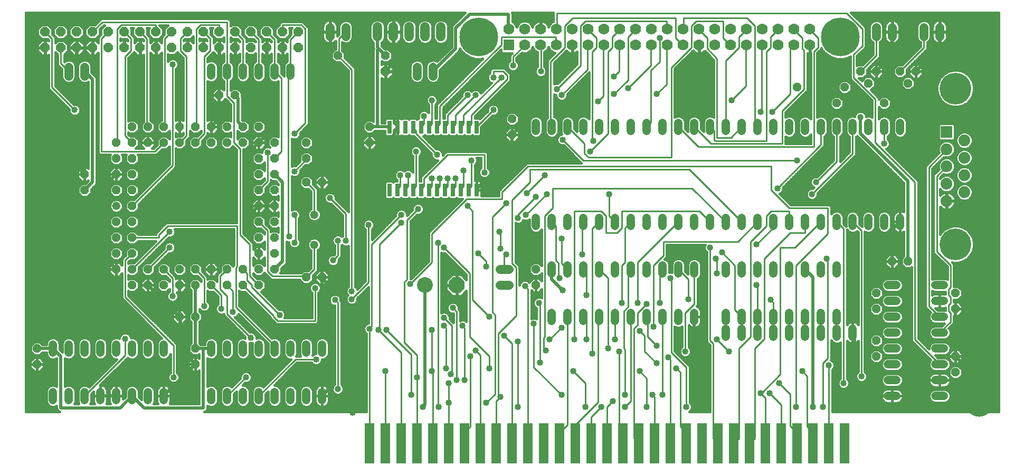
<source format=gtl>
G75*
%MOIN*%
%OFA0B0*%
%FSLAX24Y24*%
%IPPOS*%
%LPD*%
%AMOC8*
5,1,8,0,0,1.08239X$1,22.5*
%
%ADD10R,0.0600X0.2550*%
%ADD11R,0.0740X0.0740*%
%ADD12C,0.0740*%
%ADD13C,0.2000*%
%ADD14OC8,0.0520*%
%ADD15C,0.0520*%
%ADD16R,0.0700X0.0700*%
%ADD17C,0.0700*%
%ADD18C,0.2441*%
%ADD19R,0.0260X0.0800*%
%ADD20C,0.0560*%
%ADD21C,0.1000*%
%ADD22OC8,0.1000*%
%ADD23OC8,0.0600*%
%ADD24C,0.1650*%
%ADD25C,0.0600*%
%ADD26C,0.0520*%
%ADD27C,0.0100*%
%ADD28C,0.0400*%
%ADD29C,0.0200*%
%ADD30C,0.0160*%
D10*
X022680Y002180D03*
X023680Y002180D03*
X024680Y002180D03*
X025680Y002180D03*
X026680Y002180D03*
X027680Y002180D03*
X028680Y002180D03*
X029680Y002180D03*
X030680Y002180D03*
X031680Y002180D03*
X032680Y002180D03*
X033680Y002180D03*
X034680Y002180D03*
X035680Y002180D03*
X036680Y002180D03*
X037680Y002180D03*
X038680Y002180D03*
X039680Y002180D03*
X040680Y002180D03*
X041680Y002180D03*
X042680Y002180D03*
X043680Y002180D03*
X044680Y002180D03*
X045680Y002180D03*
X046680Y002180D03*
X047680Y002180D03*
X048680Y002180D03*
X049680Y002180D03*
X050680Y002180D03*
X051680Y002180D03*
X052680Y002180D03*
D11*
X059121Y021861D03*
D12*
X060239Y021314D03*
X059121Y020771D03*
X060239Y020223D03*
X059121Y019680D03*
X060239Y019137D03*
X059121Y018589D03*
X060239Y018046D03*
X059121Y017499D03*
D13*
X059680Y014759D03*
X059680Y024601D03*
D14*
X057180Y025680D03*
X056180Y025680D03*
X056680Y024930D03*
X054680Y025680D03*
X053680Y025680D03*
X054180Y024930D03*
X052680Y024680D03*
X052180Y023680D03*
X049680Y024680D03*
X055180Y023680D03*
X055680Y013680D03*
X056680Y013680D03*
X054680Y011680D03*
X054680Y010680D03*
X054680Y008680D03*
X054680Y007680D03*
X059680Y007680D03*
X059680Y006680D03*
X059680Y010680D03*
X059680Y011680D03*
X033180Y012180D03*
X033180Y013180D03*
X019680Y012680D03*
X018680Y012680D03*
X016680Y013180D03*
X015680Y013180D03*
X014680Y013180D03*
X013680Y013180D03*
X012680Y013180D03*
X011680Y013180D03*
X010680Y013180D03*
X009680Y013180D03*
X008680Y013180D03*
X007680Y013180D03*
X006680Y013180D03*
X006680Y014180D03*
X007680Y014180D03*
X007680Y015180D03*
X006680Y015180D03*
X006680Y016180D03*
X007680Y016180D03*
X007680Y017180D03*
X007680Y018180D03*
X006680Y018180D03*
X004680Y018180D03*
X004680Y019180D03*
X006680Y019180D03*
X007680Y019180D03*
X007680Y020180D03*
X006680Y020180D03*
X006680Y021180D03*
X007680Y021180D03*
X008680Y021180D03*
X009680Y021180D03*
X010680Y021180D03*
X011680Y021180D03*
X012680Y021180D03*
X013680Y021180D03*
X014680Y021180D03*
X015680Y021180D03*
X016680Y021180D03*
X016680Y020180D03*
X015680Y020180D03*
X015680Y019180D03*
X016680Y019180D03*
X018680Y018680D03*
X019680Y018680D03*
X016680Y018180D03*
X015680Y018180D03*
X015680Y017180D03*
X016680Y017180D03*
X016680Y016180D03*
X015680Y016180D03*
X015680Y015180D03*
X016680Y015180D03*
X016680Y014180D03*
X015680Y014180D03*
X015680Y012180D03*
X014680Y012180D03*
X013680Y012180D03*
X012680Y012180D03*
X011680Y012180D03*
X010680Y012180D03*
X009680Y012180D03*
X008680Y012180D03*
X007680Y012180D03*
X010680Y010180D03*
X011680Y010180D03*
X011680Y008180D03*
X011680Y007180D03*
X001680Y007180D03*
X001680Y008180D03*
X018680Y020180D03*
X018680Y021180D03*
X015680Y022180D03*
X014680Y022180D03*
X013680Y022180D03*
X012680Y022180D03*
X011680Y022180D03*
X010680Y022180D03*
X009680Y022180D03*
X008680Y022180D03*
X007680Y022180D03*
X013180Y024180D03*
X014180Y024180D03*
X020680Y026680D03*
X023680Y026680D03*
X031680Y022680D03*
X031680Y021680D03*
X022680Y021180D03*
X022680Y022180D03*
D15*
X017680Y025420D02*
X017680Y025940D01*
X016680Y025940D02*
X016680Y025420D01*
X015680Y025420D02*
X015680Y025940D01*
X014680Y025940D02*
X014680Y025420D01*
X013680Y025420D02*
X013680Y025940D01*
X012680Y025940D02*
X012680Y025420D01*
X033180Y022440D02*
X033180Y021920D01*
X034180Y021920D02*
X034180Y022440D01*
X035180Y022440D02*
X035180Y021920D01*
X036180Y021920D02*
X036180Y022440D01*
X037180Y022440D02*
X037180Y021920D01*
X038180Y021920D02*
X038180Y022440D01*
X039180Y022440D02*
X039180Y021920D01*
X040180Y021920D02*
X040180Y022440D01*
X041180Y022440D02*
X041180Y021920D01*
X042180Y021920D02*
X042180Y022440D01*
X043180Y022440D02*
X043180Y021920D01*
X044180Y021920D02*
X044180Y022440D01*
X045180Y022440D02*
X045180Y021920D01*
X046180Y021920D02*
X046180Y022440D01*
X047180Y022440D02*
X047180Y021920D01*
X048180Y021920D02*
X048180Y022440D01*
X049180Y022440D02*
X049180Y021920D01*
X050180Y021920D02*
X050180Y022440D01*
X051180Y022440D02*
X051180Y021920D01*
X052180Y021920D02*
X052180Y022440D01*
X053180Y022440D02*
X053180Y021920D01*
X054180Y021920D02*
X054180Y022440D01*
X055180Y022440D02*
X055180Y021920D01*
X056180Y021920D02*
X056180Y022440D01*
X056180Y016440D02*
X056180Y015920D01*
X055180Y015920D02*
X055180Y016440D01*
X054180Y016440D02*
X054180Y015920D01*
X053180Y015920D02*
X053180Y016440D01*
X052180Y016440D02*
X052180Y015920D01*
X051180Y015920D02*
X051180Y016440D01*
X050180Y016440D02*
X050180Y015920D01*
X049180Y015920D02*
X049180Y016440D01*
X048180Y016440D02*
X048180Y015920D01*
X047180Y015920D02*
X047180Y016440D01*
X046180Y016440D02*
X046180Y015920D01*
X045180Y015920D02*
X045180Y016440D01*
X044180Y016440D02*
X044180Y015920D01*
X043180Y015920D02*
X043180Y016440D01*
X042180Y016440D02*
X042180Y015920D01*
X041180Y015920D02*
X041180Y016440D01*
X040180Y016440D02*
X040180Y015920D01*
X039180Y015920D02*
X039180Y016440D01*
X038180Y016440D02*
X038180Y015920D01*
X037180Y015920D02*
X037180Y016440D01*
X036180Y016440D02*
X036180Y015920D01*
X035180Y015920D02*
X035180Y016440D01*
X034180Y016440D02*
X034180Y015920D01*
X033180Y015920D02*
X033180Y016440D01*
X034180Y013440D02*
X034180Y012920D01*
X035180Y012920D02*
X035180Y013440D01*
X036180Y013440D02*
X036180Y012920D01*
X037180Y012920D02*
X037180Y013440D01*
X038180Y013440D02*
X038180Y012920D01*
X039180Y012920D02*
X039180Y013440D01*
X040180Y013440D02*
X040180Y012920D01*
X041180Y012920D02*
X041180Y013440D01*
X042180Y013440D02*
X042180Y012920D01*
X043180Y012920D02*
X043180Y013440D01*
X045180Y013440D02*
X045180Y012920D01*
X046180Y012920D02*
X046180Y013440D01*
X047180Y013440D02*
X047180Y012920D01*
X048180Y012920D02*
X048180Y013440D01*
X049180Y013440D02*
X049180Y012920D01*
X050180Y012920D02*
X050180Y013440D01*
X051180Y013440D02*
X051180Y012920D01*
X052180Y012920D02*
X052180Y013440D01*
X055420Y012180D02*
X055940Y012180D01*
X055940Y011180D02*
X055420Y011180D01*
X055420Y010180D02*
X055940Y010180D01*
X055940Y009180D02*
X055420Y009180D01*
X055420Y008180D02*
X055940Y008180D01*
X055940Y007180D02*
X055420Y007180D01*
X055420Y006180D02*
X055940Y006180D01*
X055940Y005180D02*
X055420Y005180D01*
X058420Y005180D02*
X058940Y005180D01*
X058940Y006180D02*
X058420Y006180D01*
X058420Y007180D02*
X058940Y007180D01*
X058940Y008180D02*
X058420Y008180D01*
X058420Y009180D02*
X058940Y009180D01*
X058940Y010180D02*
X058420Y010180D01*
X058420Y011180D02*
X058940Y011180D01*
X058940Y012180D02*
X058420Y012180D01*
X053180Y009440D02*
X053180Y008920D01*
X052180Y008920D02*
X052180Y009440D01*
X052180Y009920D02*
X052180Y010440D01*
X051180Y010440D02*
X051180Y009920D01*
X051180Y009440D02*
X051180Y008920D01*
X050180Y008920D02*
X050180Y009440D01*
X049180Y009440D02*
X049180Y008920D01*
X048180Y008920D02*
X048180Y009440D01*
X047180Y009440D02*
X047180Y008920D01*
X046180Y008920D02*
X046180Y009440D01*
X045180Y009440D02*
X045180Y008920D01*
X045180Y009920D02*
X045180Y010440D01*
X046180Y010440D02*
X046180Y009920D01*
X047180Y009920D02*
X047180Y010440D01*
X048180Y010440D02*
X048180Y009920D01*
X049180Y009920D02*
X049180Y010440D01*
X050180Y010440D02*
X050180Y009920D01*
X043180Y009920D02*
X043180Y010440D01*
X042180Y010440D02*
X042180Y009920D01*
X041180Y009920D02*
X041180Y010440D01*
X040180Y010440D02*
X040180Y009920D01*
X039180Y009920D02*
X039180Y010440D01*
X038180Y010440D02*
X038180Y009920D01*
X037180Y009920D02*
X037180Y010440D01*
X036180Y010440D02*
X036180Y009920D01*
X035180Y009920D02*
X035180Y010440D01*
X034180Y010440D02*
X034180Y009920D01*
X019680Y008440D02*
X019680Y007920D01*
X018680Y007920D02*
X018680Y008440D01*
X017680Y008440D02*
X017680Y007920D01*
X016680Y007920D02*
X016680Y008440D01*
X015680Y008440D02*
X015680Y007920D01*
X014680Y007920D02*
X014680Y008440D01*
X013680Y008440D02*
X013680Y007920D01*
X012680Y007920D02*
X012680Y008440D01*
X009680Y008440D02*
X009680Y007920D01*
X008680Y007920D02*
X008680Y008440D01*
X007680Y008440D02*
X007680Y007920D01*
X006680Y007920D02*
X006680Y008440D01*
X005680Y008440D02*
X005680Y007920D01*
X004680Y007920D02*
X004680Y008440D01*
X003680Y008440D02*
X003680Y007920D01*
X002680Y007920D02*
X002680Y008440D01*
X002680Y005440D02*
X002680Y004920D01*
X003680Y004920D02*
X003680Y005440D01*
X004680Y005440D02*
X004680Y004920D01*
X005680Y004920D02*
X005680Y005440D01*
X006680Y005440D02*
X006680Y004920D01*
X007680Y004920D02*
X007680Y005440D01*
X008680Y005440D02*
X008680Y004920D01*
X009680Y004920D02*
X009680Y005440D01*
X012680Y005440D02*
X012680Y004920D01*
X013680Y004920D02*
X013680Y005440D01*
X014680Y005440D02*
X014680Y004920D01*
X015680Y004920D02*
X015680Y005440D01*
X016680Y005440D02*
X016680Y004920D01*
X017680Y004920D02*
X017680Y005440D01*
X018680Y005440D02*
X018680Y004920D01*
X019680Y004920D02*
X019680Y005440D01*
D16*
X031475Y027349D03*
D17*
X032475Y027349D03*
X033475Y027349D03*
X034475Y027349D03*
X035475Y027349D03*
X036475Y027349D03*
X037475Y027349D03*
X038475Y027349D03*
X039475Y027349D03*
X040475Y027349D03*
X041475Y027349D03*
X042475Y027349D03*
X043475Y027349D03*
X044475Y027349D03*
X045475Y027349D03*
X046475Y027349D03*
X047475Y027349D03*
X048475Y027349D03*
X049475Y027349D03*
X050475Y027349D03*
X050475Y028349D03*
X049475Y028349D03*
X048475Y028349D03*
X047475Y028349D03*
X046475Y028349D03*
X045475Y028349D03*
X044475Y028349D03*
X043475Y028349D03*
X042475Y028349D03*
X041475Y028349D03*
X040475Y028349D03*
X039475Y028349D03*
X038475Y028349D03*
X037475Y028349D03*
X036475Y028349D03*
X035475Y028349D03*
X034475Y028349D03*
X033475Y028349D03*
X032475Y028349D03*
X031475Y028349D03*
D18*
X029558Y027849D03*
X052393Y027849D03*
D19*
X029430Y022160D03*
X028930Y022160D03*
X028430Y022160D03*
X027930Y022160D03*
X027430Y022160D03*
X026930Y022160D03*
X026430Y022160D03*
X025930Y022160D03*
X025430Y022160D03*
X024930Y022160D03*
X024430Y022160D03*
X023930Y022160D03*
X023930Y018200D03*
X024430Y018200D03*
X024930Y018200D03*
X025430Y018200D03*
X025930Y018200D03*
X026430Y018200D03*
X026930Y018200D03*
X027430Y018200D03*
X027930Y018200D03*
X028430Y018200D03*
X028930Y018200D03*
X029430Y018200D03*
D20*
X030900Y013180D02*
X031460Y013180D01*
X031460Y012180D02*
X030900Y012180D01*
X026680Y025400D02*
X026680Y025960D01*
X025680Y025960D02*
X025680Y025400D01*
X021180Y027900D02*
X021180Y028460D01*
X020180Y028460D02*
X020180Y027900D01*
X004680Y025960D02*
X004680Y025400D01*
X003680Y025400D02*
X003680Y025960D01*
X054680Y027900D02*
X054680Y028460D01*
X055680Y028460D02*
X055680Y027900D01*
X057680Y027900D02*
X057680Y028460D01*
X058680Y028460D02*
X058680Y027900D01*
D21*
X026180Y012180D03*
D22*
X028180Y012180D03*
D23*
X023680Y025680D03*
X018180Y027180D03*
X017180Y027180D03*
X016180Y027180D03*
X015180Y027180D03*
X014180Y027180D03*
X013180Y027180D03*
X012180Y027180D03*
X011180Y027180D03*
X010180Y027180D03*
X009180Y027180D03*
X008180Y027180D03*
X007180Y027180D03*
X006180Y027180D03*
X005180Y027180D03*
X004180Y027180D03*
X003180Y027180D03*
X002180Y027180D03*
X002180Y028180D03*
X003180Y028180D03*
X004180Y028180D03*
X005180Y028180D03*
X006180Y028180D03*
X007180Y028180D03*
X008180Y028180D03*
X009180Y028180D03*
X010180Y028180D03*
X011180Y028180D03*
X012180Y028180D03*
X013180Y028180D03*
X014180Y028180D03*
X015180Y028180D03*
X016180Y028180D03*
X017180Y028180D03*
X018180Y028180D03*
D24*
X061180Y026930D03*
X061180Y004680D03*
D25*
X027180Y027880D02*
X027180Y028480D01*
X026180Y028480D02*
X026180Y027880D01*
X025180Y027880D02*
X025180Y028480D01*
X024180Y028480D02*
X024180Y027880D01*
X023180Y027880D02*
X023180Y028480D01*
D26*
X006680Y017180D03*
X019180Y016630D03*
X019180Y014730D03*
D27*
X019180Y013180D01*
X018680Y012680D01*
X018680Y012743D01*
X016555Y012743D01*
X016243Y013055D01*
X016243Y015618D01*
X015680Y016180D01*
X014305Y015930D02*
X014305Y013368D01*
X014243Y013305D01*
X014243Y010805D01*
X016680Y008368D01*
X016680Y008180D01*
X017993Y007493D02*
X019305Y007493D01*
X017993Y007493D02*
X015680Y005180D01*
X014868Y006368D02*
X013680Y005180D01*
X010305Y006368D02*
X010305Y008368D01*
X007243Y011430D01*
X007243Y013743D01*
X007680Y014180D01*
X007680Y013180D02*
X010055Y015555D01*
X009930Y015930D02*
X009368Y015368D01*
X009368Y015180D01*
X007680Y015180D01*
X008680Y013180D02*
X010055Y014555D01*
X009680Y013180D02*
X010243Y012618D01*
X010243Y011493D01*
X012243Y010868D02*
X012243Y012618D01*
X011680Y013180D01*
X013243Y012743D02*
X013243Y011930D01*
X013680Y011493D01*
X013680Y010368D01*
X015180Y008868D01*
X016618Y010180D02*
X016868Y009930D01*
X019243Y009930D01*
X019243Y011993D01*
X020493Y011243D02*
X020680Y011055D01*
X020680Y005618D01*
X023680Y006743D02*
X023680Y002180D01*
X022680Y002180D02*
X022680Y009430D01*
X022805Y009555D01*
X022805Y014743D01*
X024680Y016618D01*
X025055Y016305D02*
X025055Y012555D01*
X024868Y012368D01*
X024868Y008555D01*
X025680Y007743D01*
X025680Y006368D01*
X025680Y002180D01*
X024680Y002180D02*
X024680Y007930D01*
X023243Y009368D01*
X023305Y009368D01*
X023305Y014743D01*
X024680Y016118D01*
X025055Y016305D02*
X025743Y016993D01*
X025930Y018200D02*
X025930Y018243D01*
X026118Y018430D01*
X026118Y018930D01*
X027618Y020430D01*
X029930Y020430D01*
X029930Y019305D01*
X028618Y019430D02*
X028618Y018430D01*
X028430Y018243D01*
X028430Y018200D01*
X028118Y018430D02*
X028118Y018930D01*
X027618Y018930D02*
X027618Y018430D01*
X027430Y018243D01*
X027430Y018200D01*
X027118Y018430D02*
X026930Y018243D01*
X026930Y018200D01*
X027118Y018430D02*
X027118Y018930D01*
X026618Y018930D02*
X026618Y018430D01*
X026430Y018243D01*
X026430Y018200D01*
X025618Y018430D02*
X025618Y020618D01*
X025618Y021743D02*
X026930Y020430D01*
X025618Y021743D02*
X025618Y021930D01*
X025430Y022118D01*
X025430Y022160D01*
X025930Y022180D02*
X025930Y022160D01*
X025930Y022180D02*
X026118Y022368D01*
X026118Y022868D01*
X026618Y022368D02*
X026618Y023868D01*
X027118Y023493D02*
X030993Y027368D01*
X030993Y027805D01*
X031055Y027868D01*
X034430Y027868D01*
X034430Y027368D01*
X034475Y027349D01*
X034993Y027180D02*
X034993Y028555D01*
X035493Y029055D01*
X041993Y029055D01*
X041993Y027805D01*
X042430Y027368D01*
X042475Y027349D01*
X042993Y027180D02*
X042993Y028555D01*
X043305Y028868D01*
X044993Y028868D01*
X044993Y027805D01*
X045430Y027368D01*
X045475Y027349D01*
X045993Y027180D02*
X045993Y027868D01*
X046430Y028305D01*
X046475Y028349D01*
X046993Y028555D02*
X046493Y029055D01*
X042493Y029055D01*
X042493Y028368D01*
X042475Y028349D01*
X043475Y028349D02*
X043493Y028305D01*
X043993Y027805D01*
X043993Y027118D01*
X044618Y026493D01*
X044618Y021493D01*
X045493Y021493D01*
X046180Y022180D01*
X045180Y022180D02*
X045180Y026368D01*
X045993Y027180D01*
X046430Y027305D02*
X046475Y027349D01*
X046430Y027305D02*
X046430Y024743D01*
X045555Y023868D01*
X047368Y023118D02*
X047430Y023180D01*
X047430Y027305D01*
X047475Y027349D01*
X047743Y026930D02*
X047993Y027180D01*
X047993Y027868D01*
X048430Y028305D01*
X048475Y028349D01*
X049475Y028349D02*
X049493Y028305D01*
X049993Y027805D01*
X049993Y027118D01*
X050118Y026993D01*
X050118Y024555D01*
X048743Y023180D01*
X048743Y021118D01*
X044243Y021118D01*
X043180Y022180D01*
X044180Y022180D02*
X044430Y021930D01*
X044430Y021368D01*
X044493Y021305D01*
X047743Y021305D01*
X047743Y026930D01*
X049243Y027118D02*
X049430Y027305D01*
X049475Y027349D01*
X049243Y027118D02*
X049243Y024243D01*
X048118Y023118D01*
X047180Y022180D02*
X046993Y022368D01*
X046993Y028555D01*
X050475Y028349D02*
X050493Y028305D01*
X050993Y027805D01*
X050993Y027180D01*
X050743Y026930D01*
X050743Y020930D01*
X043430Y020930D01*
X042180Y022180D01*
X040430Y022430D02*
X040430Y025743D01*
X040993Y026305D01*
X040993Y027805D01*
X041430Y028368D02*
X041475Y028349D01*
X041430Y028368D02*
X041430Y028868D01*
X036305Y028868D01*
X035993Y028555D01*
X035993Y026055D01*
X034493Y024555D01*
X034805Y024180D02*
X036430Y025805D01*
X036430Y027305D01*
X036475Y027349D01*
X036743Y026930D02*
X036993Y027180D01*
X036993Y027805D01*
X036493Y028305D01*
X036475Y028349D01*
X037993Y027868D02*
X038430Y028305D01*
X038475Y028349D01*
X037993Y027868D02*
X037993Y027180D01*
X037743Y026930D01*
X037743Y021743D01*
X036618Y020618D01*
X036493Y020243D02*
X036243Y020493D01*
X036243Y021118D01*
X035180Y022180D01*
X034180Y022180D02*
X034118Y022243D01*
X034118Y026305D01*
X034993Y027180D01*
X033493Y027305D02*
X033475Y027349D01*
X033493Y027305D02*
X033493Y025680D01*
X031743Y026055D02*
X031743Y026618D01*
X032430Y027305D01*
X032475Y027349D01*
X034475Y028349D02*
X034493Y028368D01*
X034493Y029368D01*
X052805Y029368D01*
X053805Y028368D01*
X053805Y027305D01*
X053243Y026743D01*
X053243Y025305D01*
X054618Y023930D01*
X054618Y021180D01*
X057118Y018680D01*
X057118Y008743D01*
X058680Y007180D01*
X058680Y009180D02*
X059368Y009868D01*
X059368Y010430D01*
X059243Y010555D01*
X059243Y010930D01*
X059368Y011055D01*
X059368Y011430D01*
X059243Y011555D01*
X059243Y011930D01*
X059368Y012055D01*
X059368Y013430D01*
X058493Y014305D01*
X058493Y019055D01*
X059118Y019680D01*
X059121Y019680D01*
X059118Y020743D02*
X057993Y019618D01*
X057993Y010868D01*
X058680Y010180D01*
X052180Y010180D02*
X052180Y009180D01*
X051180Y009180D02*
X051180Y010180D01*
X050180Y010180D02*
X050180Y009180D01*
X049180Y009180D02*
X049180Y010180D01*
X048180Y010180D02*
X048180Y011055D01*
X047993Y011243D01*
X048180Y010180D02*
X048180Y009180D01*
X047618Y008805D02*
X047618Y013868D01*
X049243Y015493D01*
X050180Y015493D01*
X050180Y016180D01*
X049180Y016180D02*
X049180Y016868D01*
X048055Y016868D01*
X047743Y016555D01*
X047743Y015930D01*
X046743Y014930D01*
X046743Y008930D01*
X045993Y008180D01*
X045993Y002493D01*
X045680Y002180D01*
X046680Y002180D02*
X046993Y002493D01*
X046993Y008180D01*
X047618Y008805D01*
X047180Y009180D02*
X047180Y010180D01*
X047180Y012118D01*
X047118Y012180D01*
X045743Y013430D02*
X045743Y010618D01*
X046180Y010180D01*
X046180Y009180D01*
X045180Y009180D02*
X045180Y010180D01*
X043180Y010993D02*
X042618Y010430D01*
X042618Y007993D01*
X041743Y007930D02*
X042680Y006993D01*
X042680Y004493D01*
X041180Y005243D02*
X041180Y010180D01*
X040243Y010118D02*
X040243Y008930D01*
X040805Y008368D01*
X040055Y007993D02*
X040805Y007243D01*
X041555Y007618D02*
X041680Y007493D01*
X041680Y002180D01*
X042680Y002180D02*
X042680Y002868D01*
X042305Y003243D01*
X042305Y006680D01*
X042055Y006930D01*
X041743Y007930D02*
X041743Y012555D01*
X041680Y012618D01*
X041180Y013180D02*
X040993Y012993D01*
X040993Y011055D01*
X040180Y010993D02*
X039618Y010430D01*
X039618Y009680D01*
X039368Y009430D01*
X039368Y002493D01*
X039680Y002180D01*
X040680Y002180D02*
X040680Y005118D01*
X040555Y005243D01*
X040180Y004493D02*
X040180Y006305D01*
X039743Y006743D01*
X040055Y007993D02*
X040055Y008993D01*
X039743Y009305D01*
X040618Y009555D02*
X040618Y013430D01*
X041243Y014055D01*
X041243Y014930D01*
X045930Y014930D01*
X047180Y016180D01*
X048180Y016180D02*
X048180Y015805D01*
X047118Y014743D01*
X048618Y014555D02*
X048618Y006555D01*
X047430Y005368D01*
X047368Y005368D01*
X047680Y005055D01*
X047680Y002180D01*
X048680Y002180D02*
X048680Y004618D01*
X047930Y005368D01*
X048555Y005993D02*
X049243Y005305D01*
X049243Y003305D01*
X049680Y002868D01*
X049680Y002180D01*
X050680Y002180D02*
X050680Y002868D01*
X050305Y003243D01*
X050305Y006430D01*
X049993Y006743D01*
X051305Y007243D02*
X051305Y004493D01*
X049618Y004493D02*
X049618Y013430D01*
X051618Y015430D01*
X051618Y017055D01*
X049180Y017055D01*
X048055Y018180D01*
X048055Y019680D01*
X032680Y019680D01*
X031055Y018055D01*
X031055Y017618D01*
X028805Y017618D01*
X026618Y015430D01*
X026618Y013618D01*
X025243Y012243D01*
X022618Y012368D02*
X022618Y015993D01*
X021180Y016680D02*
X021180Y014993D01*
X020680Y014993D02*
X020680Y014055D01*
X020368Y013743D01*
X017993Y014930D02*
X017930Y014868D01*
X017993Y014930D02*
X017993Y016555D01*
X017930Y016618D01*
X019180Y016630D02*
X019180Y018180D01*
X018680Y018680D01*
X017930Y019368D02*
X018680Y020118D01*
X018680Y020180D01*
X017118Y020618D02*
X016680Y020180D01*
X016243Y020555D02*
X016243Y018743D01*
X015680Y018180D01*
X014305Y015930D02*
X009930Y015930D01*
X007680Y017180D02*
X010243Y019743D01*
X010243Y026118D01*
X010743Y026993D02*
X011118Y026618D01*
X011118Y021618D01*
X010680Y021180D01*
X011680Y021180D02*
X012243Y021743D01*
X012243Y026618D01*
X012618Y026993D01*
X012618Y027743D01*
X012180Y028180D01*
X011743Y028368D02*
X011993Y028618D01*
X013180Y028618D01*
X013180Y028180D01*
X013680Y028805D02*
X013680Y025680D01*
X013680Y024118D01*
X014118Y023680D01*
X014118Y021180D01*
X014493Y020805D01*
X014493Y015368D01*
X015118Y014743D01*
X015118Y012743D01*
X015680Y012180D01*
X015243Y012180D02*
X015243Y012055D01*
X016993Y010305D01*
X016618Y010243D02*
X016618Y010180D01*
X016618Y010243D02*
X014680Y012180D01*
X014930Y012493D02*
X015243Y012180D01*
X014930Y012493D02*
X014930Y012930D01*
X014680Y013180D01*
X013680Y013180D02*
X013243Y012743D01*
X013680Y012180D02*
X014055Y011805D01*
X014055Y010493D01*
X013305Y010680D02*
X013305Y011555D01*
X012680Y012180D01*
X017555Y015305D02*
X017555Y025555D01*
X017680Y025680D01*
X017680Y027680D01*
X018180Y028180D01*
X018368Y028618D02*
X017180Y028618D01*
X017180Y028180D01*
X018368Y028618D02*
X018618Y028368D01*
X018618Y022430D01*
X017930Y021743D01*
X017118Y020618D02*
X017118Y025243D01*
X016680Y025680D01*
X016680Y027680D01*
X016180Y028180D01*
X015680Y027680D02*
X015680Y025680D01*
X014680Y025680D02*
X014680Y027680D01*
X014180Y028180D01*
X015180Y028180D02*
X015680Y027680D01*
X013680Y028805D02*
X005805Y028805D01*
X005180Y028180D01*
X005743Y027743D02*
X006180Y028180D01*
X006743Y028368D02*
X006993Y028618D01*
X009180Y028618D01*
X009180Y028180D01*
X008618Y027743D02*
X008180Y028180D01*
X008618Y027743D02*
X008618Y022243D01*
X008680Y022180D01*
X009680Y022180D02*
X009743Y022243D01*
X009743Y027743D01*
X010180Y028180D01*
X010743Y027743D02*
X011180Y028180D01*
X011743Y028368D02*
X011743Y022243D01*
X011680Y022180D01*
X009680Y021180D02*
X009118Y020618D01*
X005743Y020618D01*
X005743Y027743D01*
X007180Y028180D02*
X007618Y027743D01*
X007618Y026993D01*
X007243Y026618D01*
X007243Y021618D01*
X007680Y021180D01*
X006743Y021243D02*
X006743Y028368D01*
X003180Y027180D02*
X003180Y026180D01*
X003680Y025680D01*
X002618Y024680D02*
X002618Y027743D01*
X002180Y028180D01*
X002618Y024680D02*
X004055Y023243D01*
X006680Y021180D02*
X006743Y021243D01*
X010743Y026993D02*
X010743Y027743D01*
X020680Y026680D02*
X020743Y026680D01*
X020743Y027743D01*
X021180Y028180D01*
X020680Y026680D02*
X021555Y025805D01*
X021555Y011805D01*
X021555Y011305D02*
X022618Y012368D01*
X027368Y014555D02*
X028993Y012930D01*
X028993Y008930D01*
X030243Y007680D01*
X030243Y006930D01*
X029680Y007743D02*
X029680Y002180D01*
X028680Y002180D02*
X028680Y002868D01*
X029055Y003243D01*
X029055Y007680D01*
X029368Y008055D02*
X029680Y007743D01*
X031180Y008993D02*
X031680Y008493D01*
X031680Y002180D01*
X030680Y002180D02*
X030680Y004868D01*
X030930Y005118D01*
X030805Y005055D01*
X030805Y009118D01*
X031930Y010243D01*
X031930Y013305D01*
X031680Y013555D01*
X031680Y017555D01*
X032805Y018680D01*
X032805Y019493D01*
X042868Y019493D01*
X046180Y016180D01*
X045180Y016180D02*
X043055Y018305D01*
X034243Y018305D01*
X034243Y017055D01*
X033743Y016555D01*
X033743Y008930D01*
X033680Y008868D01*
X033680Y008180D01*
X033805Y008055D01*
X033430Y007305D02*
X033430Y010993D01*
X033368Y011055D01*
X032680Y011930D02*
X032680Y002180D01*
X034680Y002180D02*
X034680Y002868D01*
X035180Y003368D01*
X035180Y010180D01*
X036180Y010180D02*
X036368Y009993D01*
X036368Y008743D01*
X035618Y008743D02*
X035618Y016868D01*
X037305Y016868D01*
X037618Y016555D01*
X037618Y015493D01*
X038305Y015493D01*
X038618Y015805D01*
X038618Y016868D01*
X043493Y016868D01*
X044180Y016180D01*
X042180Y016180D02*
X039618Y013618D01*
X039618Y011055D01*
X038993Y010805D02*
X038743Y010555D01*
X038743Y008180D01*
X038805Y008118D01*
X038805Y005243D01*
X039180Y004868D02*
X038805Y004493D01*
X039180Y004868D02*
X039180Y010180D01*
X040180Y010180D02*
X040243Y010118D01*
X038993Y010805D02*
X038993Y012993D01*
X039180Y013180D01*
X038805Y013618D02*
X038618Y013430D01*
X038618Y011055D01*
X038180Y010180D02*
X038180Y008743D01*
X037743Y008180D02*
X037743Y012618D01*
X037180Y013180D01*
X036368Y012993D02*
X036368Y011555D01*
X037180Y010180D02*
X037118Y010118D01*
X037118Y004805D01*
X035680Y003368D01*
X035680Y002180D01*
X036680Y002180D02*
X036680Y003868D01*
X037305Y004493D01*
X037680Y004493D02*
X038055Y004868D01*
X037680Y004493D02*
X037680Y002180D01*
X038430Y002430D02*
X038680Y002180D01*
X038430Y002430D02*
X038430Y007993D01*
X036743Y007868D02*
X036743Y015743D01*
X037180Y016180D01*
X037805Y016555D02*
X037805Y017930D01*
X037805Y016555D02*
X038180Y016180D01*
X038805Y015805D02*
X038805Y013618D01*
X036368Y012993D02*
X036180Y013180D01*
X035180Y013180D02*
X034805Y013555D01*
X034805Y015118D01*
X034430Y015930D02*
X034430Y013743D01*
X034618Y013555D01*
X034618Y012680D01*
X034680Y012618D01*
X032680Y011930D02*
X032493Y012118D01*
X031180Y013180D02*
X031180Y013993D01*
X031305Y014118D01*
X030930Y014493D02*
X030930Y015493D01*
X030868Y015555D01*
X030430Y016493D02*
X030430Y010493D01*
X030618Y010305D01*
X030618Y005305D01*
X030055Y004743D01*
X032055Y004493D02*
X032055Y008618D01*
X034055Y008743D02*
X034805Y009493D01*
X033055Y009743D02*
X033055Y006993D01*
X034805Y005243D01*
X036305Y004493D02*
X036305Y005993D01*
X035555Y006743D01*
X028680Y006180D02*
X028680Y009493D01*
X028555Y009618D01*
X027868Y009618D02*
X027868Y006618D01*
X027805Y006555D01*
X028180Y006180D02*
X028180Y010493D01*
X027930Y010743D01*
X027368Y010118D02*
X027868Y009618D01*
X027493Y009493D02*
X027493Y006930D01*
X026680Y006680D02*
X026680Y002180D01*
X027680Y002180D02*
X027680Y004743D01*
X027680Y005993D01*
X026680Y006680D02*
X026618Y006743D01*
X026618Y009368D01*
X027368Y009618D02*
X027493Y009493D01*
X029180Y011243D02*
X030243Y010180D01*
X029180Y011243D02*
X029180Y016868D01*
X028868Y017180D01*
X028930Y018200D02*
X028930Y018243D01*
X029118Y018430D01*
X029118Y020055D01*
X028118Y018430D02*
X027930Y018243D01*
X027930Y018200D01*
X025618Y018430D02*
X025430Y018243D01*
X025430Y018200D01*
X025118Y018430D02*
X024930Y018243D01*
X024930Y018200D01*
X025118Y018430D02*
X025118Y019118D01*
X024618Y019118D02*
X024618Y018430D01*
X024430Y018243D01*
X024430Y018200D01*
X021180Y016680D02*
X020180Y017680D01*
X017618Y015243D02*
X017555Y015305D01*
X026993Y014868D02*
X026993Y004555D01*
X027055Y004493D01*
X025305Y005243D02*
X025305Y007805D01*
X023743Y009368D01*
X030055Y013368D02*
X030055Y013680D01*
X029555Y014180D01*
X034180Y016180D02*
X034430Y015930D01*
X036118Y016118D02*
X036118Y014118D01*
X038805Y015805D02*
X039180Y016180D01*
X036180Y016180D02*
X036118Y016118D01*
X033868Y017930D02*
X032555Y016618D01*
X032055Y016618D02*
X032055Y016430D01*
X032055Y016618D02*
X033180Y017743D01*
X032618Y017993D02*
X033743Y019118D01*
X034868Y021368D02*
X036180Y020055D01*
X049680Y020055D01*
X051180Y021055D02*
X051180Y022180D01*
X052180Y022180D02*
X052180Y019993D01*
X050868Y018680D01*
X050618Y017930D02*
X053180Y020493D01*
X053180Y022180D01*
X055180Y022180D02*
X055180Y021118D01*
X059118Y020743D02*
X059121Y020771D01*
X051180Y021055D02*
X048430Y018305D01*
X051180Y016180D02*
X049555Y014555D01*
X048618Y014555D01*
X045743Y013430D02*
X044930Y014243D01*
X044555Y013868D02*
X044618Y013805D01*
X044618Y012930D01*
X043180Y013180D02*
X043180Y010993D01*
X042805Y011305D02*
X042805Y012555D01*
X042180Y013180D01*
X044180Y014555D02*
X044180Y008680D01*
X044368Y008493D01*
X044368Y002493D01*
X044680Y002180D01*
X051680Y002180D02*
X051680Y007118D01*
X051305Y007243D02*
X051618Y007555D01*
X051618Y013805D01*
X051555Y013868D01*
X052618Y015743D02*
X052618Y005993D01*
X053743Y006430D02*
X053743Y015618D01*
X053180Y016180D01*
X052618Y015743D02*
X052180Y016180D01*
X041743Y020243D02*
X041743Y025930D01*
X042993Y027180D01*
X041475Y027349D02*
X041430Y027305D01*
X041430Y024868D01*
X040805Y024243D01*
X040430Y026055D02*
X038993Y024618D01*
X038993Y025118D02*
X038993Y027868D01*
X039430Y028305D01*
X039475Y028349D01*
X038475Y027349D02*
X038430Y027305D01*
X038430Y025680D01*
X038118Y025368D01*
X038993Y025118D02*
X038118Y024243D01*
X037430Y024118D02*
X037430Y027305D01*
X037475Y027349D01*
X036743Y026930D02*
X036743Y021368D01*
X036805Y021305D01*
X036493Y020243D02*
X041743Y020243D01*
X040180Y022180D02*
X040430Y022430D01*
X037430Y024118D02*
X037118Y023805D01*
X040430Y026055D02*
X040430Y027305D01*
X040475Y027349D01*
X031368Y025430D02*
X031368Y025180D01*
X029118Y022930D01*
X029118Y022368D01*
X028930Y022180D01*
X028930Y022160D01*
X028618Y022368D02*
X028618Y022930D01*
X030993Y025305D01*
X031118Y025680D02*
X031368Y025430D01*
X031118Y025680D02*
X030493Y025680D01*
X030493Y025305D01*
X029368Y024180D02*
X028118Y022930D01*
X028118Y022368D01*
X027930Y022180D01*
X027930Y022160D01*
X027618Y022368D02*
X027618Y022930D01*
X028868Y024180D01*
X027118Y023493D02*
X027118Y022368D01*
X026930Y022180D01*
X026930Y022160D01*
X026618Y022368D02*
X026430Y022180D01*
X026430Y022160D01*
X027430Y022180D02*
X027430Y022160D01*
X027430Y022180D02*
X027618Y022368D01*
X028430Y022180D02*
X028430Y022160D01*
X028430Y022180D02*
X028618Y022368D01*
X029430Y022180D02*
X029430Y022160D01*
X029430Y022180D02*
X030493Y023243D01*
X031305Y017368D02*
X030430Y016493D01*
X044618Y008743D02*
X045368Y007993D01*
X007243Y007743D02*
X007243Y008805D01*
X007243Y007743D02*
X004680Y005180D01*
X053680Y025680D02*
X054680Y026680D01*
X054680Y028180D01*
X056180Y025680D02*
X057680Y027180D01*
X057680Y028180D01*
D28*
X048118Y023118D03*
X047368Y023118D03*
X045555Y023868D03*
X040805Y024243D03*
X038993Y024618D03*
X038118Y024243D03*
X037118Y023805D03*
X034805Y024180D03*
X034493Y024555D03*
X033493Y025680D03*
X031743Y026055D03*
X033118Y026743D03*
X030993Y025305D03*
X030493Y025305D03*
X029368Y024180D03*
X028868Y024180D03*
X030493Y023243D03*
X026618Y023868D03*
X026118Y022868D03*
X025618Y020618D03*
X026930Y020430D03*
X028618Y019430D03*
X028118Y018930D03*
X027618Y018930D03*
X027118Y018930D03*
X026618Y018930D03*
X025118Y019118D03*
X024618Y019118D03*
X029118Y020055D03*
X029930Y019305D03*
X032618Y017993D03*
X033180Y017743D03*
X033868Y017930D03*
X033743Y019118D03*
X036618Y020618D03*
X036805Y021305D03*
X034868Y021368D03*
X037805Y017930D03*
X032555Y016618D03*
X032055Y016430D03*
X031305Y017368D03*
X028868Y017180D03*
X030868Y015555D03*
X030930Y014493D03*
X031305Y014118D03*
X030055Y013368D03*
X029555Y014180D03*
X027368Y014555D03*
X026993Y014868D03*
X024680Y016118D03*
X024680Y016618D03*
X025743Y016993D03*
X022618Y015993D03*
X021180Y014993D03*
X020680Y014993D03*
X020368Y013743D03*
X017930Y014868D03*
X017618Y015243D03*
X017930Y016618D03*
X020180Y017680D03*
X017930Y019368D03*
X016243Y020555D03*
X017930Y021743D03*
X010243Y026118D03*
X004055Y023243D03*
X010055Y015555D03*
X010055Y014555D03*
X010243Y011493D03*
X012243Y010868D03*
X013305Y010680D03*
X014055Y010493D03*
X016993Y010305D03*
X015180Y008868D03*
X019305Y007493D03*
X022680Y009430D03*
X023243Y009368D03*
X023743Y009368D03*
X026618Y009368D03*
X027368Y009618D03*
X027368Y010118D03*
X027930Y010743D03*
X028555Y009618D03*
X030243Y010180D03*
X031180Y008993D03*
X032055Y008618D03*
X033805Y008055D03*
X033430Y007305D03*
X035555Y006743D03*
X036743Y007868D03*
X037743Y008180D03*
X038430Y007993D03*
X038180Y008743D03*
X036368Y008743D03*
X035618Y008743D03*
X034805Y009493D03*
X034055Y008743D03*
X033055Y009743D03*
X033368Y011055D03*
X034868Y011868D03*
X034680Y012618D03*
X032493Y012118D03*
X036368Y011555D03*
X038618Y011055D03*
X039618Y011055D03*
X040180Y010993D03*
X040993Y011055D03*
X042805Y011305D03*
X041680Y012618D03*
X044618Y012930D03*
X044555Y013868D03*
X044930Y014243D03*
X044180Y014555D03*
X047118Y014743D03*
X051555Y013868D03*
X047118Y012180D03*
X047993Y011243D03*
X044618Y008743D03*
X045368Y007993D03*
X042618Y007993D03*
X041555Y007618D03*
X040805Y007243D03*
X039743Y006743D03*
X042055Y006930D03*
X040805Y008368D03*
X040618Y009555D03*
X039743Y009305D03*
X048555Y005993D03*
X049993Y006743D03*
X051680Y007118D03*
X052618Y005993D03*
X053743Y006430D03*
X051305Y004493D03*
X050680Y004493D03*
X049618Y004493D03*
X047930Y005368D03*
X047368Y005368D03*
X043180Y004493D03*
X042680Y004493D03*
X041180Y005243D03*
X040555Y005243D03*
X040180Y004493D03*
X038805Y004493D03*
X038055Y004868D03*
X038805Y005243D03*
X037305Y004493D03*
X036305Y004493D03*
X034805Y005243D03*
X032055Y004493D03*
X030930Y005118D03*
X030055Y004743D03*
X027680Y004743D03*
X027055Y004493D03*
X026055Y004493D03*
X025305Y005243D03*
X027680Y005993D03*
X028180Y006180D03*
X028680Y006180D03*
X027805Y006555D03*
X027493Y006930D03*
X026618Y006743D03*
X025680Y006368D03*
X023680Y006743D03*
X020680Y005618D03*
X021618Y004118D03*
X014868Y006368D03*
X010305Y006368D03*
X007243Y008805D03*
X019243Y011993D03*
X020493Y011243D03*
X021555Y011305D03*
X022368Y011493D03*
X021555Y011805D03*
X025243Y012243D03*
X034805Y015118D03*
X036118Y014118D03*
X048430Y018305D03*
X050618Y017930D03*
X050868Y018680D03*
X049680Y020055D03*
X055180Y021118D03*
X053680Y022805D03*
X040993Y027805D03*
X038118Y025368D03*
X029368Y008055D03*
X029055Y007680D03*
X030243Y006930D03*
D29*
X026180Y004618D02*
X026180Y012180D01*
X022368Y011493D02*
X021743Y010868D01*
X020930Y010868D01*
X020930Y011368D01*
X019743Y012555D01*
X019680Y012680D01*
X019680Y018680D01*
X017180Y018680D02*
X017180Y013680D01*
X016680Y013180D01*
X015680Y014180D02*
X015368Y014493D01*
X015368Y014868D01*
X015180Y015055D01*
X015180Y016680D01*
X015243Y016743D01*
X015180Y016805D01*
X015180Y020680D01*
X015680Y021180D01*
X016180Y021680D01*
X016180Y027180D01*
X013180Y027180D02*
X013180Y024180D01*
X013180Y022680D01*
X012680Y022180D01*
X014368Y022493D02*
X014368Y023993D01*
X014180Y024180D01*
X014368Y022493D02*
X014680Y022180D01*
X016680Y019180D02*
X017180Y018680D01*
X016680Y017180D02*
X015680Y017180D01*
X015243Y016743D01*
X006680Y019180D02*
X006180Y018680D01*
X006180Y013680D01*
X006680Y013180D01*
X008680Y012180D02*
X010680Y010180D01*
X010743Y010118D01*
X010743Y008118D01*
X011680Y007180D01*
X009680Y005180D01*
X008430Y004430D02*
X012180Y004430D01*
X012180Y008180D01*
X011680Y008180D01*
X011680Y010180D01*
X011680Y012180D01*
X010680Y012180D02*
X010680Y010180D01*
X012180Y008180D02*
X012680Y008180D01*
X008430Y004430D02*
X007680Y005180D01*
X006930Y004430D01*
X003180Y004430D01*
X003180Y007680D01*
X002680Y008180D01*
X001680Y008180D01*
X005680Y005180D02*
X006680Y005180D01*
X019680Y005180D02*
X020118Y005618D01*
X021618Y004118D01*
X020118Y005618D02*
X020180Y005680D01*
X020180Y010993D01*
X019680Y011493D01*
X019680Y012680D01*
X029430Y018200D02*
X029430Y018243D01*
X031680Y020493D01*
X031680Y021680D01*
X032180Y022180D01*
X032180Y025805D01*
X033118Y026743D01*
X031475Y028349D02*
X031430Y028368D01*
X031430Y029305D01*
X028993Y029305D01*
X028118Y028430D01*
X028118Y027118D01*
X026680Y025680D01*
X024243Y026118D02*
X024180Y026180D01*
X024180Y028180D01*
X023180Y028180D02*
X023180Y027180D01*
X023243Y027118D01*
X023180Y027055D01*
X023180Y022180D01*
X023930Y022180D01*
X023930Y022160D01*
X024243Y021930D02*
X024430Y022118D01*
X024430Y022160D01*
X024430Y022243D01*
X024243Y022430D01*
X024243Y026118D01*
X024180Y026180D02*
X023680Y025680D01*
X023680Y026680D02*
X023243Y027118D01*
X023180Y022180D02*
X022680Y022180D01*
X023743Y021180D02*
X024243Y021680D01*
X024243Y021930D01*
X023743Y021180D02*
X022680Y021180D01*
X034180Y013180D02*
X034180Y012555D01*
X034868Y011868D01*
X043180Y010180D02*
X043180Y004493D01*
X050680Y004493D02*
X050680Y012680D01*
X050180Y013180D01*
X055680Y013680D02*
X055680Y015680D01*
X056180Y016180D01*
X056680Y013680D02*
X056680Y018743D01*
X053680Y021743D01*
X053680Y022805D01*
X054680Y025680D02*
X055680Y026680D01*
X055680Y028180D01*
X057180Y025680D02*
X058680Y027180D01*
X058743Y027118D01*
X061180Y027118D01*
X061180Y026930D01*
X058680Y027180D02*
X058680Y028180D01*
X059680Y010680D02*
X059680Y007680D01*
X061180Y006180D01*
X061180Y004680D01*
X055680Y005180D02*
X054430Y005180D01*
X053305Y006305D01*
X053305Y009055D01*
X053180Y009180D01*
X026180Y004618D02*
X026055Y004493D01*
X005180Y018680D02*
X004680Y018180D01*
X005180Y018680D02*
X005180Y025180D01*
X004680Y025680D01*
X004180Y025243D02*
X004180Y027180D01*
X004180Y025243D02*
X004493Y024930D01*
X004493Y019368D01*
X004680Y019180D01*
D30*
X000960Y029400D02*
X000960Y004180D01*
X003104Y004180D01*
X003033Y004210D01*
X002960Y004283D01*
X002920Y004378D01*
X002920Y004566D01*
X002918Y004564D01*
X002764Y004500D01*
X002596Y004500D01*
X002442Y004564D01*
X002324Y004682D01*
X002260Y004836D01*
X002260Y005524D01*
X002324Y005678D01*
X002442Y005796D01*
X002596Y005860D01*
X002764Y005860D01*
X002918Y005796D01*
X002920Y005794D01*
X002920Y007566D01*
X002918Y007564D01*
X002764Y007500D01*
X002596Y007500D01*
X002442Y007564D01*
X002324Y007682D01*
X002260Y007836D01*
X002260Y007920D01*
X002014Y007920D01*
X001854Y007760D01*
X001506Y007760D01*
X001260Y008006D01*
X001260Y008354D01*
X001506Y008600D01*
X001854Y008600D01*
X002014Y008440D01*
X002260Y008440D01*
X002260Y008524D01*
X002324Y008678D01*
X002442Y008796D01*
X002596Y008860D01*
X002764Y008860D01*
X002918Y008796D01*
X003036Y008678D01*
X003100Y008524D01*
X003100Y008128D01*
X003260Y007968D01*
X003260Y008524D01*
X003324Y008678D01*
X003442Y008796D01*
X003596Y008860D01*
X003764Y008860D01*
X003918Y008796D01*
X004036Y008678D01*
X004100Y008524D01*
X004100Y007836D01*
X004036Y007682D01*
X003918Y007564D01*
X003764Y007500D01*
X003596Y007500D01*
X003442Y007564D01*
X003440Y007566D01*
X003440Y005794D01*
X003442Y005796D01*
X003596Y005860D01*
X003764Y005860D01*
X003918Y005796D01*
X004036Y005678D01*
X004100Y005524D01*
X004100Y004836D01*
X004039Y004690D01*
X004321Y004690D01*
X004260Y004836D01*
X004260Y005524D01*
X004324Y005678D01*
X004442Y005796D01*
X004596Y005860D01*
X004764Y005860D01*
X004918Y005796D01*
X004958Y005755D01*
X006703Y007500D01*
X006596Y007500D01*
X006442Y007564D01*
X006324Y007682D01*
X006260Y007836D01*
X006260Y008524D01*
X006324Y008678D01*
X006442Y008796D01*
X006596Y008860D01*
X006764Y008860D01*
X006883Y008811D01*
X006883Y008877D01*
X006937Y009009D01*
X007039Y009110D01*
X007171Y009165D01*
X007314Y009165D01*
X007446Y009110D01*
X007548Y009009D01*
X007602Y008877D01*
X007602Y008860D01*
X007764Y008860D01*
X007918Y008796D01*
X008036Y008678D01*
X008100Y008524D01*
X008100Y007836D01*
X008036Y007682D01*
X007918Y007564D01*
X007764Y007500D01*
X007596Y007500D01*
X007442Y007564D01*
X007402Y007605D01*
X007329Y007533D01*
X005677Y005880D01*
X005680Y005880D01*
X005680Y005180D01*
X005680Y005180D01*
X006120Y005180D01*
X006120Y005475D01*
X006109Y005543D01*
X006088Y005609D01*
X006056Y005671D01*
X006016Y005727D01*
X005967Y005776D01*
X005911Y005816D01*
X005849Y005848D01*
X005783Y005869D01*
X005715Y005880D01*
X005680Y005880D01*
X005680Y005180D01*
X005680Y005180D01*
X005680Y005180D01*
X005240Y005180D01*
X005240Y005443D01*
X005100Y005303D01*
X005100Y004836D01*
X005039Y004690D01*
X005303Y004690D01*
X005272Y004751D01*
X005251Y004817D01*
X005240Y004885D01*
X005240Y005180D01*
X005680Y005180D01*
X006120Y005180D01*
X006120Y004885D01*
X006109Y004817D01*
X006088Y004751D01*
X006057Y004690D01*
X006303Y004690D01*
X006272Y004751D01*
X006251Y004817D01*
X006240Y004885D01*
X006240Y005180D01*
X006680Y005180D01*
X006680Y005180D01*
X006680Y005880D01*
X006715Y005880D01*
X006783Y005869D01*
X006849Y005848D01*
X006911Y005816D01*
X006967Y005776D01*
X007016Y005727D01*
X007056Y005671D01*
X007088Y005609D01*
X007109Y005543D01*
X007120Y005475D01*
X007120Y005180D01*
X006680Y005180D01*
X006680Y005180D01*
X006680Y005180D01*
X006680Y005880D01*
X006645Y005880D01*
X006577Y005869D01*
X006511Y005848D01*
X006449Y005816D01*
X006393Y005776D01*
X006344Y005727D01*
X006304Y005671D01*
X006272Y005609D01*
X006251Y005543D01*
X006240Y005475D01*
X006240Y005180D01*
X006680Y005180D01*
X007120Y005180D01*
X007120Y004988D01*
X007260Y005128D01*
X007260Y005524D01*
X007324Y005678D01*
X007442Y005796D01*
X007596Y005860D01*
X007764Y005860D01*
X007918Y005796D01*
X008036Y005678D01*
X008100Y005524D01*
X008100Y005128D01*
X008260Y004968D01*
X008260Y005524D01*
X008324Y005678D01*
X008442Y005796D01*
X008596Y005860D01*
X008764Y005860D01*
X008918Y005796D01*
X009036Y005678D01*
X009100Y005524D01*
X009100Y004836D01*
X009039Y004690D01*
X009303Y004690D01*
X009272Y004751D01*
X009251Y004817D01*
X009240Y004885D01*
X009240Y005180D01*
X009680Y005180D01*
X009680Y005180D01*
X009680Y005880D01*
X009715Y005880D01*
X009783Y005869D01*
X009849Y005848D01*
X009911Y005816D01*
X009967Y005776D01*
X010016Y005727D01*
X010056Y005671D01*
X010088Y005609D01*
X010109Y005543D01*
X010120Y005475D01*
X010120Y005180D01*
X009680Y005180D01*
X009680Y005180D01*
X009680Y005180D01*
X009680Y005880D01*
X009645Y005880D01*
X009577Y005869D01*
X009511Y005848D01*
X009449Y005816D01*
X009393Y005776D01*
X009344Y005727D01*
X009304Y005671D01*
X009272Y005609D01*
X009251Y005543D01*
X009240Y005475D01*
X009240Y005180D01*
X009680Y005180D01*
X010120Y005180D01*
X010120Y004885D01*
X010109Y004817D01*
X010088Y004751D01*
X010057Y004690D01*
X011920Y004690D01*
X011920Y006798D01*
X011862Y006740D01*
X011680Y006740D01*
X011680Y007180D01*
X011680Y007180D01*
X011680Y007620D01*
X011862Y007620D01*
X011920Y007562D01*
X011920Y007826D01*
X011854Y007760D01*
X011506Y007760D01*
X011260Y008006D01*
X011260Y008354D01*
X011420Y008514D01*
X011420Y009846D01*
X011260Y010006D01*
X011260Y010354D01*
X011420Y010514D01*
X011420Y011846D01*
X011260Y012006D01*
X011260Y012354D01*
X011506Y012600D01*
X011854Y012600D01*
X012033Y012421D01*
X012033Y012531D01*
X011803Y012760D01*
X011506Y012760D01*
X011260Y013006D01*
X011260Y013354D01*
X011506Y013600D01*
X011854Y013600D01*
X012100Y013354D01*
X012100Y013057D01*
X012329Y012827D01*
X012452Y012704D01*
X012452Y012546D01*
X012506Y012600D01*
X012854Y012600D01*
X013033Y012421D01*
X013033Y012829D01*
X013156Y012952D01*
X013260Y013057D01*
X013260Y013354D01*
X013506Y013600D01*
X013854Y013600D01*
X014047Y013407D01*
X014095Y013454D01*
X014095Y015720D01*
X010376Y015720D01*
X010415Y015627D01*
X010415Y015483D01*
X010360Y015351D01*
X010259Y015250D01*
X010127Y015195D01*
X009992Y015195D01*
X008100Y013303D01*
X008100Y013006D01*
X007854Y012760D01*
X007506Y012760D01*
X007452Y012814D01*
X007452Y012546D01*
X007506Y012600D01*
X007854Y012600D01*
X008100Y012354D01*
X008100Y012006D01*
X007854Y011760D01*
X007506Y011760D01*
X007452Y011814D01*
X007452Y011517D01*
X010392Y008577D01*
X010515Y008454D01*
X010515Y006667D01*
X010610Y006571D01*
X010665Y006439D01*
X010665Y006296D01*
X010610Y006164D01*
X010509Y006062D01*
X010377Y006008D01*
X010233Y006008D01*
X010101Y006062D01*
X010000Y006164D01*
X009945Y006296D01*
X009945Y006439D01*
X010000Y006571D01*
X010095Y006667D01*
X010095Y007824D01*
X010036Y007682D01*
X009918Y007564D01*
X009764Y007500D01*
X009596Y007500D01*
X009442Y007564D01*
X009324Y007682D01*
X009260Y007836D01*
X009260Y008524D01*
X009324Y008678D01*
X009442Y008796D01*
X009539Y008836D01*
X007033Y011343D01*
X007033Y012910D01*
X006862Y012740D01*
X006680Y012740D01*
X006680Y013180D01*
X006680Y013180D01*
X006680Y013620D01*
X006862Y013620D01*
X007033Y013450D01*
X007033Y013829D01*
X007156Y013952D01*
X007260Y014057D01*
X007260Y014354D01*
X007506Y014600D01*
X007854Y014600D01*
X008100Y014354D01*
X008100Y014006D01*
X007854Y013760D01*
X007557Y013760D01*
X007452Y013656D01*
X007452Y013546D01*
X007506Y013600D01*
X007803Y013600D01*
X009173Y014970D01*
X008064Y014970D01*
X007854Y014760D01*
X007506Y014760D01*
X007260Y015006D01*
X007260Y015354D01*
X007506Y015600D01*
X007854Y015600D01*
X008064Y015390D01*
X009158Y015390D01*
X009158Y015454D01*
X009720Y016017D01*
X009843Y016140D01*
X014283Y016140D01*
X014283Y020718D01*
X014047Y020953D01*
X013854Y020760D01*
X013506Y020760D01*
X013260Y021006D01*
X013260Y021354D01*
X013506Y021600D01*
X013854Y021600D01*
X013908Y021546D01*
X013908Y021814D01*
X013854Y021760D01*
X013506Y021760D01*
X013260Y022006D01*
X013260Y022354D01*
X013506Y022600D01*
X013854Y022600D01*
X013908Y022546D01*
X013908Y023593D01*
X013593Y023908D01*
X013561Y023939D01*
X013362Y023740D01*
X013180Y023740D01*
X013180Y024180D01*
X013180Y024180D01*
X013180Y024620D01*
X013362Y024620D01*
X013470Y024512D01*
X013470Y025052D01*
X013442Y025064D01*
X013324Y025182D01*
X013260Y025336D01*
X013260Y026024D01*
X013324Y026178D01*
X013442Y026296D01*
X013470Y026308D01*
X012889Y026308D01*
X012918Y026296D02*
X012764Y026360D01*
X012596Y026360D01*
X012452Y026300D01*
X012452Y026531D01*
X012802Y026880D01*
X012981Y026700D01*
X013160Y026700D01*
X013160Y027160D01*
X013200Y027160D01*
X013200Y026700D01*
X013379Y026700D01*
X013470Y026791D01*
X013470Y026308D01*
X013470Y026467D02*
X012452Y026467D01*
X012452Y026308D02*
X012471Y026308D01*
X012547Y026625D02*
X013470Y026625D01*
X013462Y026784D02*
X013470Y026784D01*
X013200Y026784D02*
X013160Y026784D01*
X013160Y026942D02*
X013200Y026942D01*
X013200Y027101D02*
X013160Y027101D01*
X013160Y027200D02*
X013160Y027660D01*
X012981Y027660D01*
X012827Y027506D01*
X012827Y027829D01*
X012640Y028017D01*
X012640Y028371D01*
X012603Y028408D01*
X012757Y028408D01*
X012720Y028371D01*
X012720Y027989D01*
X012989Y027720D01*
X013371Y027720D01*
X013470Y027819D01*
X013470Y027569D01*
X013379Y027660D01*
X013200Y027660D01*
X013200Y027200D01*
X013160Y027200D01*
X013160Y027259D02*
X013200Y027259D01*
X013200Y027418D02*
X013160Y027418D01*
X013160Y027576D02*
X013200Y027576D01*
X013385Y027735D02*
X013470Y027735D01*
X013463Y027576D02*
X013470Y027576D01*
X013890Y027576D02*
X013897Y027576D01*
X013890Y027569D02*
X013890Y027819D01*
X013989Y027720D01*
X014343Y027720D01*
X014470Y027593D01*
X014470Y027569D01*
X014379Y027660D01*
X014200Y027660D01*
X014200Y027200D01*
X014160Y027200D01*
X014160Y027660D01*
X013981Y027660D01*
X013890Y027569D01*
X013890Y027735D02*
X013975Y027735D01*
X014160Y027576D02*
X014200Y027576D01*
X014200Y027418D02*
X014160Y027418D01*
X014160Y027259D02*
X014200Y027259D01*
X014200Y027160D02*
X014200Y026700D01*
X014379Y026700D01*
X014470Y026791D01*
X014470Y026308D01*
X013890Y026308D01*
X013890Y026791D01*
X013981Y026700D01*
X014160Y026700D01*
X014160Y027160D01*
X014200Y027160D01*
X014200Y027101D02*
X014160Y027101D01*
X014160Y026942D02*
X014200Y026942D01*
X014200Y026784D02*
X014160Y026784D01*
X013898Y026784D02*
X013890Y026784D01*
X013890Y026625D02*
X014470Y026625D01*
X014470Y026467D02*
X013890Y026467D01*
X013890Y026308D02*
X013918Y026296D01*
X014036Y026178D01*
X014100Y026024D01*
X014100Y025336D01*
X014036Y025182D01*
X013918Y025064D01*
X013890Y025052D01*
X013890Y024484D01*
X014006Y024600D01*
X014354Y024600D01*
X014600Y024354D01*
X014600Y024111D01*
X014627Y024044D01*
X014627Y022600D01*
X014628Y022600D01*
X014854Y022600D01*
X015100Y022354D01*
X015100Y022006D01*
X014854Y021760D01*
X014506Y021760D01*
X014327Y021939D01*
X014327Y021421D01*
X014506Y021600D01*
X014854Y021600D01*
X015100Y021354D01*
X015100Y021006D01*
X014854Y020760D01*
X014702Y020760D01*
X014702Y015454D01*
X015327Y014829D01*
X015327Y014450D01*
X015498Y014620D01*
X015680Y014620D01*
X015680Y014180D01*
X015680Y014180D01*
X015680Y014620D01*
X015862Y014620D01*
X016033Y014450D01*
X016033Y014939D01*
X015854Y014760D01*
X015506Y014760D01*
X015260Y015006D01*
X015260Y015354D01*
X015506Y015600D01*
X015854Y015600D01*
X016033Y015421D01*
X016033Y015531D01*
X015803Y015760D01*
X015506Y015760D01*
X015260Y016006D01*
X015260Y016354D01*
X015506Y016600D01*
X015854Y016600D01*
X016100Y016354D01*
X016100Y016057D01*
X016329Y015827D01*
X016452Y015704D01*
X016452Y015546D01*
X016506Y015600D01*
X016854Y015600D01*
X016920Y015534D01*
X016920Y015826D01*
X016854Y015760D01*
X016506Y015760D01*
X016260Y016006D01*
X016260Y016354D01*
X016506Y016600D01*
X016854Y016600D01*
X016920Y016534D01*
X016920Y016798D01*
X016862Y016740D01*
X016680Y016740D01*
X016680Y017180D01*
X016680Y017180D01*
X016680Y017620D01*
X016862Y017620D01*
X016920Y017562D01*
X016920Y017826D01*
X016854Y017760D01*
X016506Y017760D01*
X016260Y018006D01*
X016260Y018354D01*
X016506Y018600D01*
X016854Y018600D01*
X016920Y018534D01*
X016920Y018572D01*
X016732Y018760D01*
X016506Y018760D01*
X016452Y018814D01*
X016452Y018656D01*
X016329Y018533D01*
X016100Y018303D01*
X016100Y018006D01*
X015854Y017760D01*
X015506Y017760D01*
X015260Y018006D01*
X015260Y018354D01*
X015506Y018600D01*
X015803Y018600D01*
X016033Y018829D01*
X016033Y018939D01*
X015854Y018760D01*
X015506Y018760D01*
X015260Y019006D01*
X015260Y019354D01*
X015506Y019600D01*
X015854Y019600D01*
X016033Y019421D01*
X016033Y019939D01*
X015854Y019760D01*
X015506Y019760D01*
X015260Y020006D01*
X015260Y020354D01*
X015506Y020600D01*
X015854Y020600D01*
X015883Y020571D01*
X015883Y020627D01*
X015937Y020759D01*
X016039Y020860D01*
X016171Y020915D01*
X016314Y020915D01*
X016377Y020889D01*
X016260Y021006D01*
X016260Y021354D01*
X016506Y021600D01*
X016854Y021600D01*
X016908Y021546D01*
X016908Y025060D01*
X016764Y025000D01*
X016596Y025000D01*
X016442Y025064D01*
X016324Y025182D01*
X016260Y025336D01*
X016260Y026024D01*
X016324Y026178D01*
X016442Y026296D01*
X016470Y026308D01*
X015890Y026308D01*
X015890Y026791D01*
X015981Y026700D01*
X016160Y026700D01*
X016160Y027160D01*
X016200Y027160D01*
X016200Y026700D01*
X016379Y026700D01*
X016470Y026791D01*
X016470Y026308D01*
X016470Y026467D02*
X015890Y026467D01*
X015890Y026625D02*
X016470Y026625D01*
X016462Y026784D02*
X016470Y026784D01*
X016200Y026784D02*
X016160Y026784D01*
X016160Y026942D02*
X016200Y026942D01*
X016200Y027101D02*
X016160Y027101D01*
X016160Y027200D02*
X016160Y027660D01*
X015981Y027660D01*
X015890Y027569D01*
X015890Y027767D01*
X015767Y027890D01*
X015640Y028017D01*
X015640Y028371D01*
X015371Y028640D01*
X014989Y028640D01*
X014720Y028371D01*
X014720Y027989D01*
X014989Y027720D01*
X015343Y027720D01*
X015470Y027593D01*
X015470Y027541D01*
X015371Y027640D01*
X014989Y027640D01*
X014890Y027541D01*
X014890Y027767D01*
X014767Y027890D01*
X014640Y028017D01*
X014640Y028371D01*
X014371Y028640D01*
X013989Y028640D01*
X013890Y028541D01*
X013890Y028892D01*
X013767Y029015D01*
X005718Y029015D01*
X005595Y028892D01*
X005343Y028640D01*
X004989Y028640D01*
X004720Y028371D01*
X004720Y027989D01*
X004989Y027720D01*
X005371Y027720D01*
X005640Y027989D01*
X005640Y028343D01*
X005892Y028595D01*
X005944Y028595D01*
X005720Y028371D01*
X005720Y028017D01*
X005533Y027829D01*
X005533Y027506D01*
X005379Y027660D01*
X005200Y027660D01*
X005200Y027200D01*
X005160Y027200D01*
X005160Y027660D01*
X004981Y027660D01*
X004700Y027379D01*
X004700Y027200D01*
X005160Y027200D01*
X005160Y027160D01*
X005200Y027160D01*
X005200Y026700D01*
X005379Y026700D01*
X005533Y026854D01*
X005533Y020531D01*
X005656Y020408D01*
X006314Y020408D01*
X006260Y020354D01*
X006260Y020006D01*
X006506Y019760D01*
X006854Y019760D01*
X007100Y020006D01*
X007100Y020354D01*
X007046Y020408D01*
X007314Y020408D01*
X007260Y020354D01*
X007260Y020006D01*
X007506Y019760D01*
X007854Y019760D01*
X008100Y020006D01*
X008100Y020354D01*
X008046Y020408D01*
X009204Y020408D01*
X009327Y020531D01*
X009557Y020760D01*
X009854Y020760D01*
X010033Y020939D01*
X010033Y019829D01*
X007803Y017600D01*
X007506Y017600D01*
X007260Y017354D01*
X007260Y017006D01*
X007506Y016760D01*
X007854Y016760D01*
X008100Y017006D01*
X008100Y017303D01*
X010329Y019533D01*
X010452Y019656D01*
X010452Y020814D01*
X010506Y020760D01*
X010854Y020760D01*
X011100Y021006D01*
X011100Y021303D01*
X011204Y021408D01*
X011327Y021531D01*
X011327Y021939D01*
X011506Y021760D01*
X011854Y021760D01*
X012033Y021939D01*
X012033Y021829D01*
X011803Y021600D01*
X011506Y021600D01*
X011260Y021354D01*
X011260Y021006D01*
X011506Y020760D01*
X011854Y020760D01*
X012100Y021006D01*
X012100Y021303D01*
X012329Y021533D01*
X012452Y021656D01*
X012452Y021785D01*
X012498Y021740D01*
X012680Y021740D01*
X012862Y021740D01*
X013120Y021998D01*
X013120Y022180D01*
X013120Y022362D01*
X012862Y022620D01*
X012680Y022620D01*
X012680Y022180D01*
X012680Y022180D01*
X013120Y022180D01*
X012680Y022180D01*
X012680Y022180D01*
X012680Y022620D01*
X012498Y022620D01*
X012452Y022575D01*
X012452Y025060D01*
X012596Y025000D01*
X012764Y025000D01*
X012918Y025064D01*
X013036Y025182D01*
X013100Y025336D01*
X013100Y026024D01*
X013036Y026178D01*
X012918Y026296D01*
X013048Y026150D02*
X013312Y026150D01*
X013260Y025991D02*
X013100Y025991D01*
X013100Y025833D02*
X013260Y025833D01*
X013260Y025674D02*
X013100Y025674D01*
X013100Y025516D02*
X013260Y025516D01*
X013260Y025357D02*
X013100Y025357D01*
X013043Y025199D02*
X013317Y025199D01*
X013470Y025040D02*
X012860Y025040D01*
X012500Y025040D02*
X012452Y025040D01*
X012452Y024882D02*
X013470Y024882D01*
X013470Y024723D02*
X012452Y024723D01*
X012452Y024565D02*
X012942Y024565D01*
X012998Y024620D02*
X012740Y024362D01*
X012740Y024180D01*
X013180Y024180D01*
X013180Y024180D01*
X013180Y024180D01*
X013180Y024620D01*
X012998Y024620D01*
X013180Y024565D02*
X013180Y024565D01*
X013180Y024406D02*
X013180Y024406D01*
X013180Y024248D02*
X013180Y024248D01*
X013180Y024180D02*
X012740Y024180D01*
X012740Y023998D01*
X012998Y023740D01*
X013180Y023740D01*
X013180Y024180D01*
X013180Y024089D02*
X013180Y024089D01*
X013180Y023931D02*
X013180Y023931D01*
X013180Y023772D02*
X013180Y023772D01*
X013394Y023772D02*
X013728Y023772D01*
X013570Y023931D02*
X013553Y023931D01*
X013887Y023614D02*
X012452Y023614D01*
X012452Y023772D02*
X012966Y023772D01*
X012807Y023931D02*
X012452Y023931D01*
X012452Y024089D02*
X012740Y024089D01*
X012740Y024248D02*
X012452Y024248D01*
X012452Y024406D02*
X012784Y024406D01*
X013418Y024565D02*
X013470Y024565D01*
X013890Y024565D02*
X013971Y024565D01*
X013890Y024723D02*
X016908Y024723D01*
X016908Y024565D02*
X014389Y024565D01*
X014548Y024406D02*
X016908Y024406D01*
X016908Y024248D02*
X014600Y024248D01*
X014609Y024089D02*
X016908Y024089D01*
X016908Y023931D02*
X014627Y023931D01*
X014627Y023772D02*
X016908Y023772D01*
X016908Y023614D02*
X014627Y023614D01*
X014627Y023455D02*
X016908Y023455D01*
X016908Y023297D02*
X014627Y023297D01*
X014627Y023138D02*
X016908Y023138D01*
X016908Y022980D02*
X014627Y022980D01*
X014627Y022821D02*
X016908Y022821D01*
X016908Y022663D02*
X014627Y022663D01*
X014950Y022504D02*
X015410Y022504D01*
X015506Y022600D02*
X015260Y022354D01*
X015260Y022006D01*
X015506Y021760D01*
X015854Y021760D01*
X016100Y022006D01*
X016100Y022354D01*
X015854Y022600D01*
X015506Y022600D01*
X015260Y022346D02*
X015100Y022346D01*
X015100Y022187D02*
X015260Y022187D01*
X015260Y022029D02*
X015100Y022029D01*
X014964Y021870D02*
X015396Y021870D01*
X015498Y021620D02*
X015240Y021362D01*
X015240Y021180D01*
X015680Y021180D01*
X015680Y021180D01*
X015680Y021620D01*
X015862Y021620D01*
X016120Y021362D01*
X016120Y021180D01*
X015680Y021180D01*
X015680Y021180D01*
X015680Y021180D01*
X015680Y021620D01*
X015498Y021620D01*
X015431Y021553D02*
X014901Y021553D01*
X015059Y021395D02*
X015272Y021395D01*
X015240Y021236D02*
X015100Y021236D01*
X015240Y021180D02*
X015240Y020998D01*
X015498Y020740D01*
X015680Y020740D01*
X015862Y020740D01*
X016120Y020998D01*
X016120Y021180D01*
X015680Y021180D01*
X015680Y020740D01*
X015680Y021180D01*
X015680Y021180D01*
X015240Y021180D01*
X015240Y021078D02*
X015100Y021078D01*
X015013Y020919D02*
X015319Y020919D01*
X015477Y020761D02*
X014855Y020761D01*
X014702Y020602D02*
X015883Y020602D01*
X015883Y020761D02*
X015939Y020761D01*
X016041Y020919D02*
X016347Y020919D01*
X016260Y021078D02*
X016120Y021078D01*
X016120Y021236D02*
X016260Y021236D01*
X016301Y021395D02*
X016088Y021395D01*
X015929Y021553D02*
X016459Y021553D01*
X016901Y021553D02*
X016908Y021553D01*
X016908Y021712D02*
X014327Y021712D01*
X014327Y021870D02*
X014396Y021870D01*
X014459Y021553D02*
X014327Y021553D01*
X013908Y021553D02*
X013901Y021553D01*
X013908Y021712D02*
X012452Y021712D01*
X012506Y021600D02*
X012260Y021354D01*
X012260Y021006D01*
X012506Y020760D01*
X012854Y020760D01*
X013100Y021006D01*
X013100Y021354D01*
X012854Y021600D01*
X012506Y021600D01*
X012459Y021553D02*
X012350Y021553D01*
X012301Y021395D02*
X012192Y021395D01*
X012260Y021236D02*
X012100Y021236D01*
X012100Y021078D02*
X012260Y021078D01*
X012347Y020919D02*
X012013Y020919D01*
X011855Y020761D02*
X012505Y020761D01*
X012855Y020761D02*
X013505Y020761D01*
X013347Y020919D02*
X013013Y020919D01*
X013100Y021078D02*
X013260Y021078D01*
X013260Y021236D02*
X013100Y021236D01*
X013059Y021395D02*
X013301Y021395D01*
X013459Y021553D02*
X012901Y021553D01*
X012680Y021740D02*
X012680Y022180D01*
X012680Y022180D01*
X012680Y021740D01*
X012680Y021870D02*
X012680Y021870D01*
X012680Y022029D02*
X012680Y022029D01*
X012680Y022187D02*
X012680Y022187D01*
X012680Y022346D02*
X012680Y022346D01*
X012680Y022504D02*
X012680Y022504D01*
X012452Y022663D02*
X013908Y022663D01*
X013908Y022821D02*
X012452Y022821D01*
X012452Y022980D02*
X013908Y022980D01*
X013908Y023138D02*
X012452Y023138D01*
X012452Y023297D02*
X013908Y023297D01*
X013908Y023455D02*
X012452Y023455D01*
X010908Y023455D02*
X010452Y023455D01*
X010452Y023297D02*
X010908Y023297D01*
X010908Y023138D02*
X010452Y023138D01*
X010452Y022980D02*
X010908Y022980D01*
X010908Y022821D02*
X010452Y022821D01*
X010452Y022663D02*
X010908Y022663D01*
X010862Y022620D02*
X010680Y022620D01*
X010680Y022180D01*
X010680Y022180D01*
X010680Y021740D01*
X010862Y021740D01*
X010908Y021785D01*
X010908Y021704D01*
X010803Y021600D01*
X010506Y021600D01*
X010452Y021546D01*
X010452Y021785D01*
X010498Y021740D01*
X010680Y021740D01*
X010680Y022180D01*
X010680Y022180D01*
X010680Y022620D01*
X010498Y022620D01*
X010452Y022575D01*
X010452Y025818D01*
X010548Y025914D01*
X010602Y026046D01*
X010602Y026189D01*
X010548Y026321D01*
X010446Y026423D01*
X010314Y026477D01*
X010171Y026477D01*
X010039Y026423D01*
X009952Y026337D01*
X009952Y026757D01*
X009989Y026720D01*
X010371Y026720D01*
X010544Y026894D01*
X010656Y026783D01*
X010908Y026531D01*
X010908Y022575D01*
X010862Y022620D01*
X010680Y022504D02*
X010680Y022504D01*
X010680Y022346D02*
X010680Y022346D01*
X010680Y022187D02*
X010680Y022187D01*
X010680Y022029D02*
X010680Y022029D01*
X010680Y021870D02*
X010680Y021870D01*
X010452Y021712D02*
X010908Y021712D01*
X011327Y021712D02*
X011915Y021712D01*
X011964Y021870D02*
X012033Y021870D01*
X011396Y021870D02*
X011327Y021870D01*
X011327Y021553D02*
X011459Y021553D01*
X011301Y021395D02*
X011192Y021395D01*
X011260Y021236D02*
X011100Y021236D01*
X011100Y021078D02*
X011260Y021078D01*
X011347Y020919D02*
X011013Y020919D01*
X010855Y020761D02*
X011505Y020761D01*
X010505Y020761D02*
X010452Y020761D01*
X010452Y020602D02*
X014283Y020602D01*
X014283Y020444D02*
X010452Y020444D01*
X010452Y020285D02*
X014283Y020285D01*
X014283Y020127D02*
X010452Y020127D01*
X010452Y019968D02*
X014283Y019968D01*
X014283Y019810D02*
X010452Y019810D01*
X010448Y019651D02*
X014283Y019651D01*
X014283Y019493D02*
X010290Y019493D01*
X010131Y019334D02*
X014283Y019334D01*
X014283Y019176D02*
X009973Y019176D01*
X009814Y019017D02*
X014283Y019017D01*
X014283Y018859D02*
X009656Y018859D01*
X009497Y018700D02*
X014283Y018700D01*
X014283Y018542D02*
X009339Y018542D01*
X009180Y018383D02*
X014283Y018383D01*
X014283Y018225D02*
X009022Y018225D01*
X008863Y018066D02*
X014283Y018066D01*
X014283Y017908D02*
X008705Y017908D01*
X008546Y017749D02*
X014283Y017749D01*
X014283Y017591D02*
X008388Y017591D01*
X008229Y017432D02*
X014283Y017432D01*
X014283Y017274D02*
X008100Y017274D01*
X008100Y017115D02*
X014283Y017115D01*
X014283Y016957D02*
X008050Y016957D01*
X007892Y016798D02*
X014283Y016798D01*
X014283Y016640D02*
X000960Y016640D01*
X000960Y016798D02*
X006505Y016798D01*
X006442Y016824D02*
X006596Y016760D01*
X006764Y016760D01*
X006918Y016824D01*
X007036Y016942D01*
X007100Y017096D01*
X007100Y017264D01*
X007036Y017418D01*
X006918Y017536D01*
X006764Y017600D01*
X006596Y017600D01*
X006442Y017536D01*
X006324Y017418D01*
X006260Y017264D01*
X006260Y017096D01*
X006324Y016942D01*
X006442Y016824D01*
X006318Y016957D02*
X000960Y016957D01*
X000960Y017115D02*
X006260Y017115D01*
X006264Y017274D02*
X000960Y017274D01*
X000960Y017432D02*
X006338Y017432D01*
X006574Y017591D02*
X000960Y017591D01*
X000960Y017749D02*
X007952Y017749D01*
X007854Y017760D02*
X008100Y018006D01*
X008100Y018354D01*
X007854Y018600D01*
X007506Y018600D01*
X007260Y018354D01*
X007260Y018006D01*
X007506Y017760D01*
X007854Y017760D01*
X008001Y017908D02*
X008111Y017908D01*
X008100Y018066D02*
X008269Y018066D01*
X008428Y018225D02*
X008100Y018225D01*
X008071Y018383D02*
X008586Y018383D01*
X008745Y018542D02*
X007912Y018542D01*
X007854Y018760D02*
X008100Y019006D01*
X008100Y019354D01*
X007854Y019600D01*
X007506Y019600D01*
X007260Y019354D01*
X007260Y019006D01*
X007506Y018760D01*
X007854Y018760D01*
X007952Y018859D02*
X009062Y018859D01*
X009220Y019017D02*
X008100Y019017D01*
X008100Y019176D02*
X009379Y019176D01*
X009537Y019334D02*
X008100Y019334D01*
X007961Y019493D02*
X009696Y019493D01*
X009854Y019651D02*
X005440Y019651D01*
X005440Y019493D02*
X006370Y019493D01*
X006498Y019620D02*
X006240Y019362D01*
X006240Y019180D01*
X006680Y019180D01*
X006680Y019180D01*
X006680Y019620D01*
X006862Y019620D01*
X007120Y019362D01*
X007120Y019180D01*
X006680Y019180D01*
X006680Y019180D01*
X006680Y019180D01*
X006680Y019620D01*
X006498Y019620D01*
X006456Y019810D02*
X005440Y019810D01*
X005440Y019968D02*
X006298Y019968D01*
X006260Y020127D02*
X005440Y020127D01*
X005440Y020285D02*
X006260Y020285D01*
X005619Y020444D02*
X005440Y020444D01*
X005440Y020602D02*
X005533Y020602D01*
X005533Y020761D02*
X005440Y020761D01*
X005440Y020919D02*
X005533Y020919D01*
X005533Y021078D02*
X005440Y021078D01*
X005440Y021236D02*
X005533Y021236D01*
X005533Y021395D02*
X005440Y021395D01*
X005440Y021553D02*
X005533Y021553D01*
X005533Y021712D02*
X005440Y021712D01*
X005440Y021870D02*
X005533Y021870D01*
X005533Y022029D02*
X005440Y022029D01*
X005440Y022187D02*
X005533Y022187D01*
X005533Y022346D02*
X005440Y022346D01*
X005440Y022504D02*
X005533Y022504D01*
X005533Y022663D02*
X005440Y022663D01*
X005440Y022821D02*
X005533Y022821D01*
X005533Y022980D02*
X005440Y022980D01*
X005440Y023138D02*
X005533Y023138D01*
X005533Y023297D02*
X005440Y023297D01*
X005440Y023455D02*
X005533Y023455D01*
X005533Y023614D02*
X005440Y023614D01*
X005440Y023772D02*
X005533Y023772D01*
X005533Y023931D02*
X005440Y023931D01*
X005440Y024089D02*
X005533Y024089D01*
X005533Y024248D02*
X005440Y024248D01*
X005440Y024406D02*
X005533Y024406D01*
X005533Y024565D02*
X005440Y024565D01*
X005440Y024723D02*
X005533Y024723D01*
X005533Y024882D02*
X005440Y024882D01*
X005440Y025040D02*
X005533Y025040D01*
X005533Y025199D02*
X005440Y025199D01*
X005440Y025232D02*
X005400Y025327D01*
X005327Y025400D01*
X005120Y025608D01*
X005120Y026048D01*
X005053Y026209D01*
X004929Y026333D01*
X004768Y026400D01*
X004592Y026400D01*
X004431Y026333D01*
X004307Y026209D01*
X004240Y026048D01*
X004240Y025312D01*
X004307Y025151D01*
X004431Y025027D01*
X004592Y024960D01*
X004768Y024960D01*
X004920Y025023D01*
X004920Y019562D01*
X004862Y019620D01*
X004680Y019620D01*
X004680Y019180D01*
X004680Y019180D01*
X004680Y018740D01*
X004862Y018740D01*
X004920Y018798D01*
X004920Y018788D01*
X004732Y018600D01*
X004506Y018600D01*
X004260Y018354D01*
X004260Y018006D01*
X004506Y017760D01*
X004854Y017760D01*
X005100Y018006D01*
X005100Y018232D01*
X005400Y018533D01*
X005440Y018628D01*
X005440Y025232D01*
X005371Y025357D02*
X005533Y025357D01*
X005533Y025516D02*
X005212Y025516D01*
X005120Y025674D02*
X005533Y025674D01*
X005533Y025833D02*
X005120Y025833D01*
X005120Y025991D02*
X005533Y025991D01*
X005533Y026150D02*
X005078Y026150D01*
X004954Y026308D02*
X005533Y026308D01*
X005533Y026467D02*
X003390Y026467D01*
X003431Y026333D02*
X003390Y026292D01*
X003390Y026739D01*
X003640Y026989D01*
X003640Y027371D01*
X003371Y027640D01*
X002989Y027640D01*
X002827Y027478D01*
X002827Y027829D01*
X002640Y028017D01*
X002640Y028371D01*
X002371Y028640D01*
X001989Y028640D01*
X001720Y028371D01*
X001720Y027989D01*
X001989Y027720D01*
X002343Y027720D01*
X002408Y027656D01*
X002408Y027631D01*
X002379Y027660D01*
X002200Y027660D01*
X002200Y027200D01*
X002160Y027200D01*
X002160Y027660D01*
X001981Y027660D01*
X001700Y027379D01*
X001700Y027200D01*
X002160Y027200D01*
X002160Y027160D01*
X002200Y027160D01*
X002200Y026700D01*
X002379Y026700D01*
X002408Y026729D01*
X002408Y024593D01*
X002531Y024470D01*
X003695Y023306D01*
X003695Y023171D01*
X003750Y023039D01*
X003851Y022937D01*
X003983Y022883D01*
X004127Y022883D01*
X004259Y022937D01*
X004360Y023039D01*
X004415Y023171D01*
X004415Y023314D01*
X004360Y023446D01*
X004259Y023548D01*
X004127Y023602D01*
X003992Y023602D01*
X002827Y024767D01*
X002827Y026882D01*
X002970Y026739D01*
X002970Y026093D01*
X003093Y025970D01*
X003093Y025970D01*
X003240Y025823D01*
X003240Y025312D01*
X003307Y025151D01*
X003431Y025027D01*
X003592Y024960D01*
X003768Y024960D01*
X003929Y025027D01*
X004053Y025151D01*
X004120Y025312D01*
X004120Y026048D01*
X004053Y026209D01*
X003929Y026333D01*
X003768Y026400D01*
X003592Y026400D01*
X003431Y026333D01*
X003406Y026308D02*
X003390Y026308D01*
X003390Y026625D02*
X005533Y026625D01*
X005533Y026784D02*
X005462Y026784D01*
X005200Y026784D02*
X005160Y026784D01*
X005160Y026700D02*
X005160Y027160D01*
X004700Y027160D01*
X004700Y026981D01*
X004981Y026700D01*
X005160Y026700D01*
X005160Y026942D02*
X005200Y026942D01*
X005200Y027101D02*
X005160Y027101D01*
X005160Y027259D02*
X005200Y027259D01*
X005200Y027418D02*
X005160Y027418D01*
X005160Y027576D02*
X005200Y027576D01*
X005385Y027735D02*
X005533Y027735D01*
X005544Y027893D02*
X005596Y027893D01*
X005640Y028052D02*
X005720Y028052D01*
X005720Y028210D02*
X005640Y028210D01*
X005666Y028369D02*
X005720Y028369D01*
X005824Y028527D02*
X005877Y028527D01*
X005547Y028844D02*
X000960Y028844D01*
X000960Y028686D02*
X005389Y028686D01*
X005706Y029003D02*
X000960Y029003D01*
X000960Y029161D02*
X028481Y029161D01*
X028639Y029320D02*
X000960Y029320D01*
X000960Y029400D02*
X028720Y029400D01*
X027897Y028577D01*
X027858Y028482D01*
X027858Y027225D01*
X026947Y026315D01*
X026929Y026333D01*
X026768Y026400D01*
X026592Y026400D01*
X026431Y026333D01*
X026307Y026209D01*
X026240Y026048D01*
X026240Y025312D01*
X026307Y025151D01*
X026431Y025027D01*
X026592Y024960D01*
X026768Y024960D01*
X026929Y025027D01*
X027053Y025151D01*
X027120Y025312D01*
X027120Y025752D01*
X028265Y026897D01*
X028338Y026970D01*
X028377Y027066D01*
X028377Y027133D01*
X028453Y027002D01*
X028710Y026745D01*
X029025Y026563D01*
X029376Y026469D01*
X029740Y026469D01*
X029818Y026490D01*
X026908Y023579D01*
X026908Y022720D01*
X026827Y022720D01*
X026827Y023568D01*
X026923Y023664D01*
X026977Y023796D01*
X026977Y023939D01*
X026923Y024071D01*
X026821Y024173D01*
X026689Y024227D01*
X026546Y024227D01*
X026414Y024173D01*
X026312Y024071D01*
X026258Y023939D01*
X026258Y023796D01*
X026312Y023664D01*
X026408Y023568D01*
X026408Y023087D01*
X026321Y023173D01*
X026189Y023227D01*
X026046Y023227D01*
X025914Y023173D01*
X025812Y023071D01*
X025758Y022939D01*
X025758Y022796D01*
X025789Y022720D01*
X025734Y022720D01*
X025680Y022666D01*
X025626Y022720D01*
X025234Y022720D01*
X025180Y022666D01*
X025126Y022720D01*
X024734Y022720D01*
X024694Y022680D01*
X024671Y022704D01*
X024629Y022728D01*
X024584Y022740D01*
X024430Y022740D01*
X024430Y022160D01*
X024430Y022160D01*
X024430Y021580D01*
X024584Y021580D01*
X024629Y021592D01*
X024671Y021616D01*
X024694Y021640D01*
X024734Y021600D01*
X025126Y021600D01*
X025180Y021654D01*
X025234Y021600D01*
X025463Y021600D01*
X026570Y020493D01*
X026570Y020358D01*
X026625Y020226D01*
X026726Y020125D01*
X026858Y020070D01*
X026961Y020070D01*
X025908Y019017D01*
X025827Y019017D01*
X025908Y019017D02*
X025908Y018760D01*
X025827Y018760D01*
X025827Y020318D01*
X025923Y020414D01*
X025977Y020546D01*
X025977Y020689D01*
X025923Y020821D01*
X025821Y020923D01*
X025689Y020977D01*
X025546Y020977D01*
X025414Y020923D01*
X025312Y020821D01*
X025258Y020689D01*
X025258Y020546D01*
X025312Y020414D01*
X025408Y020318D01*
X025408Y019337D01*
X025321Y019423D01*
X025189Y019477D01*
X025046Y019477D01*
X024914Y019423D01*
X024867Y019377D01*
X024821Y019423D01*
X024689Y019477D01*
X024546Y019477D01*
X024414Y019423D01*
X024312Y019321D01*
X024258Y019189D01*
X024258Y019046D01*
X024312Y018914D01*
X024408Y018818D01*
X024408Y018760D01*
X024234Y018760D01*
X024180Y018706D01*
X024126Y018760D01*
X023734Y018760D01*
X023640Y018666D01*
X023640Y017734D01*
X023734Y017640D01*
X024126Y017640D01*
X024180Y017694D01*
X024234Y017640D01*
X024626Y017640D01*
X024680Y017694D01*
X024734Y017640D01*
X025126Y017640D01*
X025180Y017694D01*
X025234Y017640D01*
X025626Y017640D01*
X025680Y017694D01*
X025734Y017640D01*
X026126Y017640D01*
X026180Y017694D01*
X026234Y017640D01*
X026626Y017640D01*
X026680Y017694D01*
X026734Y017640D01*
X027126Y017640D01*
X027180Y017694D01*
X027234Y017640D01*
X027626Y017640D01*
X027680Y017694D01*
X027734Y017640D01*
X028126Y017640D01*
X028180Y017694D01*
X028234Y017640D01*
X028531Y017640D01*
X026408Y015517D01*
X026408Y013704D01*
X025306Y012602D01*
X025265Y012602D01*
X025265Y016218D01*
X025679Y016633D01*
X025814Y016633D01*
X025946Y016687D01*
X026048Y016789D01*
X026102Y016921D01*
X026102Y017064D01*
X026048Y017196D01*
X025946Y017298D01*
X025814Y017352D01*
X025671Y017352D01*
X025539Y017298D01*
X025437Y017196D01*
X025383Y017064D01*
X025383Y016929D01*
X025040Y016587D01*
X025040Y016689D01*
X024985Y016821D01*
X024884Y016923D01*
X024752Y016977D01*
X024608Y016977D01*
X024476Y016923D01*
X024375Y016821D01*
X024320Y016689D01*
X024320Y016554D01*
X022827Y015062D01*
X022827Y015693D01*
X022923Y015789D01*
X022977Y015921D01*
X022977Y016064D01*
X022923Y016196D01*
X022821Y016298D01*
X022689Y016352D01*
X022546Y016352D01*
X022414Y016298D01*
X022312Y016196D01*
X022258Y016064D01*
X022258Y015921D01*
X022312Y015789D01*
X022408Y015693D01*
X022408Y012454D01*
X021890Y011937D01*
X021860Y012009D01*
X021765Y012104D01*
X021765Y025892D01*
X021100Y026557D01*
X021100Y026854D01*
X020952Y027001D01*
X020952Y027518D01*
X021092Y027460D01*
X021268Y027460D01*
X021429Y027527D01*
X021553Y027651D01*
X021620Y027812D01*
X021620Y028548D01*
X021553Y028709D01*
X021429Y028833D01*
X021268Y028900D01*
X021092Y028900D01*
X020931Y028833D01*
X020807Y028709D01*
X020740Y028548D01*
X020740Y028037D01*
X020656Y027952D01*
X020640Y027937D01*
X020640Y028170D01*
X020190Y028170D01*
X020190Y028190D01*
X020170Y028190D01*
X020170Y028920D01*
X020144Y028920D01*
X020072Y028909D01*
X020003Y028886D01*
X019939Y028853D01*
X019880Y028811D01*
X019829Y028760D01*
X019787Y028701D01*
X019754Y028637D01*
X019731Y028568D01*
X019720Y028496D01*
X019720Y028190D01*
X020170Y028190D01*
X020170Y028170D01*
X020190Y028170D01*
X020190Y027440D01*
X020216Y027440D01*
X020288Y027451D01*
X020357Y027474D01*
X020421Y027507D01*
X020480Y027549D01*
X020531Y027600D01*
X020533Y027603D01*
X020533Y027100D01*
X020506Y027100D01*
X020260Y026854D01*
X020260Y026506D01*
X020506Y026260D01*
X020803Y026260D01*
X021345Y025718D01*
X021345Y016812D01*
X021267Y016890D01*
X020540Y017617D01*
X020540Y017752D01*
X020485Y017884D01*
X020384Y017985D01*
X020252Y018040D01*
X020108Y018040D01*
X019976Y017985D01*
X019875Y017884D01*
X019820Y017752D01*
X019820Y017608D01*
X019875Y017476D01*
X019976Y017375D01*
X020108Y017320D01*
X020243Y017320D01*
X020970Y016593D01*
X020970Y015292D01*
X020930Y015252D01*
X020884Y015298D01*
X020752Y015352D01*
X020608Y015352D01*
X020476Y015298D01*
X020375Y015196D01*
X020320Y015064D01*
X020320Y014921D01*
X020375Y014789D01*
X020470Y014693D01*
X020470Y014142D01*
X020431Y014102D01*
X020296Y014102D01*
X020164Y014048D01*
X020062Y013946D01*
X020008Y013814D01*
X020008Y013671D01*
X020062Y013539D01*
X020164Y013437D01*
X020296Y013383D01*
X020439Y013383D01*
X020571Y013437D01*
X020673Y013539D01*
X020727Y013671D01*
X020727Y013806D01*
X020767Y013845D01*
X020890Y013968D01*
X020890Y014693D01*
X020930Y014733D01*
X020976Y014687D01*
X021108Y014633D01*
X021252Y014633D01*
X021345Y014671D01*
X021345Y012104D01*
X021250Y012009D01*
X021195Y011877D01*
X021195Y011733D01*
X021250Y011601D01*
X021296Y011555D01*
X021250Y011509D01*
X021195Y011377D01*
X021195Y011233D01*
X021250Y011101D01*
X021351Y011000D01*
X021483Y010945D01*
X021627Y010945D01*
X021759Y011000D01*
X021860Y011101D01*
X021915Y011233D01*
X021915Y011368D01*
X022595Y012048D01*
X022595Y009784D01*
X022476Y009735D01*
X022375Y009634D01*
X022320Y009502D01*
X022320Y009358D01*
X022375Y009226D01*
X022470Y009131D01*
X022470Y004180D01*
X012256Y004180D01*
X012327Y004210D01*
X012400Y004283D01*
X012440Y004378D01*
X012440Y004566D01*
X012442Y004564D01*
X012596Y004500D01*
X012764Y004500D01*
X012918Y004564D01*
X013036Y004682D01*
X013100Y004836D01*
X013100Y005524D01*
X013036Y005678D01*
X012918Y005796D01*
X012764Y005860D01*
X012596Y005860D01*
X012442Y005796D01*
X012440Y005794D01*
X012440Y007566D01*
X012442Y007564D01*
X012596Y007500D01*
X012764Y007500D01*
X012918Y007564D01*
X013036Y007682D01*
X013100Y007836D01*
X013100Y008524D01*
X013036Y008678D01*
X012918Y008796D01*
X012764Y008860D01*
X012596Y008860D01*
X012442Y008796D01*
X012324Y008678D01*
X012260Y008524D01*
X012260Y008440D01*
X012014Y008440D01*
X011940Y008514D01*
X011940Y009846D01*
X012100Y010006D01*
X012100Y010354D01*
X011940Y010514D01*
X011940Y010661D01*
X012039Y010562D01*
X012171Y010508D01*
X012314Y010508D01*
X012446Y010562D01*
X012548Y010664D01*
X012602Y010796D01*
X012602Y010939D01*
X012548Y011071D01*
X012452Y011167D01*
X012452Y011814D01*
X012506Y011760D01*
X012803Y011760D01*
X013095Y011468D01*
X013095Y010979D01*
X013000Y010884D01*
X012945Y010752D01*
X012945Y010608D01*
X013000Y010476D01*
X013101Y010375D01*
X013233Y010320D01*
X013377Y010320D01*
X013470Y010359D01*
X013470Y010281D01*
X014820Y008931D01*
X014820Y008837D01*
X014764Y008860D01*
X014596Y008860D01*
X014442Y008796D01*
X014324Y008678D01*
X014260Y008524D01*
X014260Y007836D01*
X014324Y007682D01*
X014442Y007564D01*
X014596Y007500D01*
X014764Y007500D01*
X014918Y007564D01*
X015036Y007682D01*
X015100Y007836D01*
X015100Y008511D01*
X015108Y008508D01*
X015252Y008508D01*
X015260Y008511D01*
X015260Y007836D01*
X015324Y007682D01*
X015442Y007564D01*
X015596Y007500D01*
X015764Y007500D01*
X015918Y007564D01*
X016036Y007682D01*
X016100Y007836D01*
X016100Y008524D01*
X016036Y008678D01*
X015918Y008796D01*
X015764Y008860D01*
X015596Y008860D01*
X015540Y008837D01*
X015540Y008939D01*
X015485Y009071D01*
X015384Y009173D01*
X015252Y009227D01*
X015117Y009227D01*
X014187Y010158D01*
X014259Y010187D01*
X014360Y010289D01*
X014390Y010361D01*
X016260Y008491D01*
X016260Y007836D01*
X016324Y007682D01*
X016442Y007564D01*
X016596Y007500D01*
X016764Y007500D01*
X016918Y007564D01*
X017036Y007682D01*
X017100Y007836D01*
X017100Y008524D01*
X017036Y008678D01*
X016918Y008796D01*
X016764Y008860D01*
X016596Y008860D01*
X016517Y008827D01*
X014452Y010892D01*
X014452Y011814D01*
X014506Y011760D01*
X014803Y011760D01*
X016408Y010156D01*
X016408Y010093D01*
X016658Y009843D01*
X016781Y009720D01*
X019329Y009720D01*
X019452Y009843D01*
X019452Y011693D01*
X019548Y011789D01*
X019602Y011921D01*
X019602Y012064D01*
X019548Y012196D01*
X019504Y012240D01*
X019680Y012240D01*
X019862Y012240D01*
X020120Y012498D01*
X020120Y012680D01*
X020120Y012862D01*
X019862Y013120D01*
X019680Y013120D01*
X019680Y012680D01*
X019680Y012680D01*
X020120Y012680D01*
X019680Y012680D01*
X019680Y012680D01*
X019680Y012680D01*
X019240Y012680D01*
X019240Y012862D01*
X019498Y013120D01*
X019680Y013120D01*
X019680Y012680D01*
X019680Y012240D01*
X019680Y012680D01*
X019680Y012680D01*
X019240Y012680D01*
X019240Y012498D01*
X019436Y012302D01*
X019314Y012352D01*
X019171Y012352D01*
X019039Y012298D01*
X018937Y012196D01*
X018883Y012064D01*
X018883Y011921D01*
X018937Y011789D01*
X019033Y011693D01*
X019033Y010140D01*
X017314Y010140D01*
X017352Y010233D01*
X017352Y010377D01*
X017298Y010509D01*
X017196Y010610D01*
X017064Y010665D01*
X016929Y010665D01*
X015834Y011760D01*
X015854Y011760D01*
X016100Y012006D01*
X016100Y012354D01*
X015854Y012600D01*
X015557Y012600D01*
X015327Y012829D01*
X015327Y012939D01*
X015506Y012760D01*
X015854Y012760D01*
X016047Y012953D01*
X016345Y012656D01*
X016468Y012533D01*
X018260Y012533D01*
X018260Y012506D01*
X018506Y012260D01*
X018854Y012260D01*
X019100Y012506D01*
X019100Y012803D01*
X019267Y012970D01*
X019390Y013093D01*
X019390Y014362D01*
X019418Y014374D01*
X019536Y014492D01*
X019600Y014646D01*
X019600Y014814D01*
X019536Y014968D01*
X019418Y015086D01*
X019264Y015150D01*
X019096Y015150D01*
X018942Y015086D01*
X018824Y014968D01*
X018760Y014814D01*
X018760Y014646D01*
X018824Y014492D01*
X018942Y014374D01*
X018970Y014362D01*
X018970Y013267D01*
X018803Y013100D01*
X018506Y013100D01*
X018359Y012952D01*
X017046Y012952D01*
X017100Y013006D01*
X017100Y013232D01*
X017400Y013533D01*
X017440Y013628D01*
X018970Y013628D01*
X018970Y013470D02*
X017337Y013470D01*
X017440Y013628D02*
X017440Y014926D01*
X017546Y014883D01*
X017570Y014883D01*
X017570Y014796D01*
X017625Y014664D01*
X017726Y014562D01*
X017858Y014508D01*
X018002Y014508D01*
X018134Y014562D01*
X018235Y014664D01*
X018290Y014796D01*
X018290Y014939D01*
X018235Y015071D01*
X018202Y015104D01*
X018202Y016381D01*
X018235Y016414D01*
X018290Y016546D01*
X018290Y016689D01*
X018235Y016821D01*
X018134Y016923D01*
X018002Y016977D01*
X017858Y016977D01*
X017765Y016939D01*
X017765Y019046D01*
X017858Y019008D01*
X018002Y019008D01*
X018134Y019062D01*
X018235Y019164D01*
X018290Y019296D01*
X018290Y019431D01*
X018619Y019760D01*
X018854Y019760D01*
X019100Y020006D01*
X019100Y020354D01*
X018854Y020600D01*
X018506Y020600D01*
X018260Y020354D01*
X018260Y020006D01*
X018266Y020000D01*
X017993Y019727D01*
X017858Y019727D01*
X017765Y019689D01*
X017765Y021421D01*
X017858Y021383D01*
X018002Y021383D01*
X018134Y021437D01*
X018235Y021539D01*
X018290Y021671D01*
X018290Y021806D01*
X018704Y022220D01*
X018827Y022343D01*
X018827Y028454D01*
X018577Y028704D01*
X018454Y028827D01*
X017093Y028827D01*
X016970Y028704D01*
X016970Y028621D01*
X016720Y028371D01*
X016720Y027989D01*
X016989Y027720D01*
X017371Y027720D01*
X017640Y027989D01*
X017640Y028371D01*
X017603Y028408D01*
X017757Y028408D01*
X017720Y028371D01*
X017720Y028017D01*
X017593Y027890D01*
X017470Y027767D01*
X017470Y027569D01*
X017379Y027660D01*
X017200Y027660D01*
X017200Y027200D01*
X017160Y027200D01*
X017160Y027660D01*
X016981Y027660D01*
X016890Y027569D01*
X016890Y027767D01*
X016767Y027890D01*
X016640Y028017D01*
X016640Y028371D01*
X016371Y028640D01*
X015989Y028640D01*
X015720Y028371D01*
X015720Y027989D01*
X015989Y027720D01*
X016343Y027720D01*
X016470Y027593D01*
X016470Y027569D01*
X016379Y027660D01*
X016200Y027660D01*
X016200Y027200D01*
X016160Y027200D01*
X016160Y027259D02*
X016200Y027259D01*
X016200Y027418D02*
X016160Y027418D01*
X016160Y027576D02*
X016200Y027576D01*
X016463Y027576D02*
X016470Y027576D01*
X016890Y027576D02*
X016897Y027576D01*
X016890Y027735D02*
X016975Y027735D01*
X016816Y027893D02*
X016764Y027893D01*
X016720Y028052D02*
X016640Y028052D01*
X016640Y028210D02*
X016720Y028210D01*
X016720Y028369D02*
X016640Y028369D01*
X016483Y028527D02*
X016877Y028527D01*
X016970Y028686D02*
X013890Y028686D01*
X013890Y028844D02*
X019926Y028844D01*
X019779Y028686D02*
X018596Y028686D01*
X018755Y028527D02*
X019725Y028527D01*
X019720Y028369D02*
X018827Y028369D01*
X018827Y028210D02*
X019720Y028210D01*
X019720Y028170D02*
X019720Y027864D01*
X019731Y027792D01*
X019754Y027723D01*
X019787Y027659D01*
X019829Y027600D01*
X019880Y027549D01*
X019939Y027507D01*
X020003Y027474D01*
X020072Y027451D01*
X020144Y027440D01*
X020170Y027440D01*
X020170Y028170D01*
X019720Y028170D01*
X019720Y028052D02*
X018827Y028052D01*
X018827Y027893D02*
X019720Y027893D01*
X019750Y027735D02*
X018827Y027735D01*
X018827Y027576D02*
X019853Y027576D01*
X020170Y027576D02*
X020190Y027576D01*
X020190Y027735D02*
X020170Y027735D01*
X020170Y027893D02*
X020190Y027893D01*
X020190Y028052D02*
X020170Y028052D01*
X020190Y028190D02*
X020640Y028190D01*
X020640Y028496D01*
X020629Y028568D01*
X020606Y028637D01*
X020573Y028701D01*
X020531Y028760D01*
X020480Y028811D01*
X020421Y028853D01*
X020357Y028886D01*
X020288Y028909D01*
X020216Y028920D01*
X020190Y028920D01*
X020190Y028190D01*
X020190Y028210D02*
X020170Y028210D01*
X020170Y028369D02*
X020190Y028369D01*
X020190Y028527D02*
X020170Y028527D01*
X020170Y028686D02*
X020190Y028686D01*
X020190Y028844D02*
X020170Y028844D01*
X020434Y028844D02*
X020957Y028844D01*
X020797Y028686D02*
X020581Y028686D01*
X020635Y028527D02*
X020740Y028527D01*
X020740Y028369D02*
X020640Y028369D01*
X020640Y028210D02*
X020740Y028210D01*
X020740Y028052D02*
X020640Y028052D01*
X020533Y027576D02*
X020507Y027576D01*
X020533Y027418D02*
X018827Y027418D01*
X018827Y027259D02*
X020533Y027259D01*
X020533Y027101D02*
X018827Y027101D01*
X018827Y026942D02*
X020348Y026942D01*
X020260Y026784D02*
X018827Y026784D01*
X018827Y026625D02*
X020260Y026625D01*
X020299Y026467D02*
X018827Y026467D01*
X018827Y026308D02*
X020458Y026308D01*
X020913Y026150D02*
X018827Y026150D01*
X018827Y025991D02*
X021072Y025991D01*
X021230Y025833D02*
X018827Y025833D01*
X018827Y025674D02*
X021345Y025674D01*
X021345Y025516D02*
X018827Y025516D01*
X018827Y025357D02*
X021345Y025357D01*
X021345Y025199D02*
X018827Y025199D01*
X018827Y025040D02*
X021345Y025040D01*
X021345Y024882D02*
X018827Y024882D01*
X018827Y024723D02*
X021345Y024723D01*
X021345Y024565D02*
X018827Y024565D01*
X018827Y024406D02*
X021345Y024406D01*
X021345Y024248D02*
X018827Y024248D01*
X018827Y024089D02*
X021345Y024089D01*
X021345Y023931D02*
X018827Y023931D01*
X018827Y023772D02*
X021345Y023772D01*
X021345Y023614D02*
X018827Y023614D01*
X018827Y023455D02*
X021345Y023455D01*
X021345Y023297D02*
X018827Y023297D01*
X018827Y023138D02*
X021345Y023138D01*
X021345Y022980D02*
X018827Y022980D01*
X018827Y022821D02*
X021345Y022821D01*
X021345Y022663D02*
X018827Y022663D01*
X018827Y022504D02*
X021345Y022504D01*
X021345Y022346D02*
X018827Y022346D01*
X018672Y022187D02*
X021345Y022187D01*
X021345Y022029D02*
X018513Y022029D01*
X018355Y021870D02*
X021345Y021870D01*
X021345Y021712D02*
X018290Y021712D01*
X018241Y021553D02*
X018459Y021553D01*
X018506Y021600D02*
X018260Y021354D01*
X018260Y021006D01*
X018506Y020760D01*
X018854Y020760D01*
X019100Y021006D01*
X019100Y021354D01*
X018854Y021600D01*
X018506Y021600D01*
X018301Y021395D02*
X018031Y021395D01*
X017829Y021395D02*
X017765Y021395D01*
X017765Y021236D02*
X018260Y021236D01*
X018260Y021078D02*
X017765Y021078D01*
X017765Y020919D02*
X018347Y020919D01*
X018505Y020761D02*
X017765Y020761D01*
X017765Y020602D02*
X021345Y020602D01*
X021345Y020444D02*
X019010Y020444D01*
X019100Y020285D02*
X021345Y020285D01*
X021345Y020127D02*
X019100Y020127D01*
X019062Y019968D02*
X021345Y019968D01*
X021345Y019810D02*
X018904Y019810D01*
X018511Y019651D02*
X021345Y019651D01*
X021345Y019493D02*
X018352Y019493D01*
X018290Y019334D02*
X021345Y019334D01*
X021345Y019176D02*
X018240Y019176D01*
X018423Y019017D02*
X018025Y019017D01*
X017835Y019017D02*
X017765Y019017D01*
X017765Y018859D02*
X018265Y018859D01*
X018260Y018854D02*
X018260Y018506D01*
X018506Y018260D01*
X018803Y018260D01*
X018970Y018093D01*
X018970Y016998D01*
X018942Y016986D01*
X018824Y016868D01*
X018760Y016714D01*
X018760Y016546D01*
X018824Y016392D01*
X018942Y016274D01*
X019096Y016210D01*
X019264Y016210D01*
X019418Y016274D01*
X019536Y016392D01*
X019600Y016546D01*
X019600Y016714D01*
X019536Y016868D01*
X019418Y016986D01*
X019390Y016998D01*
X019390Y018267D01*
X019267Y018390D01*
X019100Y018557D01*
X019100Y018854D01*
X018854Y019100D01*
X018506Y019100D01*
X018260Y018854D01*
X018260Y018700D02*
X017765Y018700D01*
X017765Y018542D02*
X018260Y018542D01*
X018383Y018383D02*
X017765Y018383D01*
X017765Y018225D02*
X018838Y018225D01*
X018970Y018066D02*
X017765Y018066D01*
X017765Y017908D02*
X018970Y017908D01*
X018970Y017749D02*
X017765Y017749D01*
X017765Y017591D02*
X018970Y017591D01*
X018970Y017432D02*
X017765Y017432D01*
X017765Y017274D02*
X018970Y017274D01*
X018970Y017115D02*
X017765Y017115D01*
X017765Y016957D02*
X017808Y016957D01*
X018052Y016957D02*
X018913Y016957D01*
X018795Y016798D02*
X018245Y016798D01*
X018290Y016640D02*
X018760Y016640D01*
X018787Y016481D02*
X018263Y016481D01*
X018202Y016323D02*
X018894Y016323D01*
X019466Y016323D02*
X020970Y016323D01*
X020970Y016481D02*
X019573Y016481D01*
X019600Y016640D02*
X020923Y016640D01*
X020765Y016798D02*
X019565Y016798D01*
X019447Y016957D02*
X020606Y016957D01*
X020448Y017115D02*
X019390Y017115D01*
X019390Y017274D02*
X020289Y017274D01*
X019919Y017432D02*
X019390Y017432D01*
X019390Y017591D02*
X019827Y017591D01*
X019820Y017749D02*
X019390Y017749D01*
X019390Y017908D02*
X019898Y017908D01*
X019390Y018066D02*
X021345Y018066D01*
X021345Y017908D02*
X020462Y017908D01*
X020540Y017749D02*
X021345Y017749D01*
X021345Y017591D02*
X020566Y017591D01*
X020725Y017432D02*
X021345Y017432D01*
X021345Y017274D02*
X020883Y017274D01*
X021042Y017115D02*
X021345Y017115D01*
X021345Y016957D02*
X021200Y016957D01*
X021765Y016957D02*
X024558Y016957D01*
X024802Y016957D02*
X025383Y016957D01*
X025404Y017115D02*
X021765Y017115D01*
X021765Y017274D02*
X025514Y017274D01*
X025971Y017274D02*
X028164Y017274D01*
X028323Y017432D02*
X021765Y017432D01*
X021765Y017591D02*
X028481Y017591D01*
X028006Y017115D02*
X026081Y017115D01*
X026102Y016957D02*
X027847Y016957D01*
X027689Y016798D02*
X026052Y016798D01*
X025831Y016640D02*
X027530Y016640D01*
X027372Y016481D02*
X025528Y016481D01*
X025370Y016323D02*
X027213Y016323D01*
X027055Y016164D02*
X025265Y016164D01*
X025265Y016006D02*
X026896Y016006D01*
X026738Y015847D02*
X025265Y015847D01*
X025265Y015689D02*
X026579Y015689D01*
X026421Y015530D02*
X025265Y015530D01*
X025265Y015372D02*
X026408Y015372D01*
X026408Y015213D02*
X025265Y015213D01*
X025265Y015055D02*
X026408Y015055D01*
X026408Y014896D02*
X025265Y014896D01*
X025265Y014738D02*
X026408Y014738D01*
X026408Y014579D02*
X025265Y014579D01*
X025265Y014421D02*
X026408Y014421D01*
X026408Y014262D02*
X025265Y014262D01*
X025265Y014104D02*
X026408Y014104D01*
X026408Y013945D02*
X025265Y013945D01*
X025265Y013787D02*
X026408Y013787D01*
X026331Y013628D02*
X025265Y013628D01*
X025265Y013470D02*
X026173Y013470D01*
X026014Y013311D02*
X025265Y013311D01*
X025265Y013153D02*
X025856Y013153D01*
X025697Y012994D02*
X025265Y012994D01*
X025265Y012836D02*
X025539Y012836D01*
X025380Y012677D02*
X025265Y012677D01*
X027202Y012677D02*
X027715Y012677D01*
X027557Y012519D02*
X027202Y012519D01*
X027202Y012360D02*
X027500Y012360D01*
X027500Y012462D02*
X027500Y012200D01*
X028160Y012200D01*
X028160Y012860D01*
X027898Y012860D01*
X027500Y012462D01*
X027500Y012202D02*
X027202Y012202D01*
X027202Y012043D02*
X027500Y012043D01*
X027500Y012160D02*
X027500Y011898D01*
X027898Y011500D01*
X028160Y011500D01*
X028160Y012160D01*
X028200Y012160D01*
X028200Y011500D01*
X028462Y011500D01*
X028783Y011821D01*
X028783Y009899D01*
X028759Y009923D01*
X028627Y009977D01*
X028483Y009977D01*
X028390Y009939D01*
X028390Y010579D01*
X028290Y010679D01*
X028290Y010814D01*
X028235Y010946D01*
X028134Y011048D01*
X028002Y011102D01*
X027858Y011102D01*
X027726Y011048D01*
X027625Y010946D01*
X027570Y010814D01*
X027570Y010671D01*
X027625Y010539D01*
X027726Y010437D01*
X027858Y010383D01*
X027970Y010383D01*
X027970Y009812D01*
X027954Y009827D01*
X027727Y010054D01*
X027727Y010189D01*
X027673Y010321D01*
X027571Y010423D01*
X027439Y010477D01*
X027296Y010477D01*
X027202Y010439D01*
X027202Y014234D01*
X027296Y014195D01*
X027431Y014195D01*
X028783Y012843D01*
X028783Y012539D01*
X028462Y012860D01*
X028200Y012860D01*
X028200Y012200D01*
X028160Y012200D01*
X028160Y012160D01*
X027500Y012160D01*
X027514Y011885D02*
X027202Y011885D01*
X027202Y011726D02*
X027672Y011726D01*
X027831Y011568D02*
X027202Y011568D01*
X027202Y011409D02*
X028783Y011409D01*
X028783Y011251D02*
X027202Y011251D01*
X027202Y011092D02*
X027833Y011092D01*
X028027Y011092D02*
X028783Y011092D01*
X028783Y010934D02*
X028241Y010934D01*
X028290Y010775D02*
X028783Y010775D01*
X028783Y010617D02*
X028353Y010617D01*
X028390Y010458D02*
X028783Y010458D01*
X028783Y010300D02*
X028390Y010300D01*
X028390Y010141D02*
X028783Y010141D01*
X028783Y009983D02*
X028390Y009983D01*
X027970Y009983D02*
X027799Y009983D01*
X027727Y010141D02*
X027970Y010141D01*
X027970Y010300D02*
X027682Y010300D01*
X027705Y010458D02*
X027486Y010458D01*
X027593Y010617D02*
X027202Y010617D01*
X027202Y010775D02*
X027570Y010775D01*
X027619Y010934D02*
X027202Y010934D01*
X027202Y010458D02*
X027249Y010458D01*
X027958Y009824D02*
X027970Y009824D01*
X028160Y011568D02*
X028200Y011568D01*
X028200Y011726D02*
X028160Y011726D01*
X028160Y011885D02*
X028200Y011885D01*
X028200Y012043D02*
X028160Y012043D01*
X028160Y012202D02*
X028200Y012202D01*
X028200Y012360D02*
X028160Y012360D01*
X028160Y012519D02*
X028200Y012519D01*
X028200Y012677D02*
X028160Y012677D01*
X028160Y012836D02*
X028200Y012836D01*
X028486Y012836D02*
X028783Y012836D01*
X028783Y012677D02*
X028645Y012677D01*
X028631Y012994D02*
X027202Y012994D01*
X027202Y012836D02*
X027874Y012836D01*
X028314Y013311D02*
X027202Y013311D01*
X027202Y013153D02*
X028473Y013153D01*
X028156Y013470D02*
X027202Y013470D01*
X027202Y013628D02*
X027997Y013628D01*
X027839Y013787D02*
X027202Y013787D01*
X027202Y013945D02*
X027680Y013945D01*
X027522Y014104D02*
X027202Y014104D01*
X023771Y016006D02*
X022977Y016006D01*
X022947Y015847D02*
X023613Y015847D01*
X023454Y015689D02*
X022827Y015689D01*
X022827Y015530D02*
X023296Y015530D01*
X023137Y015372D02*
X022827Y015372D01*
X022827Y015213D02*
X022979Y015213D01*
X022408Y015213D02*
X021765Y015213D01*
X021765Y015055D02*
X022408Y015055D01*
X022408Y014896D02*
X021765Y014896D01*
X021765Y014738D02*
X022408Y014738D01*
X022408Y014579D02*
X021765Y014579D01*
X021765Y014421D02*
X022408Y014421D01*
X022408Y014262D02*
X021765Y014262D01*
X021765Y014104D02*
X022408Y014104D01*
X022408Y013945D02*
X021765Y013945D01*
X021765Y013787D02*
X022408Y013787D01*
X022408Y013628D02*
X021765Y013628D01*
X021765Y013470D02*
X022408Y013470D01*
X022408Y013311D02*
X021765Y013311D01*
X021765Y013153D02*
X022408Y013153D01*
X022408Y012994D02*
X021765Y012994D01*
X021765Y012836D02*
X022408Y012836D01*
X022408Y012677D02*
X021765Y012677D01*
X021765Y012519D02*
X022408Y012519D01*
X022313Y012360D02*
X021765Y012360D01*
X021765Y012202D02*
X022155Y012202D01*
X021996Y012043D02*
X021826Y012043D01*
X021345Y012202D02*
X019543Y012202D01*
X019602Y012043D02*
X021284Y012043D01*
X021198Y011885D02*
X019587Y011885D01*
X019485Y011726D02*
X021198Y011726D01*
X021283Y011568D02*
X020649Y011568D01*
X020696Y011548D02*
X020564Y011602D01*
X020421Y011602D01*
X020289Y011548D01*
X020187Y011446D01*
X020133Y011314D01*
X020133Y011171D01*
X020187Y011039D01*
X020289Y010937D01*
X020421Y010883D01*
X020470Y010883D01*
X020470Y005917D01*
X020375Y005821D01*
X020320Y005689D01*
X020320Y005546D01*
X020375Y005414D01*
X020476Y005312D01*
X020608Y005258D01*
X020752Y005258D01*
X020884Y005312D01*
X020985Y005414D01*
X021040Y005546D01*
X021040Y005689D01*
X020985Y005821D01*
X020890Y005917D01*
X020890Y011142D01*
X020852Y011179D01*
X020852Y011314D01*
X020798Y011446D01*
X020696Y011548D01*
X020813Y011409D02*
X021208Y011409D01*
X021195Y011251D02*
X020852Y011251D01*
X020890Y011092D02*
X021259Y011092D01*
X020890Y010934D02*
X022595Y010934D01*
X022595Y011092D02*
X021851Y011092D01*
X021915Y011251D02*
X022595Y011251D01*
X022595Y011409D02*
X021956Y011409D01*
X022115Y011568D02*
X022595Y011568D01*
X022595Y011726D02*
X022273Y011726D01*
X022432Y011885D02*
X022595Y011885D01*
X022590Y012043D02*
X022595Y012043D01*
X021345Y012360D02*
X019982Y012360D01*
X020120Y012519D02*
X021345Y012519D01*
X021345Y012677D02*
X020120Y012677D01*
X020120Y012836D02*
X021345Y012836D01*
X021345Y012994D02*
X019988Y012994D01*
X019680Y012994D02*
X019680Y012994D01*
X019680Y012836D02*
X019680Y012836D01*
X019680Y012677D02*
X019680Y012677D01*
X019680Y012519D02*
X019680Y012519D01*
X019680Y012360D02*
X019680Y012360D01*
X019378Y012360D02*
X018954Y012360D01*
X018942Y012202D02*
X016100Y012202D01*
X016094Y012360D02*
X018406Y012360D01*
X018260Y012519D02*
X015935Y012519D01*
X015929Y012836D02*
X016165Y012836D01*
X016323Y012677D02*
X015480Y012677D01*
X015431Y012836D02*
X015327Y012836D01*
X015327Y013421D02*
X015327Y013910D01*
X015498Y013740D01*
X015680Y013740D01*
X015862Y013740D01*
X016033Y013910D01*
X016033Y013421D01*
X015854Y013600D01*
X015506Y013600D01*
X015327Y013421D01*
X015327Y013470D02*
X015376Y013470D01*
X015327Y013628D02*
X016033Y013628D01*
X016033Y013470D02*
X015984Y013470D01*
X016033Y013787D02*
X015909Y013787D01*
X015680Y013787D02*
X015680Y013787D01*
X015680Y013740D02*
X015680Y014180D01*
X015680Y014180D01*
X015680Y013740D01*
X015680Y013945D02*
X015680Y013945D01*
X015680Y014104D02*
X015680Y014104D01*
X015680Y014262D02*
X015680Y014262D01*
X015680Y014421D02*
X015680Y014421D01*
X015680Y014579D02*
X015680Y014579D01*
X015457Y014579D02*
X015327Y014579D01*
X015327Y014738D02*
X016033Y014738D01*
X016033Y014896D02*
X015990Y014896D01*
X016033Y014579D02*
X015903Y014579D01*
X015370Y014896D02*
X015261Y014896D01*
X015260Y015055D02*
X015102Y015055D01*
X014944Y015213D02*
X015260Y015213D01*
X015278Y015372D02*
X014785Y015372D01*
X014702Y015530D02*
X015436Y015530D01*
X015419Y015847D02*
X014702Y015847D01*
X014702Y015689D02*
X015874Y015689D01*
X015924Y015530D02*
X016033Y015530D01*
X016310Y015847D02*
X016419Y015847D01*
X016452Y015689D02*
X016920Y015689D01*
X016261Y016006D02*
X016151Y016006D01*
X016100Y016164D02*
X016260Y016164D01*
X016260Y016323D02*
X016100Y016323D01*
X015973Y016481D02*
X016387Y016481D01*
X016498Y016740D02*
X016680Y016740D01*
X016680Y017180D01*
X016680Y017180D01*
X016680Y017180D01*
X016240Y017180D01*
X016240Y017362D01*
X016498Y017620D01*
X016680Y017620D01*
X016680Y017180D01*
X016240Y017180D01*
X016240Y016998D01*
X016498Y016740D01*
X016440Y016798D02*
X015920Y016798D01*
X015862Y016740D02*
X016120Y016998D01*
X016120Y017180D01*
X016120Y017362D01*
X015862Y017620D01*
X015680Y017620D01*
X015680Y017180D01*
X015680Y017180D01*
X016120Y017180D01*
X015680Y017180D01*
X015680Y017180D01*
X015680Y017180D01*
X015240Y017180D01*
X015240Y017362D01*
X015498Y017620D01*
X015680Y017620D01*
X015680Y017180D01*
X015680Y016740D01*
X015862Y016740D01*
X015680Y016740D02*
X015680Y017180D01*
X015680Y017180D01*
X015240Y017180D01*
X015240Y016998D01*
X015498Y016740D01*
X015680Y016740D01*
X015680Y016798D02*
X015680Y016798D01*
X015680Y016957D02*
X015680Y016957D01*
X015680Y017115D02*
X015680Y017115D01*
X015680Y017274D02*
X015680Y017274D01*
X015680Y017432D02*
X015680Y017432D01*
X015680Y017591D02*
X015680Y017591D01*
X015892Y017591D02*
X016468Y017591D01*
X016680Y017591D02*
X016680Y017591D01*
X016680Y017432D02*
X016680Y017432D01*
X016680Y017274D02*
X016680Y017274D01*
X016680Y017115D02*
X016680Y017115D01*
X016680Y016957D02*
X016680Y016957D01*
X016680Y016798D02*
X016680Y016798D01*
X016920Y016640D02*
X014702Y016640D01*
X014702Y016798D02*
X015440Y016798D01*
X015281Y016957D02*
X014702Y016957D01*
X014702Y017115D02*
X015240Y017115D01*
X015240Y017274D02*
X014702Y017274D01*
X014702Y017432D02*
X015310Y017432D01*
X015468Y017591D02*
X014702Y017591D01*
X014702Y017749D02*
X016920Y017749D01*
X016920Y017591D02*
X016892Y017591D01*
X016310Y017432D02*
X016050Y017432D01*
X016120Y017274D02*
X016240Y017274D01*
X016240Y017115D02*
X016120Y017115D01*
X016079Y016957D02*
X016281Y016957D01*
X015387Y016481D02*
X014702Y016481D01*
X014702Y016323D02*
X015260Y016323D01*
X015260Y016164D02*
X014702Y016164D01*
X014702Y016006D02*
X015261Y016006D01*
X014283Y016164D02*
X008100Y016164D01*
X008100Y016006D02*
X008100Y016354D01*
X007854Y016600D01*
X007506Y016600D01*
X007260Y016354D01*
X007260Y016006D01*
X007506Y015760D01*
X007854Y015760D01*
X008100Y016006D01*
X008099Y016006D02*
X009709Y016006D01*
X009550Y015847D02*
X007941Y015847D01*
X007924Y015530D02*
X009233Y015530D01*
X009392Y015689D02*
X000960Y015689D01*
X000960Y015847D02*
X006419Y015847D01*
X006506Y015760D02*
X006260Y016006D01*
X006260Y016354D01*
X006506Y016600D01*
X006854Y016600D01*
X007100Y016354D01*
X007100Y016006D01*
X006854Y015760D01*
X006506Y015760D01*
X006506Y015600D02*
X006260Y015354D01*
X006260Y015006D01*
X006506Y014760D01*
X006854Y014760D01*
X007100Y015006D01*
X007100Y015354D01*
X006854Y015600D01*
X006506Y015600D01*
X006436Y015530D02*
X000960Y015530D01*
X000960Y015372D02*
X006278Y015372D01*
X006260Y015213D02*
X000960Y015213D01*
X000960Y015055D02*
X006260Y015055D01*
X006370Y014896D02*
X000960Y014896D01*
X000960Y014738D02*
X008941Y014738D01*
X009099Y014896D02*
X007990Y014896D01*
X007875Y014579D02*
X008782Y014579D01*
X008624Y014421D02*
X008033Y014421D01*
X008100Y014262D02*
X008465Y014262D01*
X008307Y014104D02*
X008100Y014104D01*
X008148Y013945D02*
X008039Y013945D01*
X007990Y013787D02*
X007880Y013787D01*
X007831Y013628D02*
X007452Y013628D01*
X007033Y013628D02*
X000960Y013628D01*
X000960Y013470D02*
X006347Y013470D01*
X006240Y013362D02*
X006498Y013620D01*
X006680Y013620D01*
X006680Y013180D01*
X006680Y013180D01*
X006680Y013180D01*
X006240Y013180D01*
X006240Y013362D01*
X006240Y013311D02*
X000960Y013311D01*
X000960Y013153D02*
X006240Y013153D01*
X006240Y013180D02*
X006240Y012998D01*
X006498Y012740D01*
X006680Y012740D01*
X006680Y013180D01*
X006240Y013180D01*
X006244Y012994D02*
X000960Y012994D01*
X000960Y012836D02*
X006402Y012836D01*
X006680Y012836D02*
X006680Y012836D01*
X006680Y012994D02*
X006680Y012994D01*
X006680Y013153D02*
X006680Y013153D01*
X006680Y013311D02*
X006680Y013311D01*
X006680Y013470D02*
X006680Y013470D01*
X007013Y013470D02*
X007033Y013470D01*
X007033Y013787D02*
X006880Y013787D01*
X006854Y013760D02*
X007100Y014006D01*
X007100Y014354D01*
X006854Y014600D01*
X006506Y014600D01*
X006260Y014354D01*
X006260Y014006D01*
X006506Y013760D01*
X006854Y013760D01*
X007039Y013945D02*
X007148Y013945D01*
X007100Y014104D02*
X007260Y014104D01*
X007260Y014262D02*
X007100Y014262D01*
X007033Y014421D02*
X007327Y014421D01*
X007485Y014579D02*
X006875Y014579D01*
X006990Y014896D02*
X007370Y014896D01*
X007260Y015055D02*
X007100Y015055D01*
X007100Y015213D02*
X007260Y015213D01*
X007278Y015372D02*
X007082Y015372D01*
X006924Y015530D02*
X007436Y015530D01*
X007419Y015847D02*
X006941Y015847D01*
X007099Y016006D02*
X007261Y016006D01*
X007260Y016164D02*
X007100Y016164D01*
X007100Y016323D02*
X007260Y016323D01*
X007387Y016481D02*
X006973Y016481D01*
X006855Y016798D02*
X007468Y016798D01*
X007310Y016957D02*
X007042Y016957D01*
X007100Y017115D02*
X007260Y017115D01*
X007260Y017274D02*
X007096Y017274D01*
X007022Y017432D02*
X007338Y017432D01*
X007497Y017591D02*
X006786Y017591D01*
X006854Y017760D02*
X006506Y017760D01*
X006260Y018006D01*
X006260Y018354D01*
X006506Y018600D01*
X006854Y018600D01*
X007100Y018354D01*
X007100Y018006D01*
X006854Y017760D01*
X007001Y017908D02*
X007359Y017908D01*
X007260Y018066D02*
X007100Y018066D01*
X007100Y018225D02*
X007260Y018225D01*
X007289Y018383D02*
X007071Y018383D01*
X006912Y018542D02*
X007448Y018542D01*
X007408Y018859D02*
X006981Y018859D01*
X006862Y018740D02*
X007120Y018998D01*
X007120Y019180D01*
X006680Y019180D01*
X006680Y018740D01*
X006862Y018740D01*
X006680Y018740D02*
X006680Y019180D01*
X006680Y019180D01*
X006240Y019180D01*
X006240Y018998D01*
X006498Y018740D01*
X006680Y018740D01*
X006680Y018859D02*
X006680Y018859D01*
X006680Y019017D02*
X006680Y019017D01*
X006680Y019176D02*
X006680Y019176D01*
X006680Y019334D02*
X006680Y019334D01*
X006680Y019493D02*
X006680Y019493D01*
X006990Y019493D02*
X007399Y019493D01*
X007260Y019334D02*
X007120Y019334D01*
X007120Y019176D02*
X007260Y019176D01*
X007260Y019017D02*
X007120Y019017D01*
X006379Y018859D02*
X005440Y018859D01*
X005440Y019017D02*
X006240Y019017D01*
X006240Y019176D02*
X005440Y019176D01*
X005440Y019334D02*
X006240Y019334D01*
X006904Y019810D02*
X007456Y019810D01*
X007298Y019968D02*
X007062Y019968D01*
X007100Y020127D02*
X007260Y020127D01*
X007260Y020285D02*
X007100Y020285D01*
X007904Y019810D02*
X010013Y019810D01*
X010033Y019968D02*
X008062Y019968D01*
X008100Y020127D02*
X010033Y020127D01*
X010033Y020285D02*
X008100Y020285D01*
X009241Y020444D02*
X010033Y020444D01*
X010033Y020602D02*
X009399Y020602D01*
X009031Y020827D02*
X008950Y020827D01*
X009120Y020998D01*
X009120Y021180D01*
X009120Y021362D01*
X008862Y021620D01*
X008680Y021620D01*
X008680Y021180D01*
X008680Y021180D01*
X009120Y021180D01*
X008680Y021180D01*
X008680Y021180D01*
X008680Y021180D01*
X008240Y021180D01*
X008240Y021362D01*
X008498Y021620D01*
X008680Y021620D01*
X008680Y021180D01*
X008240Y021180D01*
X008240Y020998D01*
X008410Y020827D01*
X007921Y020827D01*
X008100Y021006D01*
X008100Y021354D01*
X007854Y021600D01*
X007557Y021600D01*
X007452Y021704D01*
X007452Y021814D01*
X007506Y021760D01*
X007854Y021760D01*
X008100Y022006D01*
X008100Y022354D01*
X007854Y022600D01*
X007506Y022600D01*
X007452Y022546D01*
X007452Y026531D01*
X007704Y026783D01*
X007802Y026880D01*
X007981Y026700D01*
X008160Y026700D01*
X008160Y027160D01*
X008200Y027160D01*
X008200Y026700D01*
X008379Y026700D01*
X008408Y026729D01*
X008408Y022501D01*
X008260Y022354D01*
X008260Y022006D01*
X008506Y021760D01*
X008854Y021760D01*
X009100Y022006D01*
X009100Y022354D01*
X008854Y022600D01*
X008827Y022600D01*
X008827Y026854D01*
X008981Y026700D01*
X009160Y026700D01*
X009160Y027160D01*
X009200Y027160D01*
X009200Y026700D01*
X009379Y026700D01*
X009533Y026854D01*
X009533Y022600D01*
X009506Y022600D01*
X009260Y022354D01*
X009260Y022006D01*
X009506Y021760D01*
X009854Y021760D01*
X010033Y021939D01*
X010033Y021421D01*
X009854Y021600D01*
X009506Y021600D01*
X009260Y021354D01*
X009260Y021057D01*
X009031Y020827D01*
X009041Y020919D02*
X009122Y020919D01*
X009120Y021078D02*
X009260Y021078D01*
X009260Y021236D02*
X009120Y021236D01*
X009088Y021395D02*
X009301Y021395D01*
X009459Y021553D02*
X008929Y021553D01*
X008680Y021553D02*
X008680Y021553D01*
X008680Y021395D02*
X008680Y021395D01*
X008680Y021236D02*
X008680Y021236D01*
X008431Y021553D02*
X007901Y021553D01*
X008059Y021395D02*
X008272Y021395D01*
X008240Y021236D02*
X008100Y021236D01*
X008100Y021078D02*
X008240Y021078D01*
X008319Y020919D02*
X008013Y020919D01*
X007452Y021712D02*
X010033Y021712D01*
X010033Y021870D02*
X009964Y021870D01*
X009901Y021553D02*
X010033Y021553D01*
X010452Y021553D02*
X010459Y021553D01*
X009396Y021870D02*
X008964Y021870D01*
X009100Y022029D02*
X009260Y022029D01*
X009260Y022187D02*
X009100Y022187D01*
X009100Y022346D02*
X009260Y022346D01*
X009410Y022504D02*
X008950Y022504D01*
X008827Y022663D02*
X009533Y022663D01*
X009533Y022821D02*
X008827Y022821D01*
X008827Y022980D02*
X009533Y022980D01*
X009533Y023138D02*
X008827Y023138D01*
X008827Y023297D02*
X009533Y023297D01*
X009533Y023455D02*
X008827Y023455D01*
X008827Y023614D02*
X009533Y023614D01*
X009533Y023772D02*
X008827Y023772D01*
X008827Y023931D02*
X009533Y023931D01*
X009533Y024089D02*
X008827Y024089D01*
X008827Y024248D02*
X009533Y024248D01*
X009533Y024406D02*
X008827Y024406D01*
X008827Y024565D02*
X009533Y024565D01*
X009533Y024723D02*
X008827Y024723D01*
X008827Y024882D02*
X009533Y024882D01*
X009533Y025040D02*
X008827Y025040D01*
X008827Y025199D02*
X009533Y025199D01*
X009533Y025357D02*
X008827Y025357D01*
X008827Y025516D02*
X009533Y025516D01*
X009533Y025674D02*
X008827Y025674D01*
X008827Y025833D02*
X009533Y025833D01*
X009533Y025991D02*
X008827Y025991D01*
X008827Y026150D02*
X009533Y026150D01*
X009533Y026308D02*
X008827Y026308D01*
X008827Y026467D02*
X009533Y026467D01*
X009533Y026625D02*
X008827Y026625D01*
X008827Y026784D02*
X008898Y026784D01*
X009160Y026784D02*
X009200Y026784D01*
X009200Y026942D02*
X009160Y026942D01*
X009160Y027101D02*
X009200Y027101D01*
X009200Y027200D02*
X009160Y027200D01*
X009160Y027660D01*
X008981Y027660D01*
X008827Y027506D01*
X008827Y027829D01*
X008640Y028017D01*
X008640Y028371D01*
X008603Y028408D01*
X008757Y028408D01*
X008720Y028371D01*
X008720Y027989D01*
X008989Y027720D01*
X009371Y027720D01*
X009640Y027989D01*
X009640Y028371D01*
X009416Y028595D01*
X009944Y028595D01*
X009720Y028371D01*
X009720Y028017D01*
X009533Y027829D01*
X009533Y027506D01*
X009379Y027660D01*
X009200Y027660D01*
X009200Y027200D01*
X009200Y027259D02*
X009160Y027259D01*
X009160Y027418D02*
X009200Y027418D01*
X009200Y027576D02*
X009160Y027576D01*
X008975Y027735D02*
X008827Y027735D01*
X008816Y027893D02*
X008764Y027893D01*
X008720Y028052D02*
X008640Y028052D01*
X008640Y028210D02*
X008720Y028210D01*
X008720Y028369D02*
X008640Y028369D01*
X009483Y028527D02*
X009877Y028527D01*
X009720Y028369D02*
X009640Y028369D01*
X009640Y028210D02*
X009720Y028210D01*
X009720Y028052D02*
X009640Y028052D01*
X009596Y027893D02*
X009544Y027893D01*
X009533Y027735D02*
X009385Y027735D01*
X009463Y027576D02*
X009533Y027576D01*
X008897Y027576D02*
X008827Y027576D01*
X008408Y027631D02*
X008379Y027660D01*
X008200Y027660D01*
X008200Y027200D01*
X008160Y027200D01*
X008160Y027660D01*
X007981Y027660D01*
X007827Y027506D01*
X007827Y027829D01*
X007640Y028017D01*
X007640Y028371D01*
X007603Y028408D01*
X007757Y028408D01*
X007720Y028371D01*
X007720Y027989D01*
X007989Y027720D01*
X008343Y027720D01*
X008408Y027656D01*
X008408Y027631D01*
X008200Y027576D02*
X008160Y027576D01*
X008160Y027418D02*
X008200Y027418D01*
X008200Y027259D02*
X008160Y027259D01*
X008160Y027101D02*
X008200Y027101D01*
X008200Y026942D02*
X008160Y026942D01*
X008160Y026784D02*
X008200Y026784D01*
X008408Y026625D02*
X007547Y026625D01*
X007452Y026467D02*
X008408Y026467D01*
X008408Y026308D02*
X007452Y026308D01*
X007452Y026150D02*
X008408Y026150D01*
X008408Y025991D02*
X007452Y025991D01*
X007452Y025833D02*
X008408Y025833D01*
X008408Y025674D02*
X007452Y025674D01*
X007452Y025516D02*
X008408Y025516D01*
X008408Y025357D02*
X007452Y025357D01*
X007452Y025199D02*
X008408Y025199D01*
X008408Y025040D02*
X007452Y025040D01*
X007452Y024882D02*
X008408Y024882D01*
X008408Y024723D02*
X007452Y024723D01*
X007452Y024565D02*
X008408Y024565D01*
X008408Y024406D02*
X007452Y024406D01*
X007452Y024248D02*
X008408Y024248D01*
X008408Y024089D02*
X007452Y024089D01*
X007452Y023931D02*
X008408Y023931D01*
X008408Y023772D02*
X007452Y023772D01*
X007452Y023614D02*
X008408Y023614D01*
X008408Y023455D02*
X007452Y023455D01*
X007452Y023297D02*
X008408Y023297D01*
X008408Y023138D02*
X007452Y023138D01*
X007452Y022980D02*
X008408Y022980D01*
X008408Y022821D02*
X007452Y022821D01*
X007452Y022663D02*
X008408Y022663D01*
X008408Y022504D02*
X007950Y022504D01*
X008100Y022346D02*
X008260Y022346D01*
X008260Y022187D02*
X008100Y022187D01*
X008100Y022029D02*
X008260Y022029D01*
X008396Y021870D02*
X007964Y021870D01*
X010013Y020919D02*
X010033Y020919D01*
X010033Y020761D02*
X009855Y020761D01*
X012992Y021870D02*
X013396Y021870D01*
X013260Y022029D02*
X013120Y022029D01*
X013120Y022187D02*
X013260Y022187D01*
X013260Y022346D02*
X013120Y022346D01*
X012978Y022504D02*
X013410Y022504D01*
X015680Y021553D02*
X015680Y021553D01*
X015680Y021395D02*
X015680Y021395D01*
X015680Y021236D02*
X015680Y021236D01*
X015680Y021078D02*
X015680Y021078D01*
X015680Y020919D02*
X015680Y020919D01*
X015680Y020761D02*
X015680Y020761D01*
X015350Y020444D02*
X014702Y020444D01*
X014702Y020285D02*
X015260Y020285D01*
X015260Y020127D02*
X014702Y020127D01*
X014702Y019968D02*
X015298Y019968D01*
X015456Y019810D02*
X014702Y019810D01*
X014702Y019651D02*
X016033Y019651D01*
X016033Y019493D02*
X015961Y019493D01*
X015903Y019810D02*
X016033Y019810D01*
X015399Y019493D02*
X014702Y019493D01*
X014702Y019334D02*
X015260Y019334D01*
X015260Y019176D02*
X014702Y019176D01*
X014702Y019017D02*
X015260Y019017D01*
X015408Y018859D02*
X014702Y018859D01*
X014702Y018700D02*
X015903Y018700D01*
X015952Y018859D02*
X016033Y018859D01*
X016339Y018542D02*
X016448Y018542D01*
X016452Y018700D02*
X016792Y018700D01*
X016912Y018542D02*
X016920Y018542D01*
X016289Y018383D02*
X016180Y018383D01*
X016100Y018225D02*
X016260Y018225D01*
X016260Y018066D02*
X016100Y018066D01*
X016001Y017908D02*
X016359Y017908D01*
X015359Y017908D02*
X014702Y017908D01*
X014702Y018066D02*
X015260Y018066D01*
X015260Y018225D02*
X014702Y018225D01*
X014702Y018383D02*
X015289Y018383D01*
X015448Y018542D02*
X014702Y018542D01*
X017765Y019810D02*
X018075Y019810D01*
X018234Y019968D02*
X017765Y019968D01*
X017765Y020127D02*
X018260Y020127D01*
X018260Y020285D02*
X017765Y020285D01*
X017765Y020444D02*
X018350Y020444D01*
X018855Y020761D02*
X021345Y020761D01*
X021345Y020919D02*
X019013Y020919D01*
X019100Y021078D02*
X021345Y021078D01*
X021345Y021236D02*
X019100Y021236D01*
X019059Y021395D02*
X021345Y021395D01*
X021345Y021553D02*
X018901Y021553D01*
X016908Y021870D02*
X015964Y021870D01*
X016100Y022029D02*
X016908Y022029D01*
X016908Y022187D02*
X016100Y022187D01*
X016100Y022346D02*
X016908Y022346D01*
X016908Y022504D02*
X015950Y022504D01*
X014081Y020919D02*
X014013Y020919D01*
X013855Y020761D02*
X014240Y020761D01*
X018937Y019017D02*
X019395Y019017D01*
X019498Y019120D02*
X019240Y018862D01*
X019240Y018680D01*
X019680Y018680D01*
X020120Y018680D01*
X020120Y018862D01*
X019862Y019120D01*
X019680Y019120D01*
X019680Y018680D01*
X019680Y018680D01*
X019680Y018680D01*
X020120Y018680D01*
X020120Y018498D01*
X019862Y018240D01*
X019680Y018240D01*
X019680Y018680D01*
X019680Y018680D01*
X019680Y018680D01*
X019680Y019120D01*
X019498Y019120D01*
X019680Y019017D02*
X019680Y019017D01*
X019680Y018859D02*
X019680Y018859D01*
X019680Y018700D02*
X019680Y018700D01*
X019680Y018680D02*
X019240Y018680D01*
X019240Y018498D01*
X019498Y018240D01*
X019680Y018240D01*
X019680Y018680D01*
X019680Y018542D02*
X019680Y018542D01*
X019680Y018383D02*
X019680Y018383D01*
X020005Y018383D02*
X021345Y018383D01*
X021345Y018225D02*
X019390Y018225D01*
X019355Y018383D02*
X019274Y018383D01*
X019240Y018542D02*
X019115Y018542D01*
X019100Y018700D02*
X019240Y018700D01*
X019240Y018859D02*
X019095Y018859D01*
X019965Y019017D02*
X021345Y019017D01*
X021345Y018859D02*
X020120Y018859D01*
X020120Y018700D02*
X021345Y018700D01*
X021345Y018542D02*
X020120Y018542D01*
X021765Y018542D02*
X023640Y018542D01*
X023640Y018383D02*
X021765Y018383D01*
X021765Y018225D02*
X023640Y018225D01*
X023640Y018066D02*
X021765Y018066D01*
X021765Y017908D02*
X023640Y017908D01*
X023640Y017749D02*
X021765Y017749D01*
X021765Y016798D02*
X024365Y016798D01*
X024320Y016640D02*
X021765Y016640D01*
X021765Y016481D02*
X024247Y016481D01*
X024088Y016323D02*
X022761Y016323D01*
X022936Y016164D02*
X023930Y016164D01*
X025040Y016640D02*
X025093Y016640D01*
X024995Y016798D02*
X025251Y016798D01*
X022474Y016323D02*
X021765Y016323D01*
X021765Y016164D02*
X022299Y016164D01*
X022258Y016006D02*
X021765Y016006D01*
X021765Y015847D02*
X022288Y015847D01*
X022408Y015689D02*
X021765Y015689D01*
X021765Y015530D02*
X022408Y015530D01*
X022408Y015372D02*
X021765Y015372D01*
X020970Y015372D02*
X018202Y015372D01*
X018202Y015530D02*
X020970Y015530D01*
X020970Y015689D02*
X018202Y015689D01*
X018202Y015847D02*
X020970Y015847D01*
X020970Y016006D02*
X018202Y016006D01*
X018202Y016164D02*
X020970Y016164D01*
X020391Y015213D02*
X018202Y015213D01*
X018242Y015055D02*
X018911Y015055D01*
X018794Y014896D02*
X018290Y014896D01*
X018266Y014738D02*
X018760Y014738D01*
X018788Y014579D02*
X018151Y014579D01*
X017709Y014579D02*
X017440Y014579D01*
X017440Y014421D02*
X018896Y014421D01*
X018970Y014262D02*
X017440Y014262D01*
X017440Y014104D02*
X018970Y014104D01*
X018970Y013945D02*
X017440Y013945D01*
X017440Y013787D02*
X018970Y013787D01*
X019390Y013787D02*
X020008Y013787D01*
X020025Y013628D02*
X019390Y013628D01*
X019390Y013470D02*
X020131Y013470D01*
X020604Y013470D02*
X021345Y013470D01*
X021345Y013628D02*
X020710Y013628D01*
X020727Y013787D02*
X021345Y013787D01*
X021345Y013945D02*
X020867Y013945D01*
X020890Y014104D02*
X021345Y014104D01*
X021345Y014262D02*
X020890Y014262D01*
X020890Y014421D02*
X021345Y014421D01*
X021345Y014579D02*
X020890Y014579D01*
X020470Y014579D02*
X019572Y014579D01*
X019600Y014738D02*
X020426Y014738D01*
X020330Y014896D02*
X019566Y014896D01*
X019449Y015055D02*
X020320Y015055D01*
X020470Y014421D02*
X019464Y014421D01*
X019390Y014262D02*
X020470Y014262D01*
X020432Y014104D02*
X019390Y014104D01*
X019390Y013945D02*
X020062Y013945D01*
X019390Y013311D02*
X021345Y013311D01*
X021345Y013153D02*
X019390Y013153D01*
X019372Y012994D02*
X019291Y012994D01*
X019240Y012836D02*
X019133Y012836D01*
X019100Y012677D02*
X019240Y012677D01*
X019240Y012519D02*
X019100Y012519D01*
X018883Y012043D02*
X016100Y012043D01*
X015978Y011885D02*
X018898Y011885D01*
X019000Y011726D02*
X015868Y011726D01*
X016027Y011568D02*
X019033Y011568D01*
X019033Y011409D02*
X016185Y011409D01*
X016344Y011251D02*
X019033Y011251D01*
X019033Y011092D02*
X016502Y011092D01*
X016661Y010934D02*
X019033Y010934D01*
X019033Y010775D02*
X016819Y010775D01*
X017181Y010617D02*
X019033Y010617D01*
X019033Y010458D02*
X017319Y010458D01*
X017352Y010300D02*
X019033Y010300D01*
X019033Y010141D02*
X017314Y010141D01*
X016676Y009824D02*
X015520Y009824D01*
X015362Y009983D02*
X016518Y009983D01*
X016408Y010141D02*
X015203Y010141D01*
X015045Y010300D02*
X016263Y010300D01*
X016105Y010458D02*
X014886Y010458D01*
X014728Y010617D02*
X015946Y010617D01*
X015788Y010775D02*
X014569Y010775D01*
X014452Y010934D02*
X015629Y010934D01*
X015471Y011092D02*
X014452Y011092D01*
X014452Y011251D02*
X015312Y011251D01*
X015154Y011409D02*
X014452Y011409D01*
X014452Y011568D02*
X014995Y011568D01*
X014837Y011726D02*
X014452Y011726D01*
X013095Y011409D02*
X012452Y011409D01*
X012452Y011251D02*
X013095Y011251D01*
X013095Y011092D02*
X012527Y011092D01*
X012602Y010934D02*
X013049Y010934D01*
X012955Y010775D02*
X012594Y010775D01*
X012501Y010617D02*
X012945Y010617D01*
X013018Y010458D02*
X011996Y010458D01*
X011984Y010617D02*
X011940Y010617D01*
X012100Y010300D02*
X013470Y010300D01*
X013609Y010141D02*
X012100Y010141D01*
X012076Y009983D02*
X013768Y009983D01*
X013926Y009824D02*
X011940Y009824D01*
X011940Y009666D02*
X014085Y009666D01*
X014243Y009507D02*
X011940Y009507D01*
X011940Y009349D02*
X014402Y009349D01*
X014560Y009190D02*
X011940Y009190D01*
X011940Y009032D02*
X014719Y009032D01*
X014820Y008873D02*
X011940Y008873D01*
X011940Y008715D02*
X012361Y008715D01*
X012273Y008556D02*
X011940Y008556D01*
X011420Y008556D02*
X010413Y008556D01*
X010515Y008398D02*
X011304Y008398D01*
X011260Y008239D02*
X010515Y008239D01*
X010515Y008081D02*
X011260Y008081D01*
X011344Y007922D02*
X010515Y007922D01*
X010515Y007764D02*
X011503Y007764D01*
X011498Y007620D02*
X011240Y007362D01*
X011240Y007180D01*
X011680Y007180D01*
X011680Y007180D01*
X011680Y007180D01*
X011680Y007620D01*
X011498Y007620D01*
X011483Y007605D02*
X010515Y007605D01*
X010515Y007447D02*
X011324Y007447D01*
X011240Y007288D02*
X010515Y007288D01*
X010515Y007130D02*
X011240Y007130D01*
X011240Y007180D02*
X011240Y006998D01*
X011498Y006740D01*
X011680Y006740D01*
X011680Y007180D01*
X011240Y007180D01*
X011267Y006971D02*
X010515Y006971D01*
X010515Y006813D02*
X011425Y006813D01*
X011680Y006813D02*
X011680Y006813D01*
X011680Y006971D02*
X011680Y006971D01*
X011680Y007130D02*
X011680Y007130D01*
X011680Y007288D02*
X011680Y007288D01*
X011680Y007447D02*
X011680Y007447D01*
X011680Y007605D02*
X011680Y007605D01*
X011877Y007605D02*
X011920Y007605D01*
X011920Y007764D02*
X011857Y007764D01*
X012440Y007447D02*
X017650Y007447D01*
X017703Y007500D02*
X015958Y005755D01*
X015918Y005796D01*
X015764Y005860D01*
X015596Y005860D01*
X015442Y005796D01*
X015324Y005678D01*
X015260Y005524D01*
X015260Y004836D01*
X015324Y004682D01*
X015442Y004564D01*
X015596Y004500D01*
X015764Y004500D01*
X015918Y004564D01*
X016036Y004682D01*
X016100Y004836D01*
X016100Y005303D01*
X016260Y005463D01*
X016260Y004836D01*
X016324Y004682D01*
X016442Y004564D01*
X016596Y004500D01*
X016764Y004500D01*
X016918Y004564D01*
X017036Y004682D01*
X017100Y004836D01*
X017100Y005524D01*
X017036Y005678D01*
X016918Y005796D01*
X016764Y005860D01*
X016657Y005860D01*
X018079Y007283D01*
X019006Y007283D01*
X019101Y007187D01*
X019233Y007133D01*
X019377Y007133D01*
X019509Y007187D01*
X019610Y007289D01*
X019665Y007421D01*
X019665Y007500D01*
X019764Y007500D01*
X019918Y007564D01*
X020036Y007682D01*
X020100Y007836D01*
X020100Y008524D01*
X020036Y008678D01*
X019918Y008796D01*
X019764Y008860D01*
X019596Y008860D01*
X019442Y008796D01*
X019324Y008678D01*
X019260Y008524D01*
X019260Y007852D01*
X019233Y007852D01*
X019101Y007798D01*
X019072Y007768D01*
X019100Y007836D01*
X019100Y008524D01*
X019036Y008678D01*
X018918Y008796D01*
X018764Y008860D01*
X018596Y008860D01*
X018442Y008796D01*
X018324Y008678D01*
X018260Y008524D01*
X018260Y007836D01*
X018315Y007702D01*
X018045Y007702D01*
X018100Y007836D01*
X018100Y008524D01*
X018036Y008678D01*
X017918Y008796D01*
X017764Y008860D01*
X017596Y008860D01*
X017442Y008796D01*
X017324Y008678D01*
X017260Y008524D01*
X017260Y007836D01*
X017324Y007682D01*
X017442Y007564D01*
X017596Y007500D01*
X017703Y007500D01*
X017491Y007288D02*
X012440Y007288D01*
X012440Y007130D02*
X017333Y007130D01*
X017174Y006971D02*
X012440Y006971D01*
X012440Y006813D02*
X017016Y006813D01*
X016857Y006654D02*
X015090Y006654D01*
X015071Y006673D02*
X014939Y006727D01*
X014796Y006727D01*
X014664Y006673D01*
X014562Y006571D01*
X014508Y006439D01*
X014508Y006304D01*
X013958Y005755D01*
X013918Y005796D01*
X013764Y005860D01*
X013596Y005860D01*
X013442Y005796D01*
X013324Y005678D01*
X013260Y005524D01*
X013260Y004836D01*
X013324Y004682D01*
X013442Y004564D01*
X013596Y004500D01*
X013764Y004500D01*
X013918Y004564D01*
X014036Y004682D01*
X014100Y004836D01*
X014100Y005303D01*
X014260Y005463D01*
X014260Y004836D01*
X014324Y004682D01*
X014442Y004564D01*
X014596Y004500D01*
X014764Y004500D01*
X014918Y004564D01*
X015036Y004682D01*
X015100Y004836D01*
X015100Y005524D01*
X015036Y005678D01*
X014918Y005796D01*
X014764Y005860D01*
X014657Y005860D01*
X014804Y006008D01*
X014939Y006008D01*
X015071Y006062D01*
X015173Y006164D01*
X015227Y006296D01*
X015227Y006439D01*
X015173Y006571D01*
X015071Y006673D01*
X015204Y006496D02*
X016699Y006496D01*
X016540Y006337D02*
X015227Y006337D01*
X015179Y006179D02*
X016382Y006179D01*
X016223Y006020D02*
X014969Y006020D01*
X015011Y005703D02*
X015349Y005703D01*
X015269Y005545D02*
X015091Y005545D01*
X015100Y005386D02*
X015260Y005386D01*
X015260Y005228D02*
X015100Y005228D01*
X015100Y005069D02*
X015260Y005069D01*
X015260Y004911D02*
X015100Y004911D01*
X015065Y004752D02*
X015295Y004752D01*
X015413Y004594D02*
X014947Y004594D01*
X014413Y004594D02*
X013947Y004594D01*
X014065Y004752D02*
X014295Y004752D01*
X014260Y004911D02*
X014100Y004911D01*
X014100Y005069D02*
X014260Y005069D01*
X014260Y005228D02*
X014100Y005228D01*
X014183Y005386D02*
X014260Y005386D01*
X014065Y005862D02*
X012440Y005862D01*
X012440Y006020D02*
X014223Y006020D01*
X014382Y006179D02*
X012440Y006179D01*
X012440Y006337D02*
X014508Y006337D01*
X014531Y006496D02*
X012440Y006496D01*
X012440Y006654D02*
X014645Y006654D01*
X014658Y005862D02*
X016065Y005862D01*
X016183Y005386D02*
X016260Y005386D01*
X016260Y005228D02*
X016100Y005228D01*
X016100Y005069D02*
X016260Y005069D01*
X016260Y004911D02*
X016100Y004911D01*
X016065Y004752D02*
X016295Y004752D01*
X016413Y004594D02*
X015947Y004594D01*
X016947Y004594D02*
X017413Y004594D01*
X017442Y004564D02*
X017596Y004500D01*
X017764Y004500D01*
X017918Y004564D01*
X018036Y004682D01*
X018100Y004836D01*
X018100Y005524D01*
X018036Y005678D01*
X017918Y005796D01*
X017764Y005860D01*
X017596Y005860D01*
X017442Y005796D01*
X017324Y005678D01*
X017260Y005524D01*
X017260Y004836D01*
X017324Y004682D01*
X017442Y004564D01*
X017295Y004752D02*
X017065Y004752D01*
X017100Y004911D02*
X017260Y004911D01*
X017260Y005069D02*
X017100Y005069D01*
X017100Y005228D02*
X017260Y005228D01*
X017260Y005386D02*
X017100Y005386D01*
X017091Y005545D02*
X017269Y005545D01*
X017349Y005703D02*
X017011Y005703D01*
X016817Y006020D02*
X020470Y006020D01*
X020470Y006179D02*
X016975Y006179D01*
X017134Y006337D02*
X020470Y006337D01*
X020470Y006496D02*
X017292Y006496D01*
X017451Y006654D02*
X020470Y006654D01*
X020470Y006813D02*
X017609Y006813D01*
X017768Y006971D02*
X020470Y006971D01*
X020470Y007130D02*
X017926Y007130D01*
X018070Y007764D02*
X018290Y007764D01*
X018260Y007922D02*
X018100Y007922D01*
X018100Y008081D02*
X018260Y008081D01*
X018260Y008239D02*
X018100Y008239D01*
X018100Y008398D02*
X018260Y008398D01*
X018273Y008556D02*
X018087Y008556D01*
X017999Y008715D02*
X018361Y008715D01*
X018999Y008715D02*
X019361Y008715D01*
X019273Y008556D02*
X019087Y008556D01*
X019100Y008398D02*
X019260Y008398D01*
X019260Y008239D02*
X019100Y008239D01*
X019100Y008081D02*
X019260Y008081D01*
X019260Y007922D02*
X019100Y007922D01*
X019665Y007447D02*
X020470Y007447D01*
X020470Y007605D02*
X019959Y007605D01*
X020070Y007764D02*
X020470Y007764D01*
X020470Y007922D02*
X020100Y007922D01*
X020100Y008081D02*
X020470Y008081D01*
X020470Y008239D02*
X020100Y008239D01*
X020100Y008398D02*
X020470Y008398D01*
X020470Y008556D02*
X020087Y008556D01*
X019999Y008715D02*
X020470Y008715D01*
X020470Y008873D02*
X016471Y008873D01*
X016313Y009032D02*
X020470Y009032D01*
X020470Y009190D02*
X016154Y009190D01*
X015996Y009349D02*
X020470Y009349D01*
X020470Y009507D02*
X015837Y009507D01*
X015679Y009666D02*
X020470Y009666D01*
X020470Y009824D02*
X019434Y009824D01*
X019452Y009983D02*
X020470Y009983D01*
X020470Y010141D02*
X019452Y010141D01*
X019452Y010300D02*
X020470Y010300D01*
X020470Y010458D02*
X019452Y010458D01*
X019452Y010617D02*
X020470Y010617D01*
X020470Y010775D02*
X019452Y010775D01*
X019452Y010934D02*
X020298Y010934D01*
X020165Y011092D02*
X019452Y011092D01*
X019452Y011251D02*
X020133Y011251D01*
X020172Y011409D02*
X019452Y011409D01*
X019452Y011568D02*
X020336Y011568D01*
X020890Y010775D02*
X022595Y010775D01*
X022595Y010617D02*
X020890Y010617D01*
X020890Y010458D02*
X022595Y010458D01*
X022595Y010300D02*
X020890Y010300D01*
X020890Y010141D02*
X022595Y010141D01*
X022595Y009983D02*
X020890Y009983D01*
X020890Y009824D02*
X022595Y009824D01*
X022406Y009666D02*
X020890Y009666D01*
X020890Y009507D02*
X022322Y009507D01*
X022324Y009349D02*
X020890Y009349D01*
X020890Y009190D02*
X022411Y009190D01*
X022470Y009032D02*
X020890Y009032D01*
X020890Y008873D02*
X022470Y008873D01*
X022470Y008715D02*
X020890Y008715D01*
X020890Y008556D02*
X022470Y008556D01*
X022470Y008398D02*
X020890Y008398D01*
X020890Y008239D02*
X022470Y008239D01*
X022470Y008081D02*
X020890Y008081D01*
X020890Y007922D02*
X022470Y007922D01*
X022470Y007764D02*
X020890Y007764D01*
X020890Y007605D02*
X022470Y007605D01*
X022470Y007447D02*
X020890Y007447D01*
X020890Y007288D02*
X022470Y007288D01*
X022470Y007130D02*
X020890Y007130D01*
X020890Y006971D02*
X022470Y006971D01*
X022470Y006813D02*
X020890Y006813D01*
X020890Y006654D02*
X022470Y006654D01*
X022470Y006496D02*
X020890Y006496D01*
X020890Y006337D02*
X022470Y006337D01*
X022470Y006179D02*
X020890Y006179D01*
X020890Y006020D02*
X022470Y006020D01*
X022470Y005862D02*
X020945Y005862D01*
X021034Y005703D02*
X022470Y005703D01*
X022470Y005545D02*
X021039Y005545D01*
X020958Y005386D02*
X022470Y005386D01*
X022470Y005228D02*
X020120Y005228D01*
X020120Y005180D02*
X020120Y005475D01*
X020109Y005543D01*
X020088Y005609D01*
X020056Y005671D01*
X020016Y005727D01*
X019967Y005776D01*
X019911Y005816D01*
X019849Y005848D01*
X019783Y005869D01*
X019715Y005880D01*
X019680Y005880D01*
X019680Y005180D01*
X020120Y005180D01*
X019680Y005180D01*
X019680Y005180D01*
X019680Y005180D01*
X019680Y004480D01*
X019715Y004480D01*
X019783Y004491D01*
X019849Y004512D01*
X019911Y004544D01*
X019967Y004584D01*
X020016Y004633D01*
X020056Y004689D01*
X020088Y004751D01*
X020109Y004817D01*
X020120Y004885D01*
X020120Y005180D01*
X020120Y005069D02*
X022470Y005069D01*
X022470Y004911D02*
X020120Y004911D01*
X020088Y004752D02*
X022470Y004752D01*
X022470Y004594D02*
X019976Y004594D01*
X019680Y004594D02*
X019680Y004594D01*
X019680Y004480D02*
X019680Y005180D01*
X019680Y005180D01*
X019680Y005180D01*
X019240Y005180D01*
X019240Y005475D01*
X019251Y005543D01*
X019272Y005609D01*
X019304Y005671D01*
X019344Y005727D01*
X019393Y005776D01*
X019449Y005816D01*
X019511Y005848D01*
X019577Y005869D01*
X019645Y005880D01*
X019680Y005880D01*
X019680Y005180D01*
X019240Y005180D01*
X019240Y004885D01*
X019251Y004817D01*
X019272Y004751D01*
X019304Y004689D01*
X019344Y004633D01*
X019393Y004584D01*
X019449Y004544D01*
X019511Y004512D01*
X019577Y004491D01*
X019645Y004480D01*
X019680Y004480D01*
X019680Y004752D02*
X019680Y004752D01*
X019680Y004911D02*
X019680Y004911D01*
X019680Y005069D02*
X019680Y005069D01*
X019680Y005228D02*
X019680Y005228D01*
X019680Y005386D02*
X019680Y005386D01*
X019680Y005545D02*
X019680Y005545D01*
X019680Y005703D02*
X019680Y005703D01*
X019680Y005862D02*
X019680Y005862D01*
X019807Y005862D02*
X020415Y005862D01*
X020326Y005703D02*
X020033Y005703D01*
X020109Y005545D02*
X020321Y005545D01*
X020402Y005386D02*
X020120Y005386D01*
X019553Y005862D02*
X016658Y005862D01*
X018011Y005703D02*
X018349Y005703D01*
X018324Y005678D02*
X018260Y005524D01*
X018260Y004836D01*
X018324Y004682D01*
X018442Y004564D01*
X018596Y004500D01*
X018764Y004500D01*
X018918Y004564D01*
X019036Y004682D01*
X019100Y004836D01*
X019100Y005524D01*
X019036Y005678D01*
X018918Y005796D01*
X018764Y005860D01*
X018596Y005860D01*
X018442Y005796D01*
X018324Y005678D01*
X018269Y005545D02*
X018091Y005545D01*
X018100Y005386D02*
X018260Y005386D01*
X018260Y005228D02*
X018100Y005228D01*
X018100Y005069D02*
X018260Y005069D01*
X018260Y004911D02*
X018100Y004911D01*
X018065Y004752D02*
X018295Y004752D01*
X018413Y004594D02*
X017947Y004594D01*
X018947Y004594D02*
X019384Y004594D01*
X019272Y004752D02*
X019065Y004752D01*
X019100Y004911D02*
X019240Y004911D01*
X019240Y005069D02*
X019100Y005069D01*
X019100Y005228D02*
X019240Y005228D01*
X019240Y005386D02*
X019100Y005386D01*
X019091Y005545D02*
X019251Y005545D01*
X019327Y005703D02*
X019011Y005703D01*
X019610Y007288D02*
X020470Y007288D01*
X017401Y007605D02*
X016959Y007605D01*
X017070Y007764D02*
X017290Y007764D01*
X017260Y007922D02*
X017100Y007922D01*
X017100Y008081D02*
X017260Y008081D01*
X017260Y008239D02*
X017100Y008239D01*
X017100Y008398D02*
X017260Y008398D01*
X017273Y008556D02*
X017087Y008556D01*
X016999Y008715D02*
X017361Y008715D01*
X016260Y008398D02*
X016100Y008398D01*
X016087Y008556D02*
X016195Y008556D01*
X016036Y008715D02*
X015999Y008715D01*
X015878Y008873D02*
X015540Y008873D01*
X015502Y009032D02*
X015719Y009032D01*
X015560Y009190D02*
X015342Y009190D01*
X015402Y009349D02*
X014996Y009349D01*
X014837Y009507D02*
X015243Y009507D01*
X015085Y009666D02*
X014679Y009666D01*
X014520Y009824D02*
X014926Y009824D01*
X014768Y009983D02*
X014362Y009983D01*
X014203Y010141D02*
X014609Y010141D01*
X014451Y010300D02*
X014365Y010300D01*
X012995Y011568D02*
X012452Y011568D01*
X012452Y011726D02*
X012837Y011726D01*
X012935Y012519D02*
X013033Y012519D01*
X013033Y012677D02*
X012452Y012677D01*
X012498Y012740D02*
X012240Y012998D01*
X012240Y013180D01*
X012680Y013180D01*
X012680Y013180D01*
X012680Y013620D01*
X012862Y013620D01*
X013120Y013362D01*
X013120Y013180D01*
X012680Y013180D01*
X012680Y013180D01*
X012680Y013180D01*
X012680Y013620D01*
X012498Y013620D01*
X012240Y013362D01*
X012240Y013180D01*
X012680Y013180D01*
X013120Y013180D01*
X013120Y012998D01*
X012862Y012740D01*
X012680Y012740D01*
X012680Y013180D01*
X012680Y013180D01*
X012680Y012740D01*
X012498Y012740D01*
X012402Y012836D02*
X012321Y012836D01*
X012244Y012994D02*
X012163Y012994D01*
X012100Y013153D02*
X012240Y013153D01*
X012240Y013311D02*
X012100Y013311D01*
X011984Y013470D02*
X012347Y013470D01*
X012680Y013470D02*
X012680Y013470D01*
X012680Y013311D02*
X012680Y013311D01*
X012680Y013153D02*
X012680Y013153D01*
X012680Y012994D02*
X012680Y012994D01*
X012680Y012836D02*
X012680Y012836D01*
X012958Y012836D02*
X013039Y012836D01*
X013116Y012994D02*
X013197Y012994D01*
X013260Y013153D02*
X013120Y013153D01*
X013120Y013311D02*
X013260Y013311D01*
X013376Y013470D02*
X013013Y013470D01*
X013984Y013470D02*
X014095Y013470D01*
X014095Y013628D02*
X009425Y013628D01*
X009506Y013600D02*
X009260Y013354D01*
X009260Y013006D01*
X009506Y012760D01*
X009803Y012760D01*
X010033Y012531D01*
X010033Y012421D01*
X009854Y012600D01*
X009506Y012600D01*
X009260Y012354D01*
X009260Y012006D01*
X009506Y011760D01*
X009854Y011760D01*
X010033Y011939D01*
X010033Y011792D01*
X009937Y011696D01*
X009883Y011564D01*
X009883Y011421D01*
X009937Y011289D01*
X010039Y011187D01*
X010171Y011133D01*
X010314Y011133D01*
X010446Y011187D01*
X010548Y011289D01*
X010602Y011421D01*
X010602Y011564D01*
X010548Y011696D01*
X010504Y011740D01*
X010680Y011740D01*
X010862Y011740D01*
X011120Y011998D01*
X011120Y012180D01*
X011120Y012362D01*
X010862Y012620D01*
X010680Y012620D01*
X010680Y012180D01*
X010680Y012180D01*
X011120Y012180D01*
X010680Y012180D01*
X010680Y012180D01*
X010680Y012620D01*
X010498Y012620D01*
X010452Y012575D01*
X010452Y012704D01*
X010329Y012827D01*
X010100Y013057D01*
X010100Y013354D01*
X009854Y013600D01*
X009506Y013600D01*
X009376Y013470D02*
X009267Y013470D01*
X009260Y013311D02*
X009108Y013311D01*
X009100Y013303D02*
X009992Y014195D01*
X010127Y014195D01*
X010259Y014250D01*
X010360Y014351D01*
X010415Y014483D01*
X010415Y014627D01*
X010360Y014759D01*
X010259Y014860D01*
X010127Y014915D01*
X009983Y014915D01*
X009851Y014860D01*
X009750Y014759D01*
X009695Y014627D01*
X009695Y014492D01*
X008803Y013600D01*
X008506Y013600D01*
X008260Y013354D01*
X008260Y013006D01*
X008506Y012760D01*
X008854Y012760D01*
X009100Y013006D01*
X009100Y013303D01*
X009100Y013153D02*
X009260Y013153D01*
X009272Y012994D02*
X009088Y012994D01*
X008929Y012836D02*
X009431Y012836D01*
X009425Y012519D02*
X008964Y012519D01*
X008862Y012620D02*
X009120Y012362D01*
X009120Y012180D01*
X008680Y012180D01*
X008680Y012180D01*
X008680Y012620D01*
X008862Y012620D01*
X008680Y012620D02*
X008498Y012620D01*
X008240Y012362D01*
X008240Y012180D01*
X008680Y012180D01*
X008680Y012180D01*
X008680Y012180D01*
X008680Y012620D01*
X008680Y012519D02*
X008680Y012519D01*
X008680Y012360D02*
X008680Y012360D01*
X008680Y012202D02*
X008680Y012202D01*
X008680Y012180D02*
X008240Y012180D01*
X008240Y011998D01*
X008498Y011740D01*
X008680Y011740D01*
X008862Y011740D01*
X009120Y011998D01*
X009120Y012180D01*
X008680Y012180D01*
X008680Y011740D01*
X008680Y012180D01*
X008680Y012180D01*
X008680Y012043D02*
X008680Y012043D01*
X008680Y011885D02*
X008680Y011885D01*
X009007Y011885D02*
X009382Y011885D01*
X009260Y012043D02*
X009120Y012043D01*
X009120Y012202D02*
X009260Y012202D01*
X009266Y012360D02*
X009120Y012360D01*
X008396Y012519D02*
X007935Y012519D01*
X008094Y012360D02*
X008240Y012360D01*
X008240Y012202D02*
X008100Y012202D01*
X008100Y012043D02*
X008240Y012043D01*
X008353Y011885D02*
X007978Y011885D01*
X007452Y011726D02*
X009967Y011726D01*
X009978Y011885D02*
X010033Y011885D01*
X009884Y011568D02*
X007452Y011568D01*
X007560Y011409D02*
X009887Y011409D01*
X009975Y011251D02*
X007719Y011251D01*
X007877Y011092D02*
X011420Y011092D01*
X011420Y010934D02*
X008036Y010934D01*
X008194Y010775D02*
X011420Y010775D01*
X011420Y010617D02*
X010866Y010617D01*
X010862Y010620D02*
X010680Y010620D01*
X010680Y010180D01*
X011120Y010180D01*
X011120Y010362D01*
X010862Y010620D01*
X010680Y010620D02*
X010498Y010620D01*
X010240Y010362D01*
X010240Y010180D01*
X010680Y010180D01*
X010680Y010180D01*
X010680Y010180D01*
X011120Y010180D01*
X011120Y009998D01*
X010862Y009740D01*
X010680Y009740D01*
X010680Y010180D01*
X010680Y010180D01*
X010680Y010180D01*
X010680Y010620D01*
X010680Y010617D02*
X010680Y010617D01*
X010680Y010458D02*
X010680Y010458D01*
X010680Y010300D02*
X010680Y010300D01*
X010680Y010180D02*
X010240Y010180D01*
X010240Y009998D01*
X010498Y009740D01*
X010680Y009740D01*
X010680Y010180D01*
X010680Y010141D02*
X010680Y010141D01*
X010680Y009983D02*
X010680Y009983D01*
X010680Y009824D02*
X010680Y009824D01*
X010946Y009824D02*
X011420Y009824D01*
X011420Y009666D02*
X009304Y009666D01*
X009145Y009824D02*
X010414Y009824D01*
X010255Y009983D02*
X008987Y009983D01*
X008828Y010141D02*
X010240Y010141D01*
X010240Y010300D02*
X008670Y010300D01*
X008511Y010458D02*
X010336Y010458D01*
X010494Y010617D02*
X008353Y010617D01*
X008076Y010300D02*
X000960Y010300D01*
X000960Y010458D02*
X007917Y010458D01*
X007759Y010617D02*
X000960Y010617D01*
X000960Y010775D02*
X007600Y010775D01*
X007442Y010934D02*
X000960Y010934D01*
X000960Y011092D02*
X007283Y011092D01*
X007125Y011251D02*
X000960Y011251D01*
X000960Y011409D02*
X007033Y011409D01*
X007033Y011568D02*
X000960Y011568D01*
X000960Y011726D02*
X007033Y011726D01*
X007033Y011885D02*
X000960Y011885D01*
X000960Y012043D02*
X007033Y012043D01*
X007033Y012202D02*
X000960Y012202D01*
X000960Y012360D02*
X007033Y012360D01*
X007033Y012519D02*
X000960Y012519D01*
X000960Y012677D02*
X007033Y012677D01*
X007033Y012836D02*
X006958Y012836D01*
X007452Y012677D02*
X009886Y012677D01*
X009935Y012519D02*
X010033Y012519D01*
X010329Y012827D02*
X010329Y012827D01*
X010321Y012836D02*
X010431Y012836D01*
X010506Y012760D02*
X010854Y012760D01*
X011100Y013006D01*
X011100Y013354D01*
X010854Y013600D01*
X010506Y013600D01*
X010260Y013354D01*
X010260Y013006D01*
X010506Y012760D01*
X010452Y012677D02*
X011886Y012677D01*
X011935Y012519D02*
X012033Y012519D01*
X011425Y012519D02*
X010964Y012519D01*
X011120Y012360D02*
X011266Y012360D01*
X011260Y012202D02*
X011120Y012202D01*
X011120Y012043D02*
X011260Y012043D01*
X011382Y011885D02*
X011007Y011885D01*
X010680Y011885D02*
X010680Y011885D01*
X010680Y011740D02*
X010680Y012180D01*
X010680Y012180D01*
X010680Y011740D01*
X010518Y011726D02*
X011420Y011726D01*
X011420Y011568D02*
X010601Y011568D01*
X010598Y011409D02*
X011420Y011409D01*
X011420Y011251D02*
X010510Y011251D01*
X011024Y010458D02*
X011364Y010458D01*
X011260Y010300D02*
X011120Y010300D01*
X011120Y010141D02*
X011260Y010141D01*
X011284Y009983D02*
X011105Y009983D01*
X011420Y009507D02*
X009462Y009507D01*
X009621Y009349D02*
X011420Y009349D01*
X011420Y009190D02*
X009779Y009190D01*
X009938Y009032D02*
X011420Y009032D01*
X011420Y008873D02*
X010096Y008873D01*
X010255Y008715D02*
X011420Y008715D01*
X012999Y008715D02*
X013361Y008715D01*
X013324Y008678D02*
X013260Y008524D01*
X013260Y007836D01*
X013324Y007682D01*
X013442Y007564D01*
X013596Y007500D01*
X013764Y007500D01*
X013918Y007564D01*
X014036Y007682D01*
X014100Y007836D01*
X014100Y008524D01*
X014036Y008678D01*
X013918Y008796D01*
X013764Y008860D01*
X013596Y008860D01*
X013442Y008796D01*
X013324Y008678D01*
X013273Y008556D02*
X013087Y008556D01*
X013100Y008398D02*
X013260Y008398D01*
X013260Y008239D02*
X013100Y008239D01*
X013100Y008081D02*
X013260Y008081D01*
X013260Y007922D02*
X013100Y007922D01*
X013070Y007764D02*
X013290Y007764D01*
X013401Y007605D02*
X012959Y007605D01*
X013959Y007605D02*
X014401Y007605D01*
X014290Y007764D02*
X014070Y007764D01*
X014100Y007922D02*
X014260Y007922D01*
X014260Y008081D02*
X014100Y008081D01*
X014100Y008239D02*
X014260Y008239D01*
X014260Y008398D02*
X014100Y008398D01*
X014087Y008556D02*
X014273Y008556D01*
X014361Y008715D02*
X013999Y008715D01*
X015100Y008398D02*
X015260Y008398D01*
X015260Y008239D02*
X015100Y008239D01*
X015100Y008081D02*
X015260Y008081D01*
X015260Y007922D02*
X015100Y007922D01*
X015070Y007764D02*
X015290Y007764D01*
X015401Y007605D02*
X014959Y007605D01*
X015959Y007605D02*
X016401Y007605D01*
X016290Y007764D02*
X016070Y007764D01*
X016100Y007922D02*
X016260Y007922D01*
X016260Y008081D02*
X016100Y008081D01*
X016100Y008239D02*
X016260Y008239D01*
X011920Y006654D02*
X010528Y006654D01*
X010642Y006496D02*
X011920Y006496D01*
X011920Y006337D02*
X010665Y006337D01*
X010616Y006179D02*
X011920Y006179D01*
X011920Y006020D02*
X010407Y006020D01*
X010203Y006020D02*
X005817Y006020D01*
X005807Y005862D02*
X006553Y005862D01*
X006680Y005862D02*
X006680Y005862D01*
X006807Y005862D02*
X009553Y005862D01*
X009680Y005862D02*
X009680Y005862D01*
X009807Y005862D02*
X011920Y005862D01*
X011920Y005703D02*
X010033Y005703D01*
X010109Y005545D02*
X011920Y005545D01*
X011920Y005386D02*
X010120Y005386D01*
X010120Y005228D02*
X011920Y005228D01*
X011920Y005069D02*
X010120Y005069D01*
X010120Y004911D02*
X011920Y004911D01*
X011920Y004752D02*
X010088Y004752D01*
X009272Y004752D02*
X009065Y004752D01*
X009100Y004911D02*
X009240Y004911D01*
X009240Y005069D02*
X009100Y005069D01*
X009100Y005228D02*
X009240Y005228D01*
X009240Y005386D02*
X009100Y005386D01*
X009091Y005545D02*
X009251Y005545D01*
X009327Y005703D02*
X009011Y005703D01*
X008349Y005703D02*
X008011Y005703D01*
X008091Y005545D02*
X008269Y005545D01*
X008260Y005386D02*
X008100Y005386D01*
X008100Y005228D02*
X008260Y005228D01*
X008260Y005069D02*
X008159Y005069D01*
X007260Y005228D02*
X007120Y005228D01*
X007120Y005386D02*
X007260Y005386D01*
X007269Y005545D02*
X007109Y005545D01*
X007033Y005703D02*
X007349Y005703D01*
X006680Y005703D02*
X006680Y005703D01*
X006680Y005545D02*
X006680Y005545D01*
X006680Y005386D02*
X006680Y005386D01*
X006680Y005228D02*
X006680Y005228D01*
X006240Y005228D02*
X006120Y005228D01*
X006120Y005386D02*
X006240Y005386D01*
X006251Y005545D02*
X006109Y005545D01*
X006033Y005703D02*
X006327Y005703D01*
X005975Y006179D02*
X009994Y006179D01*
X009945Y006337D02*
X006134Y006337D01*
X006292Y006496D02*
X009968Y006496D01*
X010082Y006654D02*
X006451Y006654D01*
X006609Y006813D02*
X010095Y006813D01*
X010095Y006971D02*
X006768Y006971D01*
X006926Y007130D02*
X010095Y007130D01*
X010095Y007288D02*
X007085Y007288D01*
X007243Y007447D02*
X010095Y007447D01*
X010095Y007605D02*
X009959Y007605D01*
X010070Y007764D02*
X010095Y007764D01*
X009401Y007605D02*
X008959Y007605D01*
X008918Y007564D02*
X009036Y007682D01*
X009100Y007836D01*
X009100Y008524D01*
X009036Y008678D01*
X008918Y008796D01*
X008764Y008860D01*
X008596Y008860D01*
X008442Y008796D01*
X008324Y008678D01*
X008260Y008524D01*
X008260Y007836D01*
X008324Y007682D01*
X008442Y007564D01*
X008596Y007500D01*
X008764Y007500D01*
X008918Y007564D01*
X009070Y007764D02*
X009290Y007764D01*
X009260Y007922D02*
X009100Y007922D01*
X009100Y008081D02*
X009260Y008081D01*
X009260Y008239D02*
X009100Y008239D01*
X009100Y008398D02*
X009260Y008398D01*
X009273Y008556D02*
X009087Y008556D01*
X008999Y008715D02*
X009361Y008715D01*
X009503Y008873D02*
X007602Y008873D01*
X007525Y009032D02*
X009344Y009032D01*
X009185Y009190D02*
X000960Y009190D01*
X000960Y009032D02*
X006960Y009032D01*
X006883Y008873D02*
X000960Y008873D01*
X000960Y008715D02*
X002361Y008715D01*
X002273Y008556D02*
X001898Y008556D01*
X001462Y008556D02*
X000960Y008556D01*
X000960Y008398D02*
X001304Y008398D01*
X001260Y008239D02*
X000960Y008239D01*
X000960Y008081D02*
X001260Y008081D01*
X001344Y007922D02*
X000960Y007922D01*
X000960Y007764D02*
X001503Y007764D01*
X001498Y007620D02*
X001240Y007362D01*
X001240Y007180D01*
X001680Y007180D01*
X001680Y007180D01*
X001680Y007620D01*
X001862Y007620D01*
X002120Y007362D01*
X002120Y007180D01*
X001680Y007180D01*
X001680Y007180D01*
X001680Y007180D01*
X001680Y007620D01*
X001498Y007620D01*
X001483Y007605D02*
X000960Y007605D01*
X000960Y007447D02*
X001324Y007447D01*
X001240Y007288D02*
X000960Y007288D01*
X000960Y007130D02*
X001240Y007130D01*
X001240Y007180D02*
X001240Y006998D01*
X001498Y006740D01*
X001680Y006740D01*
X001862Y006740D01*
X002120Y006998D01*
X002120Y007180D01*
X001680Y007180D01*
X001680Y006740D01*
X001680Y007180D01*
X001680Y007180D01*
X001240Y007180D01*
X001267Y006971D02*
X000960Y006971D01*
X000960Y006813D02*
X001425Y006813D01*
X001680Y006813D02*
X001680Y006813D01*
X001680Y006971D02*
X001680Y006971D01*
X001680Y007130D02*
X001680Y007130D01*
X001680Y007288D02*
X001680Y007288D01*
X001680Y007447D02*
X001680Y007447D01*
X001680Y007605D02*
X001680Y007605D01*
X001877Y007605D02*
X002401Y007605D01*
X002290Y007764D02*
X001857Y007764D01*
X002036Y007447D02*
X002920Y007447D01*
X002920Y007288D02*
X002120Y007288D01*
X002120Y007130D02*
X002920Y007130D01*
X002920Y006971D02*
X002093Y006971D01*
X001935Y006813D02*
X002920Y006813D01*
X002920Y006654D02*
X000960Y006654D01*
X000960Y006496D02*
X002920Y006496D01*
X002920Y006337D02*
X000960Y006337D01*
X000960Y006179D02*
X002920Y006179D01*
X002920Y006020D02*
X000960Y006020D01*
X000960Y005862D02*
X002920Y005862D01*
X003440Y005862D02*
X005065Y005862D01*
X005223Y006020D02*
X003440Y006020D01*
X003440Y006179D02*
X005382Y006179D01*
X005540Y006337D02*
X003440Y006337D01*
X003440Y006496D02*
X005699Y006496D01*
X005857Y006654D02*
X003440Y006654D01*
X003440Y006813D02*
X006016Y006813D01*
X006174Y006971D02*
X003440Y006971D01*
X003440Y007130D02*
X006333Y007130D01*
X006491Y007288D02*
X003440Y007288D01*
X003440Y007447D02*
X006650Y007447D01*
X006401Y007605D02*
X005959Y007605D01*
X005918Y007564D02*
X006036Y007682D01*
X006100Y007836D01*
X006100Y008524D01*
X006036Y008678D01*
X005918Y008796D01*
X005764Y008860D01*
X005596Y008860D01*
X005442Y008796D01*
X005324Y008678D01*
X005260Y008524D01*
X005260Y007836D01*
X005324Y007682D01*
X005442Y007564D01*
X005596Y007500D01*
X005764Y007500D01*
X005918Y007564D01*
X006070Y007764D02*
X006290Y007764D01*
X006260Y007922D02*
X006100Y007922D01*
X006100Y008081D02*
X006260Y008081D01*
X006260Y008239D02*
X006100Y008239D01*
X006100Y008398D02*
X006260Y008398D01*
X006273Y008556D02*
X006087Y008556D01*
X005999Y008715D02*
X006361Y008715D01*
X005361Y008715D02*
X004999Y008715D01*
X005036Y008678D02*
X004918Y008796D01*
X004764Y008860D01*
X004596Y008860D01*
X004442Y008796D01*
X004324Y008678D01*
X004260Y008524D01*
X004260Y007836D01*
X004324Y007682D01*
X004442Y007564D01*
X004596Y007500D01*
X004764Y007500D01*
X004918Y007564D01*
X005036Y007682D01*
X005100Y007836D01*
X005100Y008524D01*
X005036Y008678D01*
X005087Y008556D02*
X005273Y008556D01*
X005260Y008398D02*
X005100Y008398D01*
X005100Y008239D02*
X005260Y008239D01*
X005260Y008081D02*
X005100Y008081D01*
X005100Y007922D02*
X005260Y007922D01*
X005290Y007764D02*
X005070Y007764D01*
X004959Y007605D02*
X005401Y007605D01*
X004401Y007605D02*
X003959Y007605D01*
X004070Y007764D02*
X004290Y007764D01*
X004260Y007922D02*
X004100Y007922D01*
X004100Y008081D02*
X004260Y008081D01*
X004260Y008239D02*
X004100Y008239D01*
X004100Y008398D02*
X004260Y008398D01*
X004273Y008556D02*
X004087Y008556D01*
X003999Y008715D02*
X004361Y008715D01*
X003361Y008715D02*
X002999Y008715D01*
X003087Y008556D02*
X003273Y008556D01*
X003260Y008398D02*
X003100Y008398D01*
X003100Y008239D02*
X003260Y008239D01*
X003260Y008081D02*
X003147Y008081D01*
X000960Y009349D02*
X009027Y009349D01*
X008868Y009507D02*
X000960Y009507D01*
X000960Y009666D02*
X008710Y009666D01*
X008551Y009824D02*
X000960Y009824D01*
X000960Y009983D02*
X008393Y009983D01*
X008234Y010141D02*
X000960Y010141D01*
X007999Y008715D02*
X008361Y008715D01*
X008273Y008556D02*
X008087Y008556D01*
X008100Y008398D02*
X008260Y008398D01*
X008260Y008239D02*
X008100Y008239D01*
X008100Y008081D02*
X008260Y008081D01*
X008260Y007922D02*
X008100Y007922D01*
X008070Y007764D02*
X008290Y007764D01*
X008401Y007605D02*
X007959Y007605D01*
X009680Y005703D02*
X009680Y005703D01*
X009680Y005545D02*
X009680Y005545D01*
X009680Y005386D02*
X009680Y005386D01*
X009680Y005228D02*
X009680Y005228D01*
X007201Y005069D02*
X007120Y005069D01*
X006240Y005069D02*
X006120Y005069D01*
X006120Y004911D02*
X006240Y004911D01*
X006272Y004752D02*
X006088Y004752D01*
X005680Y005228D02*
X005680Y005228D01*
X005680Y005386D02*
X005680Y005386D01*
X005680Y005545D02*
X005680Y005545D01*
X005680Y005703D02*
X005680Y005703D01*
X005680Y005862D02*
X005680Y005862D01*
X005240Y005386D02*
X005183Y005386D01*
X005240Y005228D02*
X005100Y005228D01*
X005100Y005069D02*
X005240Y005069D01*
X005240Y004911D02*
X005100Y004911D01*
X005065Y004752D02*
X005272Y004752D01*
X004295Y004752D02*
X004065Y004752D01*
X004100Y004911D02*
X004260Y004911D01*
X004260Y005069D02*
X004100Y005069D01*
X004100Y005228D02*
X004260Y005228D01*
X004260Y005386D02*
X004100Y005386D01*
X004091Y005545D02*
X004269Y005545D01*
X004349Y005703D02*
X004011Y005703D01*
X002349Y005703D02*
X000960Y005703D01*
X000960Y005545D02*
X002269Y005545D01*
X002260Y005386D02*
X000960Y005386D01*
X000960Y005228D02*
X002260Y005228D01*
X002260Y005069D02*
X000960Y005069D01*
X000960Y004911D02*
X002260Y004911D01*
X002295Y004752D02*
X000960Y004752D01*
X000960Y004594D02*
X002413Y004594D01*
X002920Y004435D02*
X000960Y004435D01*
X000960Y004277D02*
X002966Y004277D01*
X012394Y004277D02*
X022470Y004277D01*
X022470Y004435D02*
X012440Y004435D01*
X012947Y004594D02*
X013413Y004594D01*
X013295Y004752D02*
X013065Y004752D01*
X013100Y004911D02*
X013260Y004911D01*
X013260Y005069D02*
X013100Y005069D01*
X013100Y005228D02*
X013260Y005228D01*
X013260Y005386D02*
X013100Y005386D01*
X013091Y005545D02*
X013269Y005545D01*
X013349Y005703D02*
X013011Y005703D01*
X010680Y012043D02*
X010680Y012043D01*
X010680Y012202D02*
X010680Y012202D01*
X010680Y012360D02*
X010680Y012360D01*
X010680Y012519D02*
X010680Y012519D01*
X010929Y012836D02*
X011431Y012836D01*
X011272Y012994D02*
X011088Y012994D01*
X011100Y013153D02*
X011260Y013153D01*
X011260Y013311D02*
X011100Y013311D01*
X010984Y013470D02*
X011376Y013470D01*
X010376Y013470D02*
X009984Y013470D01*
X010100Y013311D02*
X010260Y013311D01*
X010260Y013153D02*
X010100Y013153D01*
X010163Y012994D02*
X010272Y012994D01*
X008831Y013628D02*
X008425Y013628D01*
X008376Y013470D02*
X008267Y013470D01*
X008260Y013311D02*
X008108Y013311D01*
X008100Y013153D02*
X008260Y013153D01*
X008272Y012994D02*
X008088Y012994D01*
X007929Y012836D02*
X008431Y012836D01*
X008584Y013787D02*
X008990Y013787D01*
X009148Y013945D02*
X008742Y013945D01*
X008901Y014104D02*
X009307Y014104D01*
X009465Y014262D02*
X009059Y014262D01*
X009218Y014421D02*
X009624Y014421D01*
X009695Y014579D02*
X009376Y014579D01*
X009535Y014738D02*
X009741Y014738D01*
X009693Y014896D02*
X009938Y014896D01*
X009852Y015055D02*
X014095Y015055D01*
X014095Y015213D02*
X010170Y015213D01*
X010369Y015372D02*
X014095Y015372D01*
X014095Y015530D02*
X010415Y015530D01*
X010389Y015689D02*
X014095Y015689D01*
X014283Y016323D02*
X008100Y016323D01*
X007973Y016481D02*
X014283Y016481D01*
X014095Y014896D02*
X010172Y014896D01*
X010369Y014738D02*
X014095Y014738D01*
X014095Y014579D02*
X010415Y014579D01*
X010389Y014421D02*
X014095Y014421D01*
X014095Y014262D02*
X010271Y014262D01*
X009901Y014104D02*
X014095Y014104D01*
X014095Y013945D02*
X009742Y013945D01*
X009584Y013787D02*
X014095Y013787D01*
X015327Y013787D02*
X015451Y013787D01*
X017100Y013153D02*
X018856Y013153D01*
X018970Y013311D02*
X017179Y013311D01*
X017088Y012994D02*
X018400Y012994D01*
X017594Y014738D02*
X017440Y014738D01*
X017440Y014896D02*
X017513Y014896D01*
X021765Y018700D02*
X023674Y018700D01*
X024269Y019017D02*
X021765Y019017D01*
X021765Y018859D02*
X024367Y018859D01*
X024258Y019176D02*
X021765Y019176D01*
X021765Y019334D02*
X024325Y019334D01*
X025408Y019493D02*
X021765Y019493D01*
X021765Y019651D02*
X025408Y019651D01*
X025408Y019810D02*
X021765Y019810D01*
X021765Y019968D02*
X025408Y019968D01*
X025408Y020127D02*
X021765Y020127D01*
X021765Y020285D02*
X025408Y020285D01*
X025300Y020444D02*
X021765Y020444D01*
X021765Y020602D02*
X025258Y020602D01*
X025287Y020761D02*
X022883Y020761D01*
X022862Y020740D02*
X023120Y020998D01*
X023120Y021180D01*
X023120Y021362D01*
X022862Y021620D01*
X022680Y021620D01*
X022680Y021180D01*
X022680Y021180D01*
X023120Y021180D01*
X022680Y021180D01*
X022680Y021180D01*
X022680Y021180D01*
X022240Y021180D01*
X022240Y021362D01*
X022498Y021620D01*
X022680Y021620D01*
X022680Y021180D01*
X022680Y020740D01*
X022862Y020740D01*
X022680Y020740D02*
X022680Y021180D01*
X022680Y021180D01*
X022240Y021180D01*
X022240Y020998D01*
X022498Y020740D01*
X022680Y020740D01*
X022680Y020761D02*
X022680Y020761D01*
X022680Y020919D02*
X022680Y020919D01*
X022680Y021078D02*
X022680Y021078D01*
X022680Y021236D02*
X022680Y021236D01*
X022680Y021395D02*
X022680Y021395D01*
X022680Y021553D02*
X022680Y021553D01*
X022929Y021553D02*
X025510Y021553D01*
X025668Y021395D02*
X023088Y021395D01*
X023120Y021236D02*
X025827Y021236D01*
X025985Y021078D02*
X023120Y021078D01*
X023041Y020919D02*
X025410Y020919D01*
X025825Y020919D02*
X026144Y020919D01*
X026302Y020761D02*
X025948Y020761D01*
X025977Y020602D02*
X026461Y020602D01*
X026570Y020444D02*
X025935Y020444D01*
X025827Y020285D02*
X026600Y020285D01*
X026724Y020127D02*
X025827Y020127D01*
X025827Y019968D02*
X026859Y019968D01*
X026700Y019810D02*
X025827Y019810D01*
X025827Y019651D02*
X026542Y019651D01*
X026383Y019493D02*
X025827Y019493D01*
X025827Y019334D02*
X026225Y019334D01*
X026066Y019176D02*
X025827Y019176D01*
X025827Y018859D02*
X025908Y018859D01*
X027290Y020399D02*
X027290Y020502D01*
X027235Y020634D01*
X027134Y020735D01*
X027002Y020790D01*
X026867Y020790D01*
X026057Y021600D01*
X026126Y021600D01*
X026180Y021654D01*
X026234Y021600D01*
X026626Y021600D01*
X026680Y021654D01*
X026734Y021600D01*
X027126Y021600D01*
X027180Y021654D01*
X027234Y021600D01*
X027626Y021600D01*
X027680Y021654D01*
X027734Y021600D01*
X028126Y021600D01*
X028180Y021654D01*
X028234Y021600D01*
X028626Y021600D01*
X028680Y021654D01*
X028734Y021600D01*
X029126Y021600D01*
X029180Y021654D01*
X029234Y021600D01*
X029626Y021600D01*
X029720Y021694D01*
X029720Y022173D01*
X030429Y022883D01*
X030564Y022883D01*
X030696Y022937D01*
X030798Y023039D01*
X030852Y023171D01*
X030852Y023314D01*
X030798Y023446D01*
X030696Y023548D01*
X030564Y023602D01*
X030421Y023602D01*
X030289Y023548D01*
X030187Y023446D01*
X030133Y023314D01*
X030133Y023179D01*
X029650Y022697D01*
X029626Y022720D01*
X029327Y022720D01*
X029327Y022843D01*
X031454Y024970D01*
X031577Y025093D01*
X031577Y025517D01*
X031327Y025767D01*
X031204Y025890D01*
X030406Y025890D01*
X030283Y025767D01*
X030283Y025604D01*
X030187Y025509D01*
X030133Y025377D01*
X030133Y025233D01*
X030187Y025101D01*
X030289Y025000D01*
X030361Y024970D01*
X029702Y024312D01*
X029673Y024384D01*
X029571Y024485D01*
X029439Y024540D01*
X029296Y024540D01*
X029164Y024485D01*
X029117Y024439D01*
X029071Y024485D01*
X028939Y024540D01*
X028796Y024540D01*
X028664Y024485D01*
X028562Y024384D01*
X028508Y024252D01*
X028508Y024117D01*
X027408Y023017D01*
X027408Y022720D01*
X027327Y022720D01*
X027327Y023406D01*
X030965Y027043D01*
X030965Y026933D01*
X031059Y026839D01*
X031667Y026839D01*
X031656Y026827D01*
X031533Y026704D01*
X031533Y026354D01*
X031437Y026259D01*
X031383Y026127D01*
X031383Y025983D01*
X031437Y025851D01*
X031539Y025750D01*
X031671Y025695D01*
X031814Y025695D01*
X031946Y025750D01*
X032048Y025851D01*
X032102Y025983D01*
X032102Y026127D01*
X032048Y026259D01*
X031952Y026354D01*
X031952Y026531D01*
X032294Y026872D01*
X032374Y026839D01*
X032577Y026839D01*
X032764Y026917D01*
X032908Y027060D01*
X032975Y027224D01*
X033043Y027060D01*
X033186Y026917D01*
X033283Y026877D01*
X033283Y025979D01*
X033187Y025884D01*
X033133Y025752D01*
X033133Y025608D01*
X033187Y025476D01*
X033289Y025375D01*
X033421Y025320D01*
X033564Y025320D01*
X033696Y025375D01*
X033798Y025476D01*
X033852Y025608D01*
X033852Y025752D01*
X033798Y025884D01*
X033702Y025979D01*
X033702Y026891D01*
X033764Y026917D01*
X033908Y027060D01*
X033975Y027224D01*
X034043Y027060D01*
X034186Y026917D01*
X034360Y026845D01*
X033908Y026392D01*
X033908Y022761D01*
X033824Y022678D01*
X033760Y022524D01*
X033760Y021836D01*
X033824Y021682D01*
X033942Y021564D01*
X034096Y021500D01*
X034264Y021500D01*
X034418Y021564D01*
X034536Y021682D01*
X034600Y021836D01*
X034600Y022524D01*
X034536Y022678D01*
X034418Y022796D01*
X034327Y022834D01*
X034327Y024234D01*
X034421Y024195D01*
X034445Y024195D01*
X034445Y024108D01*
X034500Y023976D01*
X034601Y023875D01*
X034733Y023820D01*
X034877Y023820D01*
X035009Y023875D01*
X035110Y023976D01*
X035165Y024108D01*
X035165Y024243D01*
X036517Y025595D01*
X036533Y025611D01*
X036533Y022681D01*
X036418Y022796D01*
X036264Y022860D01*
X036096Y022860D01*
X035942Y022796D01*
X035824Y022678D01*
X035760Y022524D01*
X035760Y021897D01*
X035600Y022057D01*
X035600Y022524D01*
X035536Y022678D01*
X035418Y022796D01*
X035264Y022860D01*
X035096Y022860D01*
X034942Y022796D01*
X034824Y022678D01*
X034760Y022524D01*
X034760Y021836D01*
X034805Y021727D01*
X034796Y021727D01*
X034664Y021673D01*
X034562Y021571D01*
X034508Y021439D01*
X034508Y021296D01*
X034562Y021164D01*
X034664Y021062D01*
X034796Y021008D01*
X034931Y021008D01*
X035970Y019968D01*
X036048Y019890D01*
X032593Y019890D01*
X032470Y019767D01*
X030845Y018142D01*
X030845Y017827D01*
X029740Y017827D01*
X029740Y018200D01*
X029740Y018624D01*
X029728Y018669D01*
X029704Y018711D01*
X029671Y018744D01*
X029629Y018768D01*
X029584Y018780D01*
X029430Y018780D01*
X029430Y018200D01*
X029430Y018200D01*
X029740Y018200D01*
X029430Y018200D01*
X029430Y018200D01*
X029430Y018780D01*
X029327Y018780D01*
X029327Y019756D01*
X029423Y019851D01*
X029477Y019983D01*
X029477Y020127D01*
X029439Y020220D01*
X029720Y020220D01*
X029720Y019604D01*
X029625Y019509D01*
X029570Y019377D01*
X029570Y019233D01*
X029625Y019101D01*
X029726Y019000D01*
X029858Y018945D01*
X030002Y018945D01*
X030134Y019000D01*
X030235Y019101D01*
X030290Y019233D01*
X030290Y019377D01*
X030235Y019509D01*
X030140Y019604D01*
X030140Y020517D01*
X030017Y020640D01*
X027531Y020640D01*
X027408Y020517D01*
X027290Y020399D01*
X027290Y020444D02*
X027334Y020444D01*
X027248Y020602D02*
X027493Y020602D01*
X027073Y020761D02*
X035177Y020761D01*
X035019Y020919D02*
X026738Y020919D01*
X026579Y021078D02*
X034648Y021078D01*
X034532Y021236D02*
X026421Y021236D01*
X026262Y021395D02*
X031343Y021395D01*
X031240Y021498D02*
X031498Y021240D01*
X031680Y021240D01*
X031862Y021240D01*
X032120Y021498D01*
X032120Y021680D01*
X032120Y021862D01*
X031862Y022120D01*
X031680Y022120D01*
X031680Y021680D01*
X031680Y021680D01*
X032120Y021680D01*
X031680Y021680D01*
X031680Y021680D01*
X031680Y021680D01*
X031240Y021680D01*
X031240Y021862D01*
X031498Y022120D01*
X031680Y022120D01*
X031680Y021680D01*
X031680Y021240D01*
X031680Y021680D01*
X031680Y021680D01*
X031240Y021680D01*
X031240Y021498D01*
X031240Y021553D02*
X026104Y021553D01*
X024430Y021580D02*
X024430Y022160D01*
X024430Y022160D01*
X024430Y022740D01*
X024276Y022740D01*
X024231Y022728D01*
X024189Y022704D01*
X024166Y022680D01*
X024126Y022720D01*
X023734Y022720D01*
X023640Y022626D01*
X023640Y022440D01*
X023440Y022440D01*
X023440Y025241D01*
X023481Y025200D01*
X023660Y025200D01*
X023660Y025660D01*
X023700Y025660D01*
X023700Y025700D01*
X023660Y025700D01*
X023660Y026160D01*
X023481Y026160D01*
X023440Y026119D01*
X023440Y026326D01*
X023506Y026260D01*
X023854Y026260D01*
X024100Y026506D01*
X024100Y026854D01*
X023854Y027100D01*
X023628Y027100D01*
X023463Y027265D01*
X023440Y027288D01*
X023440Y027490D01*
X023441Y027490D01*
X023570Y027619D01*
X023640Y027788D01*
X023640Y028571D01*
X023570Y028741D01*
X023441Y028870D01*
X023271Y028940D01*
X023088Y028940D01*
X022919Y028870D01*
X022790Y028741D01*
X022720Y028571D01*
X022720Y027788D01*
X022790Y027619D01*
X022919Y027490D01*
X022920Y027490D01*
X022920Y027128D01*
X022924Y027118D01*
X022920Y027107D01*
X022920Y022534D01*
X022854Y022600D01*
X022506Y022600D01*
X022260Y022354D01*
X022260Y022006D01*
X022506Y021760D01*
X022854Y021760D01*
X023014Y021920D01*
X023640Y021920D01*
X023640Y021694D01*
X023734Y021600D01*
X024126Y021600D01*
X024166Y021640D01*
X024189Y021616D01*
X024231Y021592D01*
X024276Y021580D01*
X024430Y021580D01*
X024430Y021712D02*
X024430Y021712D01*
X024430Y021870D02*
X024430Y021870D01*
X024430Y022029D02*
X024430Y022029D01*
X024430Y022187D02*
X024430Y022187D01*
X024430Y022346D02*
X024430Y022346D01*
X024430Y022504D02*
X024430Y022504D01*
X024430Y022663D02*
X024430Y022663D01*
X023676Y022663D02*
X023440Y022663D01*
X023440Y022821D02*
X025758Y022821D01*
X025774Y022980D02*
X023440Y022980D01*
X023440Y023138D02*
X025879Y023138D01*
X026356Y023138D02*
X026408Y023138D01*
X026408Y023297D02*
X023440Y023297D01*
X023440Y023455D02*
X026408Y023455D01*
X026362Y023614D02*
X023440Y023614D01*
X023440Y023772D02*
X026267Y023772D01*
X026258Y023931D02*
X023440Y023931D01*
X023440Y024089D02*
X026330Y024089D01*
X026905Y024089D02*
X027417Y024089D01*
X027259Y023931D02*
X026977Y023931D01*
X026968Y023772D02*
X027100Y023772D01*
X026942Y023614D02*
X026873Y023614D01*
X026908Y023455D02*
X026827Y023455D01*
X026827Y023297D02*
X026908Y023297D01*
X026908Y023138D02*
X026827Y023138D01*
X026827Y022980D02*
X026908Y022980D01*
X026908Y022821D02*
X026827Y022821D01*
X027327Y022821D02*
X027408Y022821D01*
X027408Y022980D02*
X027327Y022980D01*
X027327Y023138D02*
X027529Y023138D01*
X027687Y023297D02*
X027327Y023297D01*
X027377Y023455D02*
X027846Y023455D01*
X028004Y023614D02*
X027536Y023614D01*
X027694Y023772D02*
X028163Y023772D01*
X028321Y023931D02*
X027853Y023931D01*
X028011Y024089D02*
X028480Y024089D01*
X028508Y024248D02*
X028170Y024248D01*
X028328Y024406D02*
X028584Y024406D01*
X028487Y024565D02*
X029955Y024565D01*
X030114Y024723D02*
X028645Y024723D01*
X028804Y024882D02*
X030272Y024882D01*
X030248Y025040D02*
X028962Y025040D01*
X029121Y025199D02*
X030147Y025199D01*
X030133Y025357D02*
X029279Y025357D01*
X029438Y025516D02*
X030194Y025516D01*
X030283Y025674D02*
X029596Y025674D01*
X029755Y025833D02*
X030348Y025833D01*
X030072Y026150D02*
X031392Y026150D01*
X031383Y025991D02*
X029913Y025991D01*
X029636Y026308D02*
X027676Y026308D01*
X027834Y026467D02*
X029795Y026467D01*
X029478Y026150D02*
X027517Y026150D01*
X027359Y025991D02*
X029319Y025991D01*
X029161Y025833D02*
X027200Y025833D01*
X027120Y025674D02*
X029002Y025674D01*
X028844Y025516D02*
X027120Y025516D01*
X027120Y025357D02*
X028685Y025357D01*
X028527Y025199D02*
X027073Y025199D01*
X026942Y025040D02*
X028368Y025040D01*
X028210Y024882D02*
X023440Y024882D01*
X023440Y025040D02*
X025418Y025040D01*
X025431Y025027D02*
X025592Y024960D01*
X025768Y024960D01*
X025929Y025027D01*
X026053Y025151D01*
X026120Y025312D01*
X026120Y026048D01*
X026053Y026209D01*
X025929Y026333D01*
X025768Y026400D01*
X025592Y026400D01*
X025431Y026333D01*
X025307Y026209D01*
X025240Y026048D01*
X025240Y025312D01*
X025307Y025151D01*
X025431Y025027D01*
X025287Y025199D02*
X023440Y025199D01*
X023700Y025200D02*
X023879Y025200D01*
X024160Y025481D01*
X024160Y025660D01*
X023700Y025660D01*
X023700Y025200D01*
X023700Y025357D02*
X023660Y025357D01*
X023660Y025516D02*
X023700Y025516D01*
X023700Y025674D02*
X025240Y025674D01*
X025240Y025516D02*
X024160Y025516D01*
X024160Y025700D02*
X023700Y025700D01*
X023700Y026160D01*
X023879Y026160D01*
X024160Y025879D01*
X024160Y025700D01*
X024160Y025833D02*
X025240Y025833D01*
X025240Y025991D02*
X024048Y025991D01*
X023889Y026150D02*
X025282Y026150D01*
X025406Y026308D02*
X023902Y026308D01*
X024061Y026467D02*
X027099Y026467D01*
X027257Y026625D02*
X024100Y026625D01*
X024100Y026784D02*
X027416Y026784D01*
X027574Y026942D02*
X024012Y026942D01*
X023627Y027101D02*
X027733Y027101D01*
X027858Y027259D02*
X023469Y027259D01*
X023440Y027418D02*
X024050Y027418D01*
X024068Y027412D02*
X024142Y027400D01*
X024160Y027400D01*
X024160Y028160D01*
X024200Y028160D01*
X024200Y028200D01*
X024660Y028200D01*
X024660Y028518D01*
X024648Y028592D01*
X024625Y028664D01*
X024591Y028732D01*
X024546Y028793D01*
X024493Y028846D01*
X024432Y028891D01*
X024364Y028925D01*
X024292Y028948D01*
X024218Y028960D01*
X024200Y028960D01*
X024200Y028200D01*
X024160Y028200D01*
X024160Y028960D01*
X024142Y028960D01*
X024068Y028948D01*
X023996Y028925D01*
X023928Y028891D01*
X023867Y028846D01*
X023814Y028793D01*
X023769Y028732D01*
X023735Y028664D01*
X023712Y028592D01*
X023700Y028518D01*
X023700Y028200D01*
X024160Y028200D01*
X024160Y028160D01*
X023700Y028160D01*
X023700Y027842D01*
X023712Y027768D01*
X023735Y027696D01*
X023769Y027628D01*
X023814Y027567D01*
X023867Y027514D01*
X023928Y027469D01*
X023996Y027435D01*
X024068Y027412D01*
X024160Y027418D02*
X024200Y027418D01*
X024200Y027400D02*
X024218Y027400D01*
X024292Y027412D01*
X024364Y027435D01*
X024432Y027469D01*
X024493Y027514D01*
X024546Y027567D01*
X024591Y027628D01*
X024625Y027696D01*
X024648Y027768D01*
X024660Y027842D01*
X024660Y028160D01*
X024200Y028160D01*
X024200Y027400D01*
X024310Y027418D02*
X027858Y027418D01*
X027858Y027576D02*
X027527Y027576D01*
X027570Y027619D02*
X027640Y027788D01*
X027640Y028571D01*
X027570Y028741D01*
X027441Y028870D01*
X027271Y028940D01*
X027088Y028940D01*
X026919Y028870D01*
X026790Y028741D01*
X026720Y028571D01*
X026720Y027788D01*
X026790Y027619D01*
X026919Y027490D01*
X027088Y027420D01*
X027271Y027420D01*
X027441Y027490D01*
X027570Y027619D01*
X027618Y027735D02*
X027858Y027735D01*
X027858Y027893D02*
X027640Y027893D01*
X027640Y028052D02*
X027858Y028052D01*
X027858Y028210D02*
X027640Y028210D01*
X027640Y028369D02*
X027858Y028369D01*
X027876Y028527D02*
X027640Y028527D01*
X027593Y028686D02*
X028005Y028686D01*
X028164Y028844D02*
X027466Y028844D01*
X026894Y028844D02*
X026466Y028844D01*
X026441Y028870D02*
X026271Y028940D01*
X026088Y028940D01*
X025919Y028870D01*
X025790Y028741D01*
X025720Y028571D01*
X025720Y027788D01*
X025790Y027619D01*
X025919Y027490D01*
X026088Y027420D01*
X026271Y027420D01*
X026441Y027490D01*
X026570Y027619D01*
X026640Y027788D01*
X026640Y028571D01*
X026570Y028741D01*
X026441Y028870D01*
X026593Y028686D02*
X026767Y028686D01*
X026720Y028527D02*
X026640Y028527D01*
X026640Y028369D02*
X026720Y028369D01*
X026720Y028210D02*
X026640Y028210D01*
X026640Y028052D02*
X026720Y028052D01*
X026720Y027893D02*
X026640Y027893D01*
X026618Y027735D02*
X026742Y027735D01*
X026833Y027576D02*
X026527Y027576D01*
X025833Y027576D02*
X025527Y027576D01*
X025570Y027619D02*
X025640Y027788D01*
X025640Y028571D01*
X025570Y028741D01*
X025441Y028870D01*
X025271Y028940D01*
X025088Y028940D01*
X024919Y028870D01*
X024790Y028741D01*
X024720Y028571D01*
X024720Y027788D01*
X024790Y027619D01*
X024919Y027490D01*
X025088Y027420D01*
X025271Y027420D01*
X025441Y027490D01*
X025570Y027619D01*
X025618Y027735D02*
X025742Y027735D01*
X025720Y027893D02*
X025640Y027893D01*
X025640Y028052D02*
X025720Y028052D01*
X025720Y028210D02*
X025640Y028210D01*
X025640Y028369D02*
X025720Y028369D01*
X025720Y028527D02*
X025640Y028527D01*
X025593Y028686D02*
X025767Y028686D01*
X025894Y028844D02*
X025466Y028844D01*
X024894Y028844D02*
X024495Y028844D01*
X024614Y028686D02*
X024767Y028686D01*
X024720Y028527D02*
X024659Y028527D01*
X024660Y028369D02*
X024720Y028369D01*
X024720Y028210D02*
X024660Y028210D01*
X024660Y028052D02*
X024720Y028052D01*
X024720Y027893D02*
X024660Y027893D01*
X024637Y027735D02*
X024742Y027735D01*
X024833Y027576D02*
X024552Y027576D01*
X024200Y027576D02*
X024160Y027576D01*
X024160Y027735D02*
X024200Y027735D01*
X024200Y027893D02*
X024160Y027893D01*
X024160Y028052D02*
X024200Y028052D01*
X024200Y028210D02*
X024160Y028210D01*
X024160Y028369D02*
X024200Y028369D01*
X024200Y028527D02*
X024160Y028527D01*
X024160Y028686D02*
X024200Y028686D01*
X024200Y028844D02*
X024160Y028844D01*
X023865Y028844D02*
X023466Y028844D01*
X023593Y028686D02*
X023746Y028686D01*
X023701Y028527D02*
X023640Y028527D01*
X023640Y028369D02*
X023700Y028369D01*
X023700Y028210D02*
X023640Y028210D01*
X023640Y028052D02*
X023700Y028052D01*
X023700Y027893D02*
X023640Y027893D01*
X023618Y027735D02*
X023723Y027735D01*
X023808Y027576D02*
X023527Y027576D01*
X022920Y027418D02*
X020952Y027418D01*
X020952Y027259D02*
X022920Y027259D01*
X022920Y027101D02*
X020952Y027101D01*
X021012Y026942D02*
X022920Y026942D01*
X022920Y026784D02*
X021100Y026784D01*
X021100Y026625D02*
X022920Y026625D01*
X022920Y026467D02*
X021190Y026467D01*
X021349Y026308D02*
X022920Y026308D01*
X022920Y026150D02*
X021507Y026150D01*
X021666Y025991D02*
X022920Y025991D01*
X022920Y025833D02*
X021765Y025833D01*
X021765Y025674D02*
X022920Y025674D01*
X022920Y025516D02*
X021765Y025516D01*
X021765Y025357D02*
X022920Y025357D01*
X022920Y025199D02*
X021765Y025199D01*
X021765Y025040D02*
X022920Y025040D01*
X022920Y024882D02*
X021765Y024882D01*
X021765Y024723D02*
X022920Y024723D01*
X022920Y024565D02*
X021765Y024565D01*
X021765Y024406D02*
X022920Y024406D01*
X022920Y024248D02*
X021765Y024248D01*
X021765Y024089D02*
X022920Y024089D01*
X022920Y023931D02*
X021765Y023931D01*
X021765Y023772D02*
X022920Y023772D01*
X022920Y023614D02*
X021765Y023614D01*
X021765Y023455D02*
X022920Y023455D01*
X022920Y023297D02*
X021765Y023297D01*
X021765Y023138D02*
X022920Y023138D01*
X022920Y022980D02*
X021765Y022980D01*
X021765Y022821D02*
X022920Y022821D01*
X022920Y022663D02*
X021765Y022663D01*
X021765Y022504D02*
X022410Y022504D01*
X022260Y022346D02*
X021765Y022346D01*
X021765Y022187D02*
X022260Y022187D01*
X022260Y022029D02*
X021765Y022029D01*
X021765Y021870D02*
X022396Y021870D01*
X022431Y021553D02*
X021765Y021553D01*
X021765Y021395D02*
X022272Y021395D01*
X022240Y021236D02*
X021765Y021236D01*
X021765Y021078D02*
X022240Y021078D01*
X022319Y020919D02*
X021765Y020919D01*
X021765Y020761D02*
X022477Y020761D01*
X021765Y021712D02*
X023640Y021712D01*
X023640Y021870D02*
X022964Y021870D01*
X023440Y022504D02*
X023640Y022504D01*
X023440Y024248D02*
X027576Y024248D01*
X027734Y024406D02*
X023440Y024406D01*
X023440Y024565D02*
X027893Y024565D01*
X028051Y024723D02*
X023440Y024723D01*
X024036Y025357D02*
X025240Y025357D01*
X025942Y025040D02*
X026418Y025040D01*
X026287Y025199D02*
X026073Y025199D01*
X026120Y025357D02*
X026240Y025357D01*
X026240Y025516D02*
X026120Y025516D01*
X026120Y025674D02*
X026240Y025674D01*
X026240Y025833D02*
X026120Y025833D01*
X026120Y025991D02*
X026240Y025991D01*
X026282Y026150D02*
X026078Y026150D01*
X025954Y026308D02*
X026406Y026308D01*
X027993Y026625D02*
X028917Y026625D01*
X028671Y026784D02*
X028151Y026784D01*
X028265Y026897D02*
X028265Y026897D01*
X028310Y026942D02*
X028513Y026942D01*
X028396Y027101D02*
X028377Y027101D01*
X030230Y026308D02*
X031486Y026308D01*
X031533Y026467D02*
X030389Y026467D01*
X030547Y026625D02*
X031533Y026625D01*
X031612Y026784D02*
X030706Y026784D01*
X030864Y026942D02*
X030965Y026942D01*
X031952Y026467D02*
X033283Y026467D01*
X033283Y026625D02*
X032047Y026625D01*
X032206Y026784D02*
X033283Y026784D01*
X033161Y026942D02*
X032789Y026942D01*
X032924Y027101D02*
X033026Y027101D01*
X033702Y026784D02*
X034299Y026784D01*
X034161Y026942D02*
X033789Y026942D01*
X033924Y027101D02*
X034026Y027101D01*
X034141Y026625D02*
X033702Y026625D01*
X033702Y026467D02*
X033982Y026467D01*
X033908Y026308D02*
X033702Y026308D01*
X033702Y026150D02*
X033908Y026150D01*
X033908Y025991D02*
X033702Y025991D01*
X033819Y025833D02*
X033908Y025833D01*
X033908Y025674D02*
X033852Y025674D01*
X033814Y025516D02*
X033908Y025516D01*
X033908Y025357D02*
X033654Y025357D01*
X033908Y025199D02*
X031577Y025199D01*
X031577Y025357D02*
X033331Y025357D01*
X033171Y025516D02*
X031577Y025516D01*
X031420Y025674D02*
X033133Y025674D01*
X033166Y025833D02*
X032029Y025833D01*
X032102Y025991D02*
X033283Y025991D01*
X033283Y026150D02*
X032093Y026150D01*
X031999Y026308D02*
X033283Y026308D01*
X034327Y026218D02*
X034327Y024876D01*
X034421Y024915D01*
X034556Y024915D01*
X035783Y026142D01*
X035783Y026917D01*
X035753Y026896D01*
X035679Y026858D01*
X035599Y026832D01*
X035517Y026819D01*
X035494Y026819D01*
X035494Y027331D01*
X035457Y027331D01*
X035457Y026819D01*
X035434Y026819D01*
X035351Y026832D01*
X035272Y026858D01*
X035197Y026896D01*
X035130Y026945D01*
X035092Y026983D01*
X035079Y026970D01*
X034327Y026218D01*
X034327Y026150D02*
X035783Y026150D01*
X035783Y026308D02*
X034418Y026308D01*
X034576Y026467D02*
X035783Y026467D01*
X035783Y026625D02*
X034735Y026625D01*
X034893Y026784D02*
X035783Y026784D01*
X035494Y026942D02*
X035457Y026942D01*
X035457Y027101D02*
X035494Y027101D01*
X035494Y027259D02*
X035457Y027259D01*
X035134Y026942D02*
X035052Y026942D01*
X035632Y025991D02*
X034327Y025991D01*
X034327Y025833D02*
X035473Y025833D01*
X035315Y025674D02*
X034327Y025674D01*
X034327Y025516D02*
X035156Y025516D01*
X034998Y025357D02*
X034327Y025357D01*
X034327Y025199D02*
X034839Y025199D01*
X034681Y025040D02*
X034327Y025040D01*
X034327Y024882D02*
X034340Y024882D01*
X033908Y024882D02*
X031366Y024882D01*
X031525Y025040D02*
X033908Y025040D01*
X033908Y024723D02*
X031208Y024723D01*
X031049Y024565D02*
X033908Y024565D01*
X033908Y024406D02*
X030891Y024406D01*
X030732Y024248D02*
X033908Y024248D01*
X033908Y024089D02*
X030574Y024089D01*
X030415Y023931D02*
X033908Y023931D01*
X033908Y023772D02*
X030257Y023772D01*
X030098Y023614D02*
X033908Y023614D01*
X033908Y023455D02*
X030789Y023455D01*
X030852Y023297D02*
X033908Y023297D01*
X033908Y023138D02*
X030839Y023138D01*
X030739Y022980D02*
X031386Y022980D01*
X031506Y023100D02*
X031260Y022854D01*
X031260Y022506D01*
X031506Y022260D01*
X031854Y022260D01*
X032100Y022506D01*
X032100Y022854D01*
X031854Y023100D01*
X031506Y023100D01*
X031260Y022821D02*
X030368Y022821D01*
X030210Y022663D02*
X031260Y022663D01*
X031262Y022504D02*
X030051Y022504D01*
X029893Y022346D02*
X031420Y022346D01*
X031406Y022029D02*
X029720Y022029D01*
X029734Y022187D02*
X032760Y022187D01*
X032760Y022029D02*
X031954Y022029D01*
X032112Y021870D02*
X032760Y021870D01*
X032760Y021836D02*
X032824Y021682D01*
X032942Y021564D01*
X033096Y021500D01*
X033264Y021500D01*
X033418Y021564D01*
X033536Y021682D01*
X033600Y021836D01*
X033600Y022524D01*
X033536Y022678D01*
X033418Y022796D01*
X033264Y022860D01*
X033096Y022860D01*
X032942Y022796D01*
X032824Y022678D01*
X032760Y022524D01*
X032760Y021836D01*
X032812Y021712D02*
X032120Y021712D01*
X032120Y021553D02*
X032968Y021553D01*
X033392Y021553D02*
X033968Y021553D01*
X033812Y021712D02*
X033548Y021712D01*
X033600Y021870D02*
X033760Y021870D01*
X033760Y022029D02*
X033600Y022029D01*
X033600Y022187D02*
X033760Y022187D01*
X033760Y022346D02*
X033600Y022346D01*
X033600Y022504D02*
X033760Y022504D01*
X033818Y022663D02*
X033542Y022663D01*
X033358Y022821D02*
X033908Y022821D01*
X033908Y022980D02*
X031974Y022980D01*
X032100Y022821D02*
X033002Y022821D01*
X032818Y022663D02*
X032100Y022663D01*
X032098Y022504D02*
X032760Y022504D01*
X032760Y022346D02*
X031940Y022346D01*
X031680Y022029D02*
X031680Y022029D01*
X031680Y021870D02*
X031680Y021870D01*
X031680Y021712D02*
X031680Y021712D01*
X031680Y021553D02*
X031680Y021553D01*
X031680Y021395D02*
X031680Y021395D01*
X032017Y021395D02*
X034508Y021395D01*
X034555Y021553D02*
X034392Y021553D01*
X034548Y021712D02*
X034757Y021712D01*
X034760Y021870D02*
X034600Y021870D01*
X034600Y022029D02*
X034760Y022029D01*
X034760Y022187D02*
X034600Y022187D01*
X034600Y022346D02*
X034760Y022346D01*
X034760Y022504D02*
X034600Y022504D01*
X034542Y022663D02*
X034818Y022663D01*
X035002Y022821D02*
X034358Y022821D01*
X034327Y022980D02*
X036533Y022980D01*
X036533Y023138D02*
X034327Y023138D01*
X034327Y023297D02*
X036533Y023297D01*
X036533Y023455D02*
X034327Y023455D01*
X034327Y023614D02*
X036533Y023614D01*
X036533Y023772D02*
X034327Y023772D01*
X034327Y023931D02*
X034545Y023931D01*
X034453Y024089D02*
X034327Y024089D01*
X035065Y023931D02*
X036533Y023931D01*
X036533Y024089D02*
X035157Y024089D01*
X035170Y024248D02*
X036533Y024248D01*
X036533Y024406D02*
X035328Y024406D01*
X035487Y024565D02*
X036533Y024565D01*
X036533Y024723D02*
X035645Y024723D01*
X035804Y024882D02*
X036533Y024882D01*
X036533Y025040D02*
X035962Y025040D01*
X036121Y025199D02*
X036533Y025199D01*
X036533Y025357D02*
X036279Y025357D01*
X036438Y025516D02*
X036533Y025516D01*
X031456Y025833D02*
X031262Y025833D01*
X029797Y024406D02*
X029651Y024406D01*
X029940Y023455D02*
X030196Y023455D01*
X030133Y023297D02*
X029781Y023297D01*
X029623Y023138D02*
X030091Y023138D01*
X029933Y022980D02*
X029464Y022980D01*
X029327Y022821D02*
X029774Y022821D01*
X029720Y021870D02*
X031248Y021870D01*
X031240Y021712D02*
X029720Y021712D01*
X030055Y020602D02*
X035336Y020602D01*
X035494Y020444D02*
X030140Y020444D01*
X030140Y020285D02*
X035653Y020285D01*
X035811Y020127D02*
X030140Y020127D01*
X030140Y019968D02*
X035970Y019968D01*
X035970Y019968D01*
X032513Y019810D02*
X030140Y019810D01*
X030140Y019651D02*
X032354Y019651D01*
X032196Y019493D02*
X030242Y019493D01*
X030290Y019334D02*
X032037Y019334D01*
X031879Y019176D02*
X030266Y019176D01*
X030151Y019017D02*
X031720Y019017D01*
X031562Y018859D02*
X029327Y018859D01*
X029327Y019017D02*
X029709Y019017D01*
X029594Y019176D02*
X029327Y019176D01*
X029327Y019334D02*
X029570Y019334D01*
X029618Y019493D02*
X029327Y019493D01*
X029327Y019651D02*
X029720Y019651D01*
X029720Y019810D02*
X029381Y019810D01*
X029471Y019968D02*
X029720Y019968D01*
X029720Y020127D02*
X029477Y020127D01*
X029430Y018700D02*
X029430Y018700D01*
X029430Y018542D02*
X029430Y018542D01*
X029430Y018383D02*
X029430Y018383D01*
X029430Y018225D02*
X029430Y018225D01*
X029740Y018225D02*
X030928Y018225D01*
X030845Y018066D02*
X029740Y018066D01*
X029740Y017908D02*
X030845Y017908D01*
X031086Y018383D02*
X029740Y018383D01*
X029740Y018542D02*
X031245Y018542D01*
X031403Y018700D02*
X029710Y018700D01*
X032127Y016070D02*
X032259Y016125D01*
X032360Y016226D01*
X032389Y016296D01*
X032483Y016258D01*
X032627Y016258D01*
X032759Y016312D01*
X032760Y016313D01*
X032760Y015836D01*
X032824Y015682D01*
X032942Y015564D01*
X033096Y015500D01*
X033264Y015500D01*
X033418Y015564D01*
X033533Y015679D01*
X033533Y013421D01*
X033354Y013600D01*
X033006Y013600D01*
X032760Y013354D01*
X032760Y013006D01*
X033006Y012760D01*
X033354Y012760D01*
X033533Y012939D01*
X033533Y012450D01*
X033362Y012620D01*
X033180Y012620D01*
X033180Y012180D01*
X033180Y012180D01*
X033180Y011740D01*
X033362Y011740D01*
X033533Y011910D01*
X033533Y011376D01*
X033439Y011415D01*
X033296Y011415D01*
X033164Y011360D01*
X033062Y011259D01*
X033008Y011127D01*
X033008Y010983D01*
X033062Y010851D01*
X033164Y010750D01*
X033220Y010726D01*
X033220Y010064D01*
X033127Y010102D01*
X032983Y010102D01*
X032890Y010064D01*
X032890Y011848D01*
X032998Y011740D01*
X033180Y011740D01*
X033180Y012180D01*
X033180Y012180D01*
X033180Y012620D01*
X032998Y012620D01*
X032748Y012371D01*
X032696Y012423D01*
X032564Y012477D01*
X032421Y012477D01*
X032289Y012423D01*
X032187Y012321D01*
X032140Y012207D01*
X032140Y013392D01*
X032017Y013515D01*
X031890Y013642D01*
X031890Y016109D01*
X031983Y016070D01*
X032127Y016070D01*
X032298Y016164D02*
X032760Y016164D01*
X032760Y016006D02*
X031890Y016006D01*
X031890Y015847D02*
X032760Y015847D01*
X032821Y015689D02*
X031890Y015689D01*
X031890Y015530D02*
X033024Y015530D01*
X033336Y015530D02*
X033533Y015530D01*
X033533Y015372D02*
X031890Y015372D01*
X031890Y015213D02*
X033533Y015213D01*
X033533Y015055D02*
X031890Y015055D01*
X031890Y014896D02*
X033533Y014896D01*
X033533Y014738D02*
X031890Y014738D01*
X031890Y014579D02*
X033533Y014579D01*
X033533Y014421D02*
X031890Y014421D01*
X031890Y014262D02*
X033533Y014262D01*
X033533Y014104D02*
X031890Y014104D01*
X031890Y013945D02*
X033533Y013945D01*
X033533Y013787D02*
X031890Y013787D01*
X031904Y013628D02*
X033533Y013628D01*
X033533Y013470D02*
X033484Y013470D01*
X032876Y013470D02*
X032062Y013470D01*
X032140Y013311D02*
X032760Y013311D01*
X032760Y013153D02*
X032140Y013153D01*
X032140Y012994D02*
X032772Y012994D01*
X032931Y012836D02*
X032140Y012836D01*
X032140Y012677D02*
X033533Y012677D01*
X033533Y012519D02*
X033464Y012519D01*
X033180Y012519D02*
X033180Y012519D01*
X033180Y012360D02*
X033180Y012360D01*
X033180Y012202D02*
X033180Y012202D01*
X033180Y012043D02*
X033180Y012043D01*
X033180Y011885D02*
X033180Y011885D01*
X033507Y011885D02*
X033533Y011885D01*
X033533Y011726D02*
X032890Y011726D01*
X032890Y011568D02*
X033533Y011568D01*
X033533Y011409D02*
X033454Y011409D01*
X033281Y011409D02*
X032890Y011409D01*
X032890Y011251D02*
X033059Y011251D01*
X033008Y011092D02*
X032890Y011092D01*
X032890Y010934D02*
X033028Y010934D01*
X033138Y010775D02*
X032890Y010775D01*
X032890Y010617D02*
X033220Y010617D01*
X033220Y010458D02*
X032890Y010458D01*
X032890Y010300D02*
X033220Y010300D01*
X033220Y010141D02*
X032890Y010141D01*
X028783Y011568D02*
X028529Y011568D01*
X028688Y011726D02*
X028783Y011726D01*
X032140Y012360D02*
X032226Y012360D01*
X032140Y012519D02*
X032896Y012519D01*
X033429Y012836D02*
X033533Y012836D01*
X041321Y013836D02*
X041329Y013845D01*
X041329Y013845D01*
X041452Y013968D01*
X041452Y014720D01*
X043859Y014720D01*
X043820Y014627D01*
X043820Y014483D01*
X043875Y014351D01*
X043970Y014256D01*
X043970Y008593D01*
X044093Y008470D01*
X044158Y008406D01*
X044158Y004180D01*
X042866Y004180D01*
X042884Y004187D01*
X042985Y004289D01*
X043040Y004421D01*
X043040Y004564D01*
X042985Y004696D01*
X042890Y004792D01*
X042890Y007079D01*
X042767Y007202D01*
X041952Y008017D01*
X041952Y009560D01*
X042096Y009500D01*
X042264Y009500D01*
X042408Y009560D01*
X042408Y008292D01*
X042312Y008196D01*
X042258Y008064D01*
X042258Y007921D01*
X042312Y007789D01*
X042414Y007687D01*
X042546Y007633D01*
X042689Y007633D01*
X042821Y007687D01*
X042923Y007789D01*
X042977Y007921D01*
X042977Y008064D01*
X042923Y008196D01*
X042827Y008292D01*
X042827Y009657D01*
X042844Y009633D01*
X042893Y009584D01*
X042949Y009544D01*
X043011Y009512D01*
X043077Y009491D01*
X043145Y009480D01*
X043180Y009480D01*
X043215Y009480D01*
X043283Y009491D01*
X043349Y009512D01*
X043411Y009544D01*
X043467Y009584D01*
X043516Y009633D01*
X043556Y009689D01*
X043588Y009751D01*
X043609Y009817D01*
X043620Y009885D01*
X043620Y010180D01*
X043620Y010475D01*
X043609Y010543D01*
X043588Y010609D01*
X043556Y010671D01*
X043516Y010727D01*
X043467Y010776D01*
X043411Y010816D01*
X043349Y010848D01*
X043336Y010852D01*
X043390Y010906D01*
X043390Y012552D01*
X043418Y012564D01*
X043536Y012682D01*
X043600Y012836D01*
X043600Y013524D01*
X043536Y013678D01*
X043418Y013796D01*
X043264Y013860D01*
X043096Y013860D01*
X042942Y013796D01*
X042824Y013678D01*
X042760Y013524D01*
X042760Y012897D01*
X042600Y013057D01*
X042600Y013524D01*
X042536Y013678D01*
X042418Y013796D01*
X042264Y013860D01*
X042096Y013860D01*
X041942Y013796D01*
X041824Y013678D01*
X041760Y013524D01*
X041760Y012974D01*
X041752Y012977D01*
X041608Y012977D01*
X041600Y012974D01*
X041600Y013524D01*
X041536Y013678D01*
X041418Y013796D01*
X041321Y013836D01*
X041427Y013787D02*
X041933Y013787D01*
X041803Y013628D02*
X041557Y013628D01*
X041600Y013470D02*
X041760Y013470D01*
X041760Y013311D02*
X041600Y013311D01*
X041600Y013153D02*
X041760Y013153D01*
X041760Y012994D02*
X041600Y012994D01*
X042600Y013153D02*
X042760Y013153D01*
X042760Y013311D02*
X042600Y013311D01*
X042600Y013470D02*
X042760Y013470D01*
X042803Y013628D02*
X042557Y013628D01*
X042427Y013787D02*
X042933Y013787D01*
X043427Y013787D02*
X043970Y013787D01*
X043970Y013945D02*
X041430Y013945D01*
X041452Y014104D02*
X043970Y014104D01*
X043964Y014262D02*
X041452Y014262D01*
X041452Y014421D02*
X043846Y014421D01*
X043820Y014579D02*
X041452Y014579D01*
X043557Y013628D02*
X043970Y013628D01*
X043970Y013470D02*
X043600Y013470D01*
X043600Y013311D02*
X043970Y013311D01*
X043970Y013153D02*
X043600Y013153D01*
X043600Y012994D02*
X043970Y012994D01*
X043970Y012836D02*
X043600Y012836D01*
X043531Y012677D02*
X043970Y012677D01*
X043970Y012519D02*
X043390Y012519D01*
X043390Y012360D02*
X043970Y012360D01*
X043970Y012202D02*
X043390Y012202D01*
X043390Y012043D02*
X043970Y012043D01*
X043970Y011885D02*
X043390Y011885D01*
X043390Y011726D02*
X043970Y011726D01*
X043970Y011568D02*
X043390Y011568D01*
X043390Y011409D02*
X043970Y011409D01*
X043970Y011251D02*
X043390Y011251D01*
X043390Y011092D02*
X043970Y011092D01*
X043970Y010934D02*
X043390Y010934D01*
X043467Y010775D02*
X043970Y010775D01*
X043970Y010617D02*
X043584Y010617D01*
X043620Y010458D02*
X043970Y010458D01*
X043970Y010300D02*
X043620Y010300D01*
X043620Y010180D02*
X043180Y010180D01*
X043180Y010180D01*
X043620Y010180D01*
X043620Y010141D02*
X043970Y010141D01*
X043970Y009983D02*
X043620Y009983D01*
X043610Y009824D02*
X043970Y009824D01*
X043970Y009666D02*
X043539Y009666D01*
X043333Y009507D02*
X043970Y009507D01*
X043970Y009349D02*
X042827Y009349D01*
X042827Y009507D02*
X043027Y009507D01*
X043180Y009507D02*
X043180Y009507D01*
X043180Y009480D02*
X043180Y010180D01*
X043180Y010180D01*
X043180Y009480D01*
X043180Y009666D02*
X043180Y009666D01*
X043180Y009824D02*
X043180Y009824D01*
X043180Y009983D02*
X043180Y009983D01*
X043180Y010141D02*
X043180Y010141D01*
X042408Y009507D02*
X042280Y009507D01*
X042080Y009507D02*
X041952Y009507D01*
X041952Y009349D02*
X042408Y009349D01*
X042408Y009190D02*
X041952Y009190D01*
X041952Y009032D02*
X042408Y009032D01*
X042408Y008873D02*
X041952Y008873D01*
X041952Y008715D02*
X042408Y008715D01*
X042408Y008556D02*
X041952Y008556D01*
X041952Y008398D02*
X042408Y008398D01*
X042355Y008239D02*
X041952Y008239D01*
X041952Y008081D02*
X042264Y008081D01*
X042258Y007922D02*
X042047Y007922D01*
X042206Y007764D02*
X042337Y007764D01*
X042364Y007605D02*
X044158Y007605D01*
X044158Y007447D02*
X042523Y007447D01*
X042681Y007288D02*
X044158Y007288D01*
X044158Y007130D02*
X042840Y007130D01*
X042890Y006971D02*
X044158Y006971D01*
X044158Y006813D02*
X042890Y006813D01*
X042890Y006654D02*
X044158Y006654D01*
X044158Y006496D02*
X042890Y006496D01*
X042890Y006337D02*
X044158Y006337D01*
X044158Y006179D02*
X042890Y006179D01*
X042890Y006020D02*
X044158Y006020D01*
X044158Y005862D02*
X042890Y005862D01*
X042890Y005703D02*
X044158Y005703D01*
X044158Y005545D02*
X042890Y005545D01*
X042890Y005386D02*
X044158Y005386D01*
X044158Y005228D02*
X042890Y005228D01*
X042890Y005069D02*
X044158Y005069D01*
X044158Y004911D02*
X042890Y004911D01*
X042930Y004752D02*
X044158Y004752D01*
X044158Y004594D02*
X043028Y004594D01*
X043040Y004435D02*
X044158Y004435D01*
X044158Y004277D02*
X042973Y004277D01*
X042898Y007764D02*
X044158Y007764D01*
X044158Y007922D02*
X042977Y007922D01*
X042971Y008081D02*
X044158Y008081D01*
X044158Y008239D02*
X042880Y008239D01*
X042827Y008398D02*
X044158Y008398D01*
X044007Y008556D02*
X042827Y008556D01*
X042827Y008715D02*
X043970Y008715D01*
X043970Y008873D02*
X042827Y008873D01*
X042827Y009032D02*
X043970Y009032D01*
X043970Y009190D02*
X042827Y009190D01*
X042760Y012994D02*
X042663Y012994D01*
X048562Y017970D02*
X049267Y017265D01*
X051704Y017265D01*
X051827Y017142D01*
X051827Y016681D01*
X051942Y016796D01*
X052096Y016860D01*
X052264Y016860D01*
X052418Y016796D01*
X052536Y016678D01*
X052600Y016524D01*
X052600Y016057D01*
X052704Y015952D01*
X052760Y015897D01*
X052760Y016524D01*
X052824Y016678D01*
X052942Y016796D01*
X053096Y016860D01*
X053264Y016860D01*
X053418Y016796D01*
X053536Y016678D01*
X053600Y016524D01*
X053600Y016057D01*
X053760Y015897D01*
X053760Y016524D01*
X053824Y016678D01*
X053942Y016796D01*
X054096Y016860D01*
X054264Y016860D01*
X054418Y016796D01*
X054536Y016678D01*
X054600Y016524D01*
X054600Y015836D01*
X054536Y015682D01*
X054418Y015564D01*
X054264Y015500D01*
X054096Y015500D01*
X053952Y015560D01*
X053952Y006729D01*
X054048Y006634D01*
X054102Y006502D01*
X054102Y006358D01*
X054048Y006226D01*
X053946Y006125D01*
X053814Y006070D01*
X053671Y006070D01*
X053539Y006125D01*
X053437Y006226D01*
X053383Y006358D01*
X053383Y006502D01*
X053437Y006634D01*
X053533Y006729D01*
X053533Y008657D01*
X053516Y008633D01*
X053467Y008584D01*
X053411Y008544D01*
X053349Y008512D01*
X053283Y008491D01*
X053215Y008480D01*
X053180Y008480D01*
X053180Y009180D01*
X053180Y009180D01*
X053180Y009880D01*
X053215Y009880D01*
X053283Y009869D01*
X053349Y009848D01*
X053411Y009816D01*
X053467Y009776D01*
X053516Y009727D01*
X053533Y009703D01*
X053533Y015531D01*
X053458Y015605D01*
X053418Y015564D01*
X053264Y015500D01*
X053096Y015500D01*
X052942Y015564D01*
X052827Y015679D01*
X052827Y009703D01*
X052844Y009727D01*
X052893Y009776D01*
X052949Y009816D01*
X053011Y009848D01*
X053077Y009869D01*
X053145Y009880D01*
X053180Y009880D01*
X053180Y009180D01*
X053180Y009180D01*
X053180Y008480D01*
X053145Y008480D01*
X053077Y008491D01*
X053011Y008512D01*
X052949Y008544D01*
X052893Y008584D01*
X052844Y008633D01*
X052827Y008657D01*
X052827Y006292D01*
X052923Y006196D01*
X052977Y006064D01*
X052977Y005921D01*
X052923Y005789D01*
X052821Y005687D01*
X052689Y005633D01*
X052546Y005633D01*
X052414Y005687D01*
X052312Y005789D01*
X052258Y005921D01*
X052258Y006064D01*
X052312Y006196D01*
X052408Y006292D01*
X052408Y008560D01*
X052264Y008500D01*
X052096Y008500D01*
X051942Y008564D01*
X051827Y008679D01*
X051827Y007468D01*
X051812Y007452D01*
X051884Y007423D01*
X051985Y007321D01*
X052040Y007189D01*
X052040Y007046D01*
X051985Y006914D01*
X051890Y006818D01*
X051890Y004180D01*
X062400Y004180D01*
X062400Y029400D01*
X053069Y029400D01*
X053892Y028577D01*
X053892Y028577D01*
X054015Y028454D01*
X054015Y027218D01*
X053892Y027095D01*
X053452Y026656D01*
X053452Y026046D01*
X053506Y026100D01*
X053803Y026100D01*
X054470Y026767D01*
X054470Y027511D01*
X054431Y027527D01*
X054307Y027651D01*
X054240Y027812D01*
X054240Y028548D01*
X054307Y028709D01*
X054431Y028833D01*
X054592Y028900D01*
X054768Y028900D01*
X054929Y028833D01*
X055053Y028709D01*
X055120Y028548D01*
X055120Y027812D01*
X055053Y027651D01*
X054929Y027527D01*
X054890Y027511D01*
X054890Y026593D01*
X054767Y026470D01*
X054100Y025803D01*
X054100Y025506D01*
X053854Y025260D01*
X053584Y025260D01*
X053760Y025084D01*
X053760Y025104D01*
X054006Y025350D01*
X054354Y025350D01*
X054600Y025104D01*
X054600Y024756D01*
X054354Y024510D01*
X054334Y024510D01*
X054827Y024017D01*
X054827Y023921D01*
X055006Y024100D01*
X055354Y024100D01*
X055600Y023854D01*
X055600Y023506D01*
X055354Y023260D01*
X055006Y023260D01*
X054827Y023439D01*
X054827Y022681D01*
X054942Y022796D01*
X055096Y022860D01*
X055264Y022860D01*
X055418Y022796D01*
X055536Y022678D01*
X055600Y022524D01*
X055600Y021836D01*
X055536Y021682D01*
X055418Y021564D01*
X055390Y021552D01*
X055390Y021417D01*
X055485Y021321D01*
X055540Y021189D01*
X055540Y021046D01*
X055485Y020914D01*
X055384Y020812D01*
X055312Y020783D01*
X057327Y018767D01*
X057327Y008829D01*
X058000Y008157D01*
X058000Y008264D01*
X058064Y008418D01*
X058182Y008536D01*
X058336Y008600D01*
X059024Y008600D01*
X059178Y008536D01*
X059296Y008418D01*
X059360Y008264D01*
X059360Y008096D01*
X059296Y007942D01*
X059178Y007824D01*
X059024Y007760D01*
X058397Y007760D01*
X058557Y007600D01*
X059024Y007600D01*
X059178Y007536D01*
X059296Y007418D01*
X059360Y007264D01*
X059360Y007096D01*
X059296Y006942D01*
X059178Y006824D01*
X059024Y006760D01*
X058336Y006760D01*
X058182Y006824D01*
X058064Y006942D01*
X058000Y007096D01*
X058000Y007264D01*
X058064Y007418D01*
X058105Y007458D01*
X057031Y008533D01*
X056908Y008656D01*
X056908Y013314D01*
X056854Y013260D01*
X056506Y013260D01*
X056260Y013506D01*
X056260Y013854D01*
X056420Y014014D01*
X056420Y015551D01*
X056411Y015544D01*
X056349Y015512D01*
X056283Y015491D01*
X056215Y015480D01*
X056180Y015480D01*
X056180Y016180D01*
X056180Y016180D01*
X056180Y016880D01*
X056215Y016880D01*
X056283Y016869D01*
X056349Y016848D01*
X056411Y016816D01*
X056420Y016809D01*
X056420Y018635D01*
X053533Y021522D01*
X053460Y021595D01*
X053457Y021603D01*
X053418Y021564D01*
X053390Y021552D01*
X053390Y020406D01*
X053267Y020283D01*
X050977Y017993D01*
X050977Y017858D01*
X050923Y017726D01*
X050821Y017625D01*
X050689Y017570D01*
X050546Y017570D01*
X050414Y017625D01*
X050312Y017726D01*
X050258Y017858D01*
X050258Y018002D01*
X050312Y018134D01*
X050414Y018235D01*
X050546Y018290D01*
X050681Y018290D01*
X050736Y018345D01*
X050664Y018375D01*
X050562Y018476D01*
X050508Y018608D01*
X050508Y018752D01*
X050562Y018884D01*
X050664Y018985D01*
X050796Y019040D01*
X050931Y019040D01*
X051970Y020079D01*
X051970Y021552D01*
X051942Y021564D01*
X051824Y021682D01*
X051760Y021836D01*
X051760Y022524D01*
X051824Y022678D01*
X051942Y022796D01*
X052096Y022860D01*
X052264Y022860D01*
X052418Y022796D01*
X052536Y022678D01*
X052600Y022524D01*
X052600Y021836D01*
X052536Y021682D01*
X052418Y021564D01*
X052390Y021552D01*
X052390Y019999D01*
X052970Y020579D01*
X052970Y021552D01*
X052942Y021564D01*
X052824Y021682D01*
X052760Y021836D01*
X052760Y022524D01*
X052824Y022678D01*
X052942Y022796D01*
X053096Y022860D01*
X053264Y022860D01*
X053320Y022837D01*
X053320Y022877D01*
X053375Y023009D01*
X053476Y023110D01*
X053608Y023165D01*
X053752Y023165D01*
X053884Y023110D01*
X053985Y023009D01*
X054040Y022877D01*
X054040Y022837D01*
X054096Y022860D01*
X054264Y022860D01*
X054408Y022800D01*
X054408Y023843D01*
X053156Y025095D01*
X053033Y025218D01*
X053033Y026625D01*
X052925Y026563D01*
X052574Y026469D01*
X052211Y026469D01*
X051860Y026563D01*
X051545Y026745D01*
X051288Y027002D01*
X051202Y027150D01*
X051202Y027093D01*
X051079Y026970D01*
X050952Y026843D01*
X050952Y022800D01*
X051096Y022860D01*
X051264Y022860D01*
X051418Y022796D01*
X051536Y022678D01*
X051600Y022524D01*
X051600Y021836D01*
X051536Y021682D01*
X051418Y021564D01*
X051390Y021552D01*
X051390Y020968D01*
X051267Y020845D01*
X048790Y018368D01*
X048790Y018233D01*
X048735Y018101D01*
X048634Y018000D01*
X048562Y017970D01*
X048624Y017908D02*
X050258Y017908D01*
X050284Y018066D02*
X048700Y018066D01*
X048786Y018225D02*
X050403Y018225D01*
X050655Y018383D02*
X048805Y018383D01*
X048964Y018542D02*
X050535Y018542D01*
X050508Y018700D02*
X049122Y018700D01*
X049281Y018859D02*
X050552Y018859D01*
X050740Y019017D02*
X049439Y019017D01*
X049598Y019176D02*
X051066Y019176D01*
X051225Y019334D02*
X049756Y019334D01*
X049915Y019493D02*
X051383Y019493D01*
X051542Y019651D02*
X050073Y019651D01*
X050232Y019810D02*
X051700Y019810D01*
X051859Y019968D02*
X050390Y019968D01*
X050549Y020127D02*
X051970Y020127D01*
X051970Y020285D02*
X050707Y020285D01*
X050866Y020444D02*
X051970Y020444D01*
X051970Y020602D02*
X051024Y020602D01*
X051183Y020761D02*
X051970Y020761D01*
X051970Y020919D02*
X051341Y020919D01*
X051390Y021078D02*
X051970Y021078D01*
X051970Y021236D02*
X051390Y021236D01*
X051390Y021395D02*
X051970Y021395D01*
X051968Y021553D02*
X051392Y021553D01*
X051548Y021712D02*
X051812Y021712D01*
X051760Y021870D02*
X051600Y021870D01*
X051600Y022029D02*
X051760Y022029D01*
X051760Y022187D02*
X051600Y022187D01*
X051600Y022346D02*
X051760Y022346D01*
X051760Y022504D02*
X051600Y022504D01*
X051542Y022663D02*
X051818Y022663D01*
X052002Y022821D02*
X051358Y022821D01*
X051002Y022821D02*
X050952Y022821D01*
X050952Y022980D02*
X053363Y022980D01*
X053543Y023138D02*
X050952Y023138D01*
X050952Y023297D02*
X051969Y023297D01*
X052006Y023260D02*
X051760Y023506D01*
X051760Y023854D01*
X052006Y024100D01*
X052354Y024100D01*
X052600Y023854D01*
X052600Y023506D01*
X052354Y023260D01*
X052006Y023260D01*
X051811Y023455D02*
X050952Y023455D01*
X050952Y023614D02*
X051760Y023614D01*
X051760Y023772D02*
X050952Y023772D01*
X050952Y023931D02*
X051837Y023931D01*
X051995Y024089D02*
X050952Y024089D01*
X050952Y024248D02*
X054003Y024248D01*
X053844Y024406D02*
X053000Y024406D01*
X053100Y024506D02*
X052854Y024260D01*
X052506Y024260D01*
X052260Y024506D01*
X052260Y024854D01*
X052506Y025100D01*
X052854Y025100D01*
X053100Y024854D01*
X053100Y024506D01*
X053100Y024565D02*
X053686Y024565D01*
X053527Y024723D02*
X053100Y024723D01*
X053072Y024882D02*
X053369Y024882D01*
X053210Y025040D02*
X052914Y025040D01*
X053052Y025199D02*
X050952Y025199D01*
X050952Y025357D02*
X053033Y025357D01*
X053033Y025516D02*
X050952Y025516D01*
X050952Y025674D02*
X053033Y025674D01*
X053033Y025833D02*
X050952Y025833D01*
X050952Y025991D02*
X053033Y025991D01*
X053033Y026150D02*
X050952Y026150D01*
X050952Y026308D02*
X053033Y026308D01*
X053033Y026467D02*
X050952Y026467D01*
X050952Y026625D02*
X051752Y026625D01*
X051506Y026784D02*
X050952Y026784D01*
X051052Y026942D02*
X051348Y026942D01*
X051231Y027101D02*
X051202Y027101D01*
X050494Y027101D02*
X050457Y027101D01*
X050457Y027259D02*
X050494Y027259D01*
X050494Y027331D02*
X050494Y026819D01*
X050517Y026819D01*
X050533Y026822D01*
X050533Y022681D01*
X050418Y022796D01*
X050264Y022860D01*
X050096Y022860D01*
X049942Y022796D01*
X049824Y022678D01*
X049760Y022524D01*
X049760Y021836D01*
X049824Y021682D01*
X049942Y021564D01*
X050096Y021500D01*
X050264Y021500D01*
X050418Y021564D01*
X050533Y021679D01*
X050533Y021140D01*
X048952Y021140D01*
X048952Y021560D01*
X049096Y021500D01*
X049264Y021500D01*
X049418Y021564D01*
X049536Y021682D01*
X049600Y021836D01*
X049600Y022524D01*
X049536Y022678D01*
X049418Y022796D01*
X049264Y022860D01*
X049096Y022860D01*
X048952Y022800D01*
X048952Y023093D01*
X050204Y024345D01*
X050204Y024345D01*
X050327Y024468D01*
X050327Y026840D01*
X050351Y026832D01*
X050434Y026819D01*
X050457Y026819D01*
X050457Y027331D01*
X050494Y027331D01*
X050494Y026942D02*
X050457Y026942D01*
X050533Y026784D02*
X050327Y026784D01*
X050327Y026625D02*
X050533Y026625D01*
X050533Y026467D02*
X050327Y026467D01*
X050327Y026308D02*
X050533Y026308D01*
X050533Y026150D02*
X050327Y026150D01*
X050327Y025991D02*
X050533Y025991D01*
X050533Y025833D02*
X050327Y025833D01*
X050327Y025674D02*
X050533Y025674D01*
X050533Y025516D02*
X050327Y025516D01*
X050327Y025357D02*
X050533Y025357D01*
X050533Y025199D02*
X050327Y025199D01*
X050327Y025040D02*
X050533Y025040D01*
X050533Y024882D02*
X050327Y024882D01*
X050327Y024723D02*
X050533Y024723D01*
X050533Y024565D02*
X050327Y024565D01*
X050266Y024406D02*
X050533Y024406D01*
X050533Y024248D02*
X050107Y024248D01*
X049949Y024089D02*
X050533Y024089D01*
X050533Y023931D02*
X049790Y023931D01*
X049632Y023772D02*
X050533Y023772D01*
X050533Y023614D02*
X049473Y023614D01*
X049315Y023455D02*
X050533Y023455D01*
X050533Y023297D02*
X049156Y023297D01*
X048998Y023138D02*
X050533Y023138D01*
X050533Y022980D02*
X048952Y022980D01*
X048952Y022821D02*
X049002Y022821D01*
X049358Y022821D02*
X050002Y022821D01*
X049818Y022663D02*
X049542Y022663D01*
X049600Y022504D02*
X049760Y022504D01*
X049760Y022346D02*
X049600Y022346D01*
X049600Y022187D02*
X049760Y022187D01*
X049760Y022029D02*
X049600Y022029D01*
X049600Y021870D02*
X049760Y021870D01*
X049812Y021712D02*
X049548Y021712D01*
X049392Y021553D02*
X049968Y021553D01*
X050392Y021553D02*
X050533Y021553D01*
X050533Y021395D02*
X048952Y021395D01*
X048952Y021553D02*
X048968Y021553D01*
X048952Y021236D02*
X050533Y021236D01*
X052390Y021236D02*
X052970Y021236D01*
X052970Y021078D02*
X052390Y021078D01*
X052390Y020919D02*
X052970Y020919D01*
X052970Y020761D02*
X052390Y020761D01*
X052390Y020602D02*
X052970Y020602D01*
X052834Y020444D02*
X052390Y020444D01*
X052390Y020285D02*
X052676Y020285D01*
X052517Y020127D02*
X052390Y020127D01*
X052794Y019810D02*
X055245Y019810D01*
X055087Y019968D02*
X052953Y019968D01*
X053111Y020127D02*
X054928Y020127D01*
X054770Y020285D02*
X053270Y020285D01*
X053390Y020444D02*
X054611Y020444D01*
X054453Y020602D02*
X05
... [71603 chars truncated]
</source>
